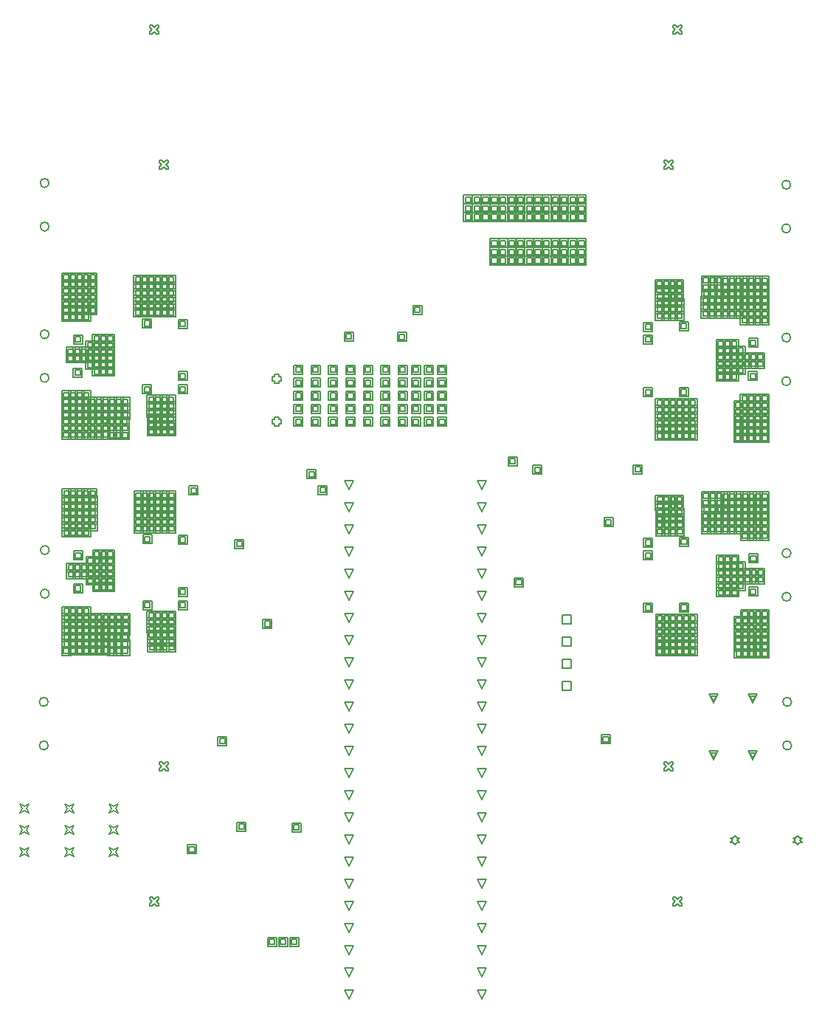
<source format=gbr>
G04*
G04 #@! TF.GenerationSoftware,Altium Limited,Altium Designer,25.4.2 (15)*
G04*
G04 Layer_Color=2752767*
%FSLAX44Y44*%
%MOMM*%
G71*
G04*
G04 #@! TF.SameCoordinates,CE8B7503-BC5D-454C-BBEA-07EE3AA0370F*
G04*
G04*
G04 #@! TF.FilePolarity,Positive*
G04*
G01*
G75*
%ADD12C,0.1270*%
%ADD84C,0.1693*%
D12*
X1486500Y827420D02*
X1481420Y837580D01*
X1491580D01*
X1486500Y827420D01*
Y829452D02*
X1483452Y835548D01*
X1489548D01*
X1486500Y829452D01*
Y762420D02*
X1481420Y772580D01*
X1491580D01*
X1486500Y762420D01*
Y764452D02*
X1483452Y770548D01*
X1489548D01*
X1486500Y764452D01*
X1441500Y827420D02*
X1436420Y837580D01*
X1446580D01*
X1441500Y827420D01*
Y829452D02*
X1438452Y835548D01*
X1444548D01*
X1441500Y829452D01*
Y762420D02*
X1436420Y772580D01*
X1446580D01*
X1441500Y762420D01*
Y764452D02*
X1438452Y770548D01*
X1444548D01*
X1441500Y764452D01*
X1175500Y488120D02*
X1170420Y498280D01*
X1180580D01*
X1175500Y488120D01*
Y513520D02*
X1170420Y523680D01*
X1180580D01*
X1175500Y513520D01*
X1023100Y843720D02*
X1018020Y853880D01*
X1028180D01*
X1023100Y843720D01*
X1175500Y538920D02*
X1170420Y549080D01*
X1180580D01*
X1175500Y538920D01*
Y564320D02*
X1170420Y574480D01*
X1180580D01*
X1175500Y564320D01*
Y589720D02*
X1170420Y599880D01*
X1180580D01*
X1175500Y589720D01*
Y615120D02*
X1170420Y625280D01*
X1180580D01*
X1175500Y615120D01*
Y640520D02*
X1170420Y650680D01*
X1180580D01*
X1175500Y640520D01*
Y665920D02*
X1170420Y676080D01*
X1180580D01*
X1175500Y665920D01*
Y691320D02*
X1170420Y701480D01*
X1180580D01*
X1175500Y691320D01*
Y716720D02*
X1170420Y726880D01*
X1180580D01*
X1175500Y716720D01*
Y742120D02*
X1170420Y752280D01*
X1180580D01*
X1175500Y742120D01*
Y767520D02*
X1170420Y777680D01*
X1180580D01*
X1175500Y767520D01*
Y792920D02*
X1170420Y803080D01*
X1180580D01*
X1175500Y792920D01*
Y818320D02*
X1170420Y828480D01*
X1180580D01*
X1175500Y818320D01*
X1023100D02*
X1018020Y828480D01*
X1028180D01*
X1023100Y818320D01*
Y792920D02*
X1018020Y803080D01*
X1028180D01*
X1023100Y792920D01*
Y767520D02*
X1018020Y777680D01*
X1028180D01*
X1023100Y767520D01*
Y742120D02*
X1018020Y752280D01*
X1028180D01*
X1023100Y742120D01*
Y716720D02*
X1018020Y726880D01*
X1028180D01*
X1023100Y716720D01*
Y691320D02*
X1018020Y701480D01*
X1028180D01*
X1023100Y691320D01*
Y665920D02*
X1018020Y676080D01*
X1028180D01*
X1023100Y665920D01*
Y640520D02*
X1018020Y650680D01*
X1028180D01*
X1023100Y640520D01*
Y615120D02*
X1018020Y625280D01*
X1028180D01*
X1023100Y615120D01*
Y589720D02*
X1018020Y599880D01*
X1028180D01*
X1023100Y589720D01*
Y564320D02*
X1018020Y574480D01*
X1028180D01*
X1023100Y564320D01*
Y538920D02*
X1018020Y549080D01*
X1028180D01*
X1023100Y538920D01*
Y513520D02*
X1018020Y523680D01*
X1028180D01*
X1023100Y513520D01*
Y488120D02*
X1018020Y498280D01*
X1028180D01*
X1023100Y488120D01*
X1175500Y869120D02*
X1170420Y879280D01*
X1180580D01*
X1175500Y869120D01*
Y894520D02*
X1170420Y904680D01*
X1180580D01*
X1175500Y894520D01*
Y919920D02*
X1170420Y930080D01*
X1180580D01*
X1175500Y919920D01*
Y945320D02*
X1170420Y955480D01*
X1180580D01*
X1175500Y945320D01*
Y970720D02*
X1170420Y980880D01*
X1180580D01*
X1175500Y970720D01*
Y996120D02*
X1170420Y1006280D01*
X1180580D01*
X1175500Y996120D01*
Y1021520D02*
X1170420Y1031680D01*
X1180580D01*
X1175500Y1021520D01*
Y1046920D02*
X1170420Y1057080D01*
X1180580D01*
X1175500Y1046920D01*
Y1072320D02*
X1170420Y1082480D01*
X1180580D01*
X1175500Y1072320D01*
X1023100D02*
X1018020Y1082480D01*
X1028180D01*
X1023100Y1072320D01*
Y1046920D02*
X1018020Y1057080D01*
X1028180D01*
X1023100Y1046920D01*
Y1021520D02*
X1018020Y1031680D01*
X1028180D01*
X1023100Y1021520D01*
Y996120D02*
X1018020Y1006280D01*
X1028180D01*
X1023100Y996120D01*
Y970720D02*
X1018020Y980880D01*
X1028180D01*
X1023100Y970720D01*
Y945320D02*
X1018020Y955480D01*
X1028180D01*
X1023100Y945320D01*
Y919920D02*
X1018020Y930080D01*
X1028180D01*
X1023100Y919920D01*
Y894520D02*
X1018020Y904680D01*
X1028180D01*
X1023100Y894520D01*
Y869120D02*
X1018020Y879280D01*
X1028180D01*
X1023100Y869120D01*
X1175500Y843720D02*
X1170420Y853880D01*
X1180580D01*
X1175500Y843720D01*
X937460Y1196590D02*
Y1194050D01*
X942540D01*
Y1196590D01*
X945080D01*
Y1201670D01*
X942540D01*
Y1204210D01*
X937460D01*
Y1201670D01*
X934920D01*
Y1196590D01*
X937460D01*
Y1147460D02*
Y1144920D01*
X942540D01*
Y1147460D01*
X945080D01*
Y1152540D01*
X942540D01*
Y1155080D01*
X937460D01*
Y1152540D01*
X934920D01*
Y1147460D01*
X937460D01*
X645920Y701920D02*
X648460Y707000D01*
X645920Y712080D01*
X651000Y709540D01*
X656080Y712080D01*
X653540Y707000D01*
X656080Y701920D01*
X651000Y704460D01*
X645920Y701920D01*
Y651920D02*
X648460Y657000D01*
X645920Y662080D01*
X651000Y659540D01*
X656080Y662080D01*
X653540Y657000D01*
X656080Y651920D01*
X651000Y654460D01*
X645920Y651920D01*
X645920Y676920D02*
X648460Y682000D01*
X645920Y687080D01*
X651000Y684540D01*
X656080Y687080D01*
X653540Y682000D01*
X656080Y676920D01*
X651000Y679460D01*
X645920Y676920D01*
X696920Y701920D02*
X699460Y707000D01*
X696920Y712080D01*
X702000Y709540D01*
X707080Y712080D01*
X704540Y707000D01*
X707080Y701920D01*
X702000Y704460D01*
X696920Y701920D01*
Y651920D02*
X699460Y657000D01*
X696920Y662080D01*
X702000Y659540D01*
X707080Y662080D01*
X704540Y657000D01*
X707080Y651920D01*
X702000Y654460D01*
X696920Y651920D01*
X696920Y676920D02*
X699460Y682000D01*
X696920Y687080D01*
X702000Y684540D01*
X707080Y687080D01*
X704540Y682000D01*
X707080Y676920D01*
X702000Y679460D01*
X696920Y676920D01*
X747920Y701920D02*
X750460Y707000D01*
X747920Y712080D01*
X753000Y709540D01*
X758080Y712080D01*
X755540Y707000D01*
X758080Y701920D01*
X753000Y704460D01*
X747920Y701920D01*
Y651920D02*
X750460Y657000D01*
X747920Y662080D01*
X753000Y659540D01*
X758080Y662080D01*
X755540Y657000D01*
X758080Y651920D01*
X753000Y654460D01*
X747920Y651920D01*
X747920Y676920D02*
X750460Y682000D01*
X747920Y687080D01*
X753000Y684540D01*
X758080Y687080D01*
X755540Y682000D01*
X758080Y676920D01*
X753000Y679460D01*
X747920Y676920D01*
X1267920Y918320D02*
Y928480D01*
X1278080D01*
Y918320D01*
X1267920D01*
Y842120D02*
Y852280D01*
X1278080D01*
Y842120D01*
X1267920D01*
Y867520D02*
Y877680D01*
X1278080D01*
Y867520D01*
X1267920D01*
Y892920D02*
Y903080D01*
X1278080D01*
Y892920D01*
X1267920D01*
X1466000Y664920D02*
X1468540Y667460D01*
X1471080D01*
X1468540Y670000D01*
X1471080Y672540D01*
X1468540D01*
X1466000Y675080D01*
X1463460Y672540D01*
X1460920D01*
X1463460Y670000D01*
X1460920Y667460D01*
X1463460D01*
X1466000Y664920D01*
X1538000D02*
X1540540Y667460D01*
X1543080D01*
X1540540Y670000D01*
X1543080Y672540D01*
X1540540D01*
X1538000Y675080D01*
X1535460Y672540D01*
X1532920D01*
X1535460Y670000D01*
X1532920Y667460D01*
X1535460D01*
X1538000Y664920D01*
X1312920Y780920D02*
Y791080D01*
X1323080D01*
Y780920D01*
X1312920D01*
X1314952Y782952D02*
Y789048D01*
X1321048D01*
Y782952D01*
X1314952D01*
X837920Y654920D02*
Y665080D01*
X848080D01*
Y654920D01*
X837920D01*
X839952Y656952D02*
Y663048D01*
X846048D01*
Y656952D01*
X839952D01*
X872920Y778920D02*
Y789080D01*
X883080D01*
Y778920D01*
X872920D01*
X874952Y780952D02*
Y787048D01*
X881048D01*
Y780952D01*
X874952D01*
X1284920Y1349920D02*
Y1360080D01*
X1295080D01*
Y1349920D01*
X1284920D01*
X1286952Y1351952D02*
Y1358048D01*
X1293048D01*
Y1351952D01*
X1286952D01*
X1212920Y960920D02*
Y971080D01*
X1223080D01*
Y960920D01*
X1212920D01*
X1214952Y962952D02*
Y969048D01*
X1221048D01*
Y962952D01*
X1214952D01*
X1315920Y1029920D02*
Y1040080D01*
X1326080D01*
Y1029920D01*
X1315920D01*
X1317952Y1031952D02*
Y1038048D01*
X1324048D01*
Y1031952D01*
X1317952D01*
X1205920Y1099920D02*
Y1110080D01*
X1216080D01*
Y1099920D01*
X1205920D01*
X1207952Y1101952D02*
Y1108048D01*
X1214048D01*
Y1101952D01*
X1207952D01*
X959920Y1144920D02*
Y1155080D01*
X970080D01*
Y1144920D01*
X959920D01*
X961952Y1146952D02*
Y1153048D01*
X968048D01*
Y1146952D01*
X961952D01*
X979920Y1144920D02*
Y1155080D01*
X990080D01*
Y1144920D01*
X979920D01*
X981952Y1146952D02*
Y1153048D01*
X988048D01*
Y1146952D01*
X981952D01*
X957920Y679920D02*
Y690080D01*
X968080D01*
Y679920D01*
X957920D01*
X959952Y681952D02*
Y688048D01*
X966048D01*
Y681952D01*
X959952D01*
X894920Y680920D02*
Y691080D01*
X905080D01*
Y680920D01*
X894920D01*
X896952Y682952D02*
Y689048D01*
X903048D01*
Y682952D01*
X896952D01*
X814170Y900920D02*
Y911080D01*
X824330D01*
Y900920D01*
X814170D01*
X816202Y902952D02*
Y909048D01*
X822298D01*
Y902952D01*
X816202D01*
X814170Y922920D02*
Y933080D01*
X824330D01*
Y922920D01*
X814170D01*
X816202Y924952D02*
Y931048D01*
X822298D01*
Y924952D01*
X816202D01*
X814170Y907920D02*
Y918080D01*
X824330D01*
Y907920D01*
X814170D01*
X816202Y909952D02*
Y916048D01*
X822298D01*
Y909952D01*
X816202D01*
X814170Y915420D02*
Y925580D01*
X824330D01*
Y915420D01*
X814170D01*
X816202Y917452D02*
Y923548D01*
X822298D01*
Y917452D01*
X816202D01*
X806670Y922920D02*
Y933080D01*
X816830D01*
Y922920D01*
X806670D01*
X808702Y924952D02*
Y931048D01*
X814798D01*
Y924952D01*
X808702D01*
X806170Y900920D02*
Y911080D01*
X816330D01*
Y900920D01*
X806170D01*
X808202Y902952D02*
Y909048D01*
X814298D01*
Y902952D01*
X808202D01*
X799170Y900920D02*
Y911080D01*
X809330D01*
Y900920D01*
X799170D01*
X801202Y902952D02*
Y909048D01*
X807298D01*
Y902952D01*
X801202D01*
X799170Y907920D02*
Y918080D01*
X809330D01*
Y907920D01*
X799170D01*
X801202Y909952D02*
Y916048D01*
X807298D01*
Y909952D01*
X801202D01*
X792170Y900920D02*
Y911080D01*
X802330D01*
Y900920D01*
X792170D01*
X794202Y902952D02*
Y909048D01*
X800298D01*
Y902952D01*
X794202D01*
X753420Y882420D02*
Y892580D01*
X763580D01*
Y882420D01*
X753420D01*
X755452Y884452D02*
Y890548D01*
X761548D01*
Y884452D01*
X755452D01*
X761420Y882420D02*
Y892580D01*
X771580D01*
Y882420D01*
X761420D01*
X763452Y884452D02*
Y890548D01*
X769548D01*
Y884452D01*
X763452D01*
X746420Y882420D02*
Y892580D01*
X756580D01*
Y882420D01*
X746420D01*
X748452Y884452D02*
Y890548D01*
X754548D01*
Y884452D01*
X748452D01*
X739170Y882920D02*
Y893080D01*
X749330D01*
Y882920D01*
X739170D01*
X741202Y884952D02*
Y891048D01*
X747298D01*
Y884952D01*
X741202D01*
X746170Y897920D02*
Y908080D01*
X756330D01*
Y897920D01*
X746170D01*
X748202Y899952D02*
Y906048D01*
X754298D01*
Y899952D01*
X748202D01*
X739170Y905420D02*
Y915580D01*
X749330D01*
Y905420D01*
X739170D01*
X741202Y907452D02*
Y913548D01*
X747298D01*
Y907452D01*
X741202D01*
X739170Y890920D02*
Y901080D01*
X749330D01*
Y890920D01*
X739170D01*
X741202Y892952D02*
Y899048D01*
X747298D01*
Y892952D01*
X741202D01*
X739170Y897920D02*
Y908080D01*
X749330D01*
Y897920D01*
X739170D01*
X741202Y899952D02*
Y906048D01*
X747298D01*
Y899952D01*
X741202D01*
X746420Y890420D02*
Y900580D01*
X756580D01*
Y890420D01*
X746420D01*
X748452Y892452D02*
Y898548D01*
X754548D01*
Y892452D01*
X748452D01*
X724170Y897920D02*
Y908080D01*
X734330D01*
Y897920D01*
X724170D01*
X726202Y899952D02*
Y906048D01*
X732298D01*
Y899952D01*
X726202D01*
X724170Y890420D02*
Y900580D01*
X734330D01*
Y890420D01*
X724170D01*
X726202Y892452D02*
Y898548D01*
X732298D01*
Y892452D01*
X726202D01*
X724170Y882920D02*
Y893080D01*
X734330D01*
Y882920D01*
X724170D01*
X726202Y884952D02*
Y891048D01*
X732298D01*
Y884952D01*
X726202D01*
X716670Y897920D02*
Y908080D01*
X726830D01*
Y897920D01*
X716670D01*
X718702Y899952D02*
Y906048D01*
X724798D01*
Y899952D01*
X718702D01*
X716670Y882920D02*
Y893080D01*
X726830D01*
Y882920D01*
X716670D01*
X718702Y884952D02*
Y891048D01*
X724798D01*
Y884952D01*
X718702D01*
X731670Y897920D02*
Y908080D01*
X741830D01*
Y897920D01*
X731670D01*
X733702Y899952D02*
Y906048D01*
X739798D01*
Y899952D01*
X733702D01*
X731670Y882920D02*
Y893080D01*
X741830D01*
Y882920D01*
X731670D01*
X733702Y884952D02*
Y891048D01*
X739798D01*
Y884952D01*
X733702D01*
X716670Y890420D02*
Y900580D01*
X726830D01*
Y890420D01*
X716670D01*
X718702Y892452D02*
Y898548D01*
X724798D01*
Y892452D01*
X718702D01*
X731670Y890420D02*
Y900580D01*
X741830D01*
Y890420D01*
X731670D01*
X733702Y892452D02*
Y898548D01*
X739798D01*
Y892452D01*
X733702D01*
X746670Y912920D02*
Y923080D01*
X756830D01*
Y912920D01*
X746670D01*
X748702Y914952D02*
Y921048D01*
X754798D01*
Y914952D01*
X748702D01*
X761670Y920420D02*
Y930580D01*
X771830D01*
Y920420D01*
X761670D01*
X763702Y922452D02*
Y928548D01*
X769798D01*
Y922452D01*
X763702D01*
X753420Y890420D02*
Y900580D01*
X763580D01*
Y890420D01*
X753420D01*
X755452Y892452D02*
Y898548D01*
X761548D01*
Y892452D01*
X755452D01*
X753170Y897920D02*
Y908080D01*
X763330D01*
Y897920D01*
X753170D01*
X755202Y899952D02*
Y906048D01*
X761298D01*
Y899952D01*
X755202D01*
X746670Y905420D02*
Y915580D01*
X756830D01*
Y905420D01*
X746670D01*
X748702Y907452D02*
Y913548D01*
X754798D01*
Y907452D01*
X748702D01*
X746670Y920420D02*
Y930580D01*
X756830D01*
Y920420D01*
X746670D01*
X748702Y922452D02*
Y928548D01*
X754798D01*
Y922452D01*
X748702D01*
X760920Y897920D02*
Y908080D01*
X771080D01*
Y897920D01*
X760920D01*
X762952Y899952D02*
Y906048D01*
X769048D01*
Y899952D01*
X762952D01*
X754170Y912920D02*
Y923080D01*
X764330D01*
Y912920D01*
X754170D01*
X756202Y914952D02*
Y921048D01*
X762298D01*
Y914952D01*
X756202D01*
X761420Y890420D02*
Y900580D01*
X771580D01*
Y890420D01*
X761420D01*
X763452Y892452D02*
Y898548D01*
X769548D01*
Y892452D01*
X763452D01*
X754170Y920420D02*
Y930580D01*
X764330D01*
Y920420D01*
X754170D01*
X756202Y922452D02*
Y928548D01*
X762298D01*
Y922452D01*
X756202D01*
X761670Y905420D02*
Y915580D01*
X771830D01*
Y905420D01*
X761670D01*
X763702Y907452D02*
Y913548D01*
X769798D01*
Y907452D01*
X763702D01*
X761670Y912920D02*
Y923080D01*
X771830D01*
Y912920D01*
X761670D01*
X763702Y914952D02*
Y921048D01*
X769798D01*
Y914952D01*
X763702D01*
X754170Y905420D02*
Y915580D01*
X764330D01*
Y905420D01*
X754170D01*
X756202Y907452D02*
Y913548D01*
X762298D01*
Y907452D01*
X756202D01*
X709170Y897920D02*
Y908080D01*
X719330D01*
Y897920D01*
X709170D01*
X711202Y899952D02*
Y906048D01*
X717298D01*
Y899952D01*
X711202D01*
X701670Y897920D02*
Y908080D01*
X711830D01*
Y897920D01*
X701670D01*
X703702Y899952D02*
Y906048D01*
X709798D01*
Y899952D01*
X703702D01*
X701670Y890420D02*
Y900580D01*
X711830D01*
Y890420D01*
X701670D01*
X703702Y892452D02*
Y898548D01*
X709798D01*
Y892452D01*
X703702D01*
X709170Y890420D02*
Y900580D01*
X719330D01*
Y890420D01*
X709170D01*
X711202Y892452D02*
Y898548D01*
X717298D01*
Y892452D01*
X711202D01*
X701670Y882920D02*
Y893080D01*
X711830D01*
Y882920D01*
X701670D01*
X703702Y884952D02*
Y891048D01*
X709798D01*
Y884952D01*
X703702D01*
X709170Y920420D02*
Y930580D01*
X719330D01*
Y920420D01*
X709170D01*
X711202Y922452D02*
Y928548D01*
X717298D01*
Y922452D01*
X711202D01*
X709170Y927920D02*
Y938080D01*
X719330D01*
Y927920D01*
X709170D01*
X711202Y929952D02*
Y936048D01*
X717298D01*
Y929952D01*
X711202D01*
X701670Y920420D02*
Y930580D01*
X711830D01*
Y920420D01*
X701670D01*
X703702Y922452D02*
Y928548D01*
X709798D01*
Y922452D01*
X703702D01*
X701670Y912920D02*
Y923080D01*
X711830D01*
Y912920D01*
X701670D01*
X703702Y914952D02*
Y921048D01*
X709798D01*
Y914952D01*
X703702D01*
X709170Y912920D02*
Y923080D01*
X719330D01*
Y912920D01*
X709170D01*
X711202Y914952D02*
Y921048D01*
X717298D01*
Y914952D01*
X711202D01*
X701670Y905420D02*
Y915580D01*
X711830D01*
Y905420D01*
X701670D01*
X703702Y907452D02*
Y913548D01*
X709798D01*
Y907452D01*
X703702D01*
X709170Y882920D02*
Y893080D01*
X719330D01*
Y882920D01*
X709170D01*
X711202Y884952D02*
Y891048D01*
X717298D01*
Y884952D01*
X711202D01*
X709170Y905420D02*
Y915580D01*
X719330D01*
Y905420D01*
X709170D01*
X711202Y907452D02*
Y913548D01*
X717298D01*
Y907452D01*
X711202D01*
X701670Y927920D02*
Y938080D01*
X711830D01*
Y927920D01*
X701670D01*
X703702Y929952D02*
Y936048D01*
X709798D01*
Y929952D01*
X703702D01*
X814420Y886420D02*
Y896580D01*
X824580D01*
Y886420D01*
X814420D01*
X816452Y888452D02*
Y894548D01*
X822548D01*
Y888452D01*
X816452D01*
X806420Y893420D02*
Y903580D01*
X816580D01*
Y893420D01*
X806420D01*
X808452Y895452D02*
Y901548D01*
X814548D01*
Y895452D01*
X808452D01*
X792420Y893420D02*
Y903580D01*
X802580D01*
Y893420D01*
X792420D01*
X794452Y895452D02*
Y901548D01*
X800548D01*
Y895452D01*
X794452D01*
X792420Y886420D02*
Y896580D01*
X802580D01*
Y886420D01*
X792420D01*
X794452Y888452D02*
Y894548D01*
X800548D01*
Y888452D01*
X794452D01*
X806420Y886420D02*
Y896580D01*
X816580D01*
Y886420D01*
X806420D01*
X808452Y888452D02*
Y894548D01*
X814548D01*
Y888452D01*
X808452D01*
X799420Y886420D02*
Y896580D01*
X809580D01*
Y886420D01*
X799420D01*
X801452Y888452D02*
Y894548D01*
X807548D01*
Y888452D01*
X801452D01*
X814420Y893420D02*
Y903580D01*
X824580D01*
Y893420D01*
X814420D01*
X816452Y895452D02*
Y901548D01*
X822548D01*
Y895452D01*
X816452D01*
X799420Y893420D02*
Y903580D01*
X809580D01*
Y893420D01*
X799420D01*
X801452Y895452D02*
Y901548D01*
X807548D01*
Y895452D01*
X801452D01*
X694170Y1017920D02*
Y1028080D01*
X704330D01*
Y1017920D01*
X694170D01*
X696202Y1019952D02*
Y1026048D01*
X702298D01*
Y1019952D01*
X696202D01*
X694170Y1025420D02*
Y1035580D01*
X704330D01*
Y1025420D01*
X694170D01*
X696202Y1027452D02*
Y1033548D01*
X702298D01*
Y1027452D01*
X696202D01*
X799170Y915420D02*
Y925580D01*
X809330D01*
Y915420D01*
X799170D01*
X801202Y917452D02*
Y923548D01*
X807298D01*
Y917452D01*
X801202D01*
X786670Y934920D02*
Y945080D01*
X796830D01*
Y934920D01*
X786670D01*
X788702Y936952D02*
Y943048D01*
X794798D01*
Y936952D01*
X788702D01*
X701670Y1040420D02*
Y1050580D01*
X711830D01*
Y1040420D01*
X701670D01*
X703702Y1042452D02*
Y1048548D01*
X709798D01*
Y1042452D01*
X703702D01*
X701670Y1017920D02*
Y1028080D01*
X711830D01*
Y1017920D01*
X701670D01*
X703702Y1019952D02*
Y1026048D01*
X709798D01*
Y1019952D01*
X703702D01*
X701670Y1032920D02*
Y1043080D01*
X711830D01*
Y1032920D01*
X701670D01*
X703702Y1034952D02*
Y1041048D01*
X709798D01*
Y1034952D01*
X703702D01*
X701670Y1055420D02*
Y1065580D01*
X711830D01*
Y1055420D01*
X701670D01*
X703702Y1057452D02*
Y1063548D01*
X709798D01*
Y1057452D01*
X703702D01*
X701670Y1062920D02*
Y1073080D01*
X711830D01*
Y1062920D01*
X701670D01*
X703702Y1064952D02*
Y1071048D01*
X709798D01*
Y1064952D01*
X703702D01*
X709170Y1055420D02*
Y1065580D01*
X719330D01*
Y1055420D01*
X709170D01*
X711202Y1057452D02*
Y1063548D01*
X717298D01*
Y1057452D01*
X711202D01*
X709170Y1062920D02*
Y1073080D01*
X719330D01*
Y1062920D01*
X709170D01*
X711202Y1064952D02*
Y1071048D01*
X717298D01*
Y1064952D01*
X711202D01*
X709170Y1025420D02*
Y1035580D01*
X719330D01*
Y1025420D01*
X709170D01*
X711202Y1027452D02*
Y1033548D01*
X717298D01*
Y1027452D01*
X711202D01*
X709170Y1017920D02*
Y1028080D01*
X719330D01*
Y1017920D01*
X709170D01*
X711202Y1019952D02*
Y1026048D01*
X717298D01*
Y1019952D01*
X711202D01*
X709170Y1032920D02*
Y1043080D01*
X719330D01*
Y1032920D01*
X709170D01*
X711202Y1034952D02*
Y1041048D01*
X717298D01*
Y1034952D01*
X711202D01*
X709170Y1040420D02*
Y1050580D01*
X719330D01*
Y1040420D01*
X709170D01*
X711202Y1042452D02*
Y1048548D01*
X717298D01*
Y1042452D01*
X711202D01*
X709170Y1047920D02*
Y1058080D01*
X719330D01*
Y1047920D01*
X709170D01*
X711202Y1049952D02*
Y1056048D01*
X717298D01*
Y1049952D01*
X711202D01*
X701670Y1047920D02*
Y1058080D01*
X711830D01*
Y1047920D01*
X701670D01*
X703702Y1049952D02*
Y1056048D01*
X709798D01*
Y1049952D01*
X703702D01*
X701670Y1025420D02*
Y1035580D01*
X711830D01*
Y1025420D01*
X701670D01*
X703702Y1027452D02*
Y1033548D01*
X709798D01*
Y1027452D01*
X703702D01*
X723920Y1062920D02*
Y1073080D01*
X734080D01*
Y1062920D01*
X723920D01*
X725952Y1064952D02*
Y1071048D01*
X732048D01*
Y1064952D01*
X725952D01*
X716670Y1047920D02*
Y1058080D01*
X726830D01*
Y1047920D01*
X716670D01*
X718702Y1049952D02*
Y1056048D01*
X724798D01*
Y1049952D01*
X718702D01*
X716670Y1062920D02*
Y1073080D01*
X726830D01*
Y1062920D01*
X716670D01*
X718702Y1064952D02*
Y1071048D01*
X724798D01*
Y1064952D01*
X718702D01*
X716670Y1032920D02*
Y1043080D01*
X726830D01*
Y1032920D01*
X716670D01*
X718702Y1034952D02*
Y1041048D01*
X724798D01*
Y1034952D01*
X718702D01*
X716670Y1055420D02*
Y1065580D01*
X726830D01*
Y1055420D01*
X716670D01*
X718702Y1057452D02*
Y1063548D01*
X724798D01*
Y1057452D01*
X718702D01*
X716670Y1040420D02*
Y1050580D01*
X726830D01*
Y1040420D01*
X716670D01*
X718702Y1042452D02*
Y1048548D01*
X724798D01*
Y1042452D01*
X718702D01*
X714170Y970420D02*
Y980580D01*
X724330D01*
Y970420D01*
X714170D01*
X716202Y972452D02*
Y978548D01*
X722298D01*
Y972452D01*
X716202D01*
X706670Y970420D02*
Y980580D01*
X716830D01*
Y970420D01*
X706670D01*
X708702Y972452D02*
Y978548D01*
X714798D01*
Y972452D01*
X708702D01*
X714170Y977920D02*
Y988080D01*
X724330D01*
Y977920D01*
X714170D01*
X716202Y979952D02*
Y986048D01*
X722298D01*
Y979952D01*
X716202D01*
X707416Y991969D02*
Y1002129D01*
X717576D01*
Y991969D01*
X707416D01*
X709448Y994001D02*
Y1000097D01*
X715544D01*
Y994001D01*
X709448D01*
X716670Y1025420D02*
Y1035580D01*
X726830D01*
Y1025420D01*
X716670D01*
X718702Y1027452D02*
Y1033548D01*
X724798D01*
Y1027452D01*
X718702D01*
X716670Y1017920D02*
Y1028080D01*
X726830D01*
Y1017920D01*
X716670D01*
X718702Y1019952D02*
Y1026048D01*
X724798D01*
Y1019952D01*
X718702D01*
X706670Y977920D02*
Y988080D01*
X716830D01*
Y977920D01*
X706670D01*
X708702Y979952D02*
Y986048D01*
X714798D01*
Y979952D01*
X708702D01*
X707170Y953920D02*
Y964080D01*
X717330D01*
Y953920D01*
X707170D01*
X709202Y955952D02*
Y962048D01*
X715298D01*
Y955952D01*
X709202D01*
X736670Y977920D02*
Y988080D01*
X746830D01*
Y977920D01*
X736670D01*
X738702Y979952D02*
Y986048D01*
X744798D01*
Y979952D01*
X738702D01*
X721670Y985420D02*
Y995580D01*
X731830D01*
Y985420D01*
X721670D01*
X723702Y987452D02*
Y993548D01*
X729798D01*
Y987452D01*
X723702D01*
X721670Y977920D02*
Y988080D01*
X731830D01*
Y977920D01*
X721670D01*
X723702Y979952D02*
Y986048D01*
X729798D01*
Y979952D01*
X723702D01*
X744170Y977920D02*
Y988080D01*
X754330D01*
Y977920D01*
X744170D01*
X746202Y979952D02*
Y986048D01*
X752298D01*
Y979952D01*
X746202D01*
X744170Y985420D02*
Y995580D01*
X754330D01*
Y985420D01*
X744170D01*
X746202Y987452D02*
Y993548D01*
X752298D01*
Y987452D01*
X746202D01*
X736670Y985420D02*
Y995580D01*
X746830D01*
Y985420D01*
X736670D01*
X738702Y987452D02*
Y993548D01*
X744798D01*
Y987452D01*
X738702D01*
X729170Y985420D02*
Y995580D01*
X739330D01*
Y985420D01*
X729170D01*
X731202Y987452D02*
Y993548D01*
X737298D01*
Y987452D01*
X731202D01*
X729170Y992920D02*
Y1003080D01*
X739330D01*
Y992920D01*
X729170D01*
X731202Y994952D02*
Y1001048D01*
X737298D01*
Y994952D01*
X731202D01*
X736670Y992920D02*
Y1003080D01*
X746830D01*
Y992920D01*
X736670D01*
X738702Y994952D02*
Y1001048D01*
X744798D01*
Y994952D01*
X738702D01*
X744170Y992920D02*
Y1003080D01*
X754330D01*
Y992920D01*
X744170D01*
X746202Y994952D02*
Y1001048D01*
X752298D01*
Y994952D01*
X746202D01*
X729170Y977920D02*
Y988080D01*
X739330D01*
Y977920D01*
X729170D01*
X731202Y979952D02*
Y986048D01*
X737298D01*
Y979952D01*
X731202D01*
X721670Y970420D02*
Y980580D01*
X731830D01*
Y970420D01*
X721670D01*
X723702Y972452D02*
Y978548D01*
X729798D01*
Y972452D01*
X723702D01*
X729170Y970420D02*
Y980580D01*
X739330D01*
Y970420D01*
X729170D01*
X731202Y972452D02*
Y978548D01*
X737298D01*
Y972452D01*
X731202D01*
X729170Y962920D02*
Y973080D01*
X739330D01*
Y962920D01*
X729170D01*
X731202Y964952D02*
Y971048D01*
X737298D01*
Y964952D01*
X731202D01*
X736670Y962920D02*
Y973080D01*
X746830D01*
Y962920D01*
X736670D01*
X738702Y964952D02*
Y971048D01*
X744798D01*
Y964952D01*
X738702D01*
X744170Y962920D02*
Y973080D01*
X754330D01*
Y962920D01*
X744170D01*
X746202Y964952D02*
Y971048D01*
X752298D01*
Y964952D01*
X746202D01*
X744170Y970420D02*
Y980580D01*
X754330D01*
Y970420D01*
X744170D01*
X746202Y972452D02*
Y978548D01*
X752298D01*
Y972452D01*
X746202D01*
X736670Y970420D02*
Y980580D01*
X746830D01*
Y970420D01*
X736670D01*
X738702Y972452D02*
Y978548D01*
X744798D01*
Y972452D01*
X738702D01*
X731670Y912920D02*
Y923080D01*
X741830D01*
Y912920D01*
X731670D01*
X733702Y914952D02*
Y921048D01*
X739798D01*
Y914952D01*
X733702D01*
X731670Y920420D02*
Y930580D01*
X741830D01*
Y920420D01*
X731670D01*
X733702Y922452D02*
Y928548D01*
X739798D01*
Y922452D01*
X733702D01*
X739170Y920420D02*
Y930580D01*
X749330D01*
Y920420D01*
X739170D01*
X741202Y922452D02*
Y928548D01*
X747298D01*
Y922452D01*
X741202D01*
X724170Y905420D02*
Y915580D01*
X734330D01*
Y905420D01*
X724170D01*
X726202Y907452D02*
Y913548D01*
X732298D01*
Y907452D01*
X726202D01*
X739170Y912920D02*
Y923080D01*
X749330D01*
Y912920D01*
X739170D01*
X741202Y914952D02*
Y921048D01*
X747298D01*
Y914952D01*
X741202D01*
X716670Y927920D02*
Y938080D01*
X726830D01*
Y927920D01*
X716670D01*
X718702Y929952D02*
Y936048D01*
X724798D01*
Y929952D01*
X718702D01*
X716670Y905420D02*
Y915580D01*
X726830D01*
Y905420D01*
X716670D01*
X718702Y907452D02*
Y913548D01*
X724798D01*
Y907452D01*
X718702D01*
X716670Y920420D02*
Y930580D01*
X726830D01*
Y920420D01*
X716670D01*
X718702Y922452D02*
Y928548D01*
X724798D01*
Y922452D01*
X718702D01*
X724170Y912920D02*
Y923080D01*
X734330D01*
Y912920D01*
X724170D01*
X726202Y914952D02*
Y921048D01*
X732298D01*
Y914952D01*
X726202D01*
X731670Y905420D02*
Y915580D01*
X741830D01*
Y905420D01*
X731670D01*
X733702Y907452D02*
Y913548D01*
X739798D01*
Y907452D01*
X733702D01*
X716670Y912920D02*
Y923080D01*
X726830D01*
Y912920D01*
X716670D01*
X718702Y914952D02*
Y921048D01*
X724798D01*
Y914952D01*
X718702D01*
X724170Y920420D02*
Y930580D01*
X734330D01*
Y920420D01*
X724170D01*
X726202Y922452D02*
Y928548D01*
X732298D01*
Y922452D01*
X726202D01*
X791670Y915420D02*
Y925580D01*
X801830D01*
Y915420D01*
X791670D01*
X793702Y917452D02*
Y923548D01*
X799798D01*
Y917452D01*
X793702D01*
X791670Y907920D02*
Y918080D01*
X801830D01*
Y907920D01*
X791670D01*
X793702Y909952D02*
Y916048D01*
X799798D01*
Y909952D01*
X793702D01*
X806670Y907920D02*
Y918080D01*
X816830D01*
Y907920D01*
X806670D01*
X808702Y909952D02*
Y916048D01*
X814798D01*
Y909952D01*
X808702D01*
X806670Y915420D02*
Y925580D01*
X816830D01*
Y915420D01*
X806670D01*
X808702Y917452D02*
Y923548D01*
X814798D01*
Y917452D01*
X808702D01*
X1412670Y896920D02*
Y907080D01*
X1422830D01*
Y896920D01*
X1412670D01*
X1414702Y898952D02*
Y905048D01*
X1420798D01*
Y898952D01*
X1414702D01*
X1412670Y904420D02*
Y914580D01*
X1422830D01*
Y904420D01*
X1412670D01*
X1414702Y906452D02*
Y912548D01*
X1420798D01*
Y906452D01*
X1414702D01*
X1405170Y911920D02*
Y922080D01*
X1415330D01*
Y911920D01*
X1405170D01*
X1407202Y913952D02*
Y920048D01*
X1413298D01*
Y913952D01*
X1407202D01*
X1412670Y911920D02*
Y922080D01*
X1422830D01*
Y911920D01*
X1412670D01*
X1414702Y913952D02*
Y920048D01*
X1420798D01*
Y913952D01*
X1414702D01*
X1397670Y904420D02*
Y914580D01*
X1407830D01*
Y904420D01*
X1397670D01*
X1399702Y906452D02*
Y912548D01*
X1405798D01*
Y906452D01*
X1399702D01*
X1397670Y911920D02*
Y922080D01*
X1407830D01*
Y911920D01*
X1397670D01*
X1399702Y913952D02*
Y920048D01*
X1405798D01*
Y913952D01*
X1399702D01*
X1397670Y896920D02*
Y907080D01*
X1407830D01*
Y896920D01*
X1397670D01*
X1399702Y898952D02*
Y905048D01*
X1405798D01*
Y898952D01*
X1399702D01*
X1397670Y881920D02*
Y892080D01*
X1407830D01*
Y881920D01*
X1397670D01*
X1399702Y883952D02*
Y890048D01*
X1405798D01*
Y883952D01*
X1399702D01*
X1405170Y889420D02*
Y899580D01*
X1415330D01*
Y889420D01*
X1405170D01*
X1407202Y891452D02*
Y897548D01*
X1413298D01*
Y891452D01*
X1407202D01*
X1397670Y889420D02*
Y899580D01*
X1407830D01*
Y889420D01*
X1397670D01*
X1399702Y891452D02*
Y897548D01*
X1405798D01*
Y891452D01*
X1399702D01*
X1412670Y889420D02*
Y899580D01*
X1422830D01*
Y889420D01*
X1412670D01*
X1414702Y891452D02*
Y897548D01*
X1420798D01*
Y891452D01*
X1414702D01*
X1412670Y881920D02*
Y892080D01*
X1422830D01*
Y881920D01*
X1412670D01*
X1414702Y883952D02*
Y890048D01*
X1420798D01*
Y883952D01*
X1414702D01*
X1405170Y881920D02*
Y892080D01*
X1415330D01*
Y881920D01*
X1405170D01*
X1407202Y883952D02*
Y890048D01*
X1413298D01*
Y883952D01*
X1407202D01*
X1382670Y889420D02*
Y899580D01*
X1392830D01*
Y889420D01*
X1382670D01*
X1384702Y891452D02*
Y897548D01*
X1390798D01*
Y891452D01*
X1384702D01*
X1390170Y896920D02*
Y907080D01*
X1400330D01*
Y896920D01*
X1390170D01*
X1392202Y898952D02*
Y905048D01*
X1398298D01*
Y898952D01*
X1392202D01*
X1390170Y889420D02*
Y899580D01*
X1400330D01*
Y889420D01*
X1390170D01*
X1392202Y891452D02*
Y897548D01*
X1398298D01*
Y891452D01*
X1392202D01*
X1390170Y881920D02*
Y892080D01*
X1400330D01*
Y881920D01*
X1390170D01*
X1392202Y883952D02*
Y890048D01*
X1398298D01*
Y883952D01*
X1392202D01*
X1382670Y881920D02*
Y892080D01*
X1392830D01*
Y881920D01*
X1382670D01*
X1384702Y883952D02*
Y890048D01*
X1390798D01*
Y883952D01*
X1384702D01*
X784170Y1052920D02*
Y1063080D01*
X794330D01*
Y1052920D01*
X784170D01*
X786202Y1054952D02*
Y1061048D01*
X792298D01*
Y1054952D01*
X786202D01*
X799170Y1052920D02*
Y1063080D01*
X809330D01*
Y1052920D01*
X799170D01*
X801202Y1054952D02*
Y1061048D01*
X807298D01*
Y1054952D01*
X801202D01*
X799170Y1060420D02*
Y1070580D01*
X809330D01*
Y1060420D01*
X799170D01*
X801202Y1062452D02*
Y1068548D01*
X807298D01*
Y1062452D01*
X801202D01*
X791670Y1060420D02*
Y1070580D01*
X801830D01*
Y1060420D01*
X791670D01*
X793702Y1062452D02*
Y1068548D01*
X799798D01*
Y1062452D01*
X793702D01*
X806670Y1052920D02*
Y1063080D01*
X816830D01*
Y1052920D01*
X806670D01*
X808702Y1054952D02*
Y1061048D01*
X814798D01*
Y1054952D01*
X808702D01*
X806670Y1060420D02*
Y1070580D01*
X816830D01*
Y1060420D01*
X806670D01*
X808702Y1062452D02*
Y1068548D01*
X814798D01*
Y1062452D01*
X808702D01*
X791670Y1052920D02*
Y1063080D01*
X801830D01*
Y1052920D01*
X791670D01*
X793702Y1054952D02*
Y1061048D01*
X799798D01*
Y1054952D01*
X793702D01*
X776670Y1060420D02*
Y1070580D01*
X786830D01*
Y1060420D01*
X776670D01*
X778702Y1062452D02*
Y1068548D01*
X784798D01*
Y1062452D01*
X778702D01*
X784170Y1060420D02*
Y1070580D01*
X794330D01*
Y1060420D01*
X784170D01*
X786202Y1062452D02*
Y1068548D01*
X792298D01*
Y1062452D01*
X786202D01*
X814170Y1060420D02*
Y1070580D01*
X824330D01*
Y1060420D01*
X814170D01*
X816202Y1062452D02*
Y1068548D01*
X822298D01*
Y1062452D01*
X816202D01*
X814170Y1037920D02*
Y1048080D01*
X824330D01*
Y1037920D01*
X814170D01*
X816202Y1039952D02*
Y1046048D01*
X822298D01*
Y1039952D01*
X816202D01*
X806670Y1045420D02*
Y1055580D01*
X816830D01*
Y1045420D01*
X806670D01*
X808702Y1047452D02*
Y1053548D01*
X814798D01*
Y1047452D01*
X808702D01*
X799170Y1037920D02*
Y1048080D01*
X809330D01*
Y1037920D01*
X799170D01*
X801202Y1039952D02*
Y1046048D01*
X807298D01*
Y1039952D01*
X801202D01*
X799170Y1030420D02*
Y1040580D01*
X809330D01*
Y1030420D01*
X799170D01*
X801202Y1032452D02*
Y1038548D01*
X807298D01*
Y1032452D01*
X801202D01*
X806670Y1037920D02*
Y1048080D01*
X816830D01*
Y1037920D01*
X806670D01*
X808702Y1039952D02*
Y1046048D01*
X814798D01*
Y1039952D01*
X808702D01*
X814170Y1045420D02*
Y1055580D01*
X824330D01*
Y1045420D01*
X814170D01*
X816202Y1047452D02*
Y1053548D01*
X822298D01*
Y1047452D01*
X816202D01*
X799170Y1022920D02*
Y1033080D01*
X809330D01*
Y1022920D01*
X799170D01*
X801202Y1024952D02*
Y1031048D01*
X807298D01*
Y1024952D01*
X801202D01*
X814170Y1030420D02*
Y1040580D01*
X824330D01*
Y1030420D01*
X814170D01*
X816202Y1032452D02*
Y1038548D01*
X822298D01*
Y1032452D01*
X816202D01*
X806670Y1030420D02*
Y1040580D01*
X816830D01*
Y1030420D01*
X806670D01*
X808702Y1032452D02*
Y1038548D01*
X814798D01*
Y1032452D01*
X808702D01*
X799170Y1045420D02*
Y1055580D01*
X809330D01*
Y1045420D01*
X799170D01*
X801202Y1047452D02*
Y1053548D01*
X807298D01*
Y1047452D01*
X801202D01*
X736670Y955420D02*
Y965580D01*
X746830D01*
Y955420D01*
X736670D01*
X738702Y957452D02*
Y963548D01*
X744798D01*
Y957452D01*
X738702D01*
X729170Y955420D02*
Y965580D01*
X739330D01*
Y955420D01*
X729170D01*
X731202Y957452D02*
Y963548D01*
X737298D01*
Y957452D01*
X731202D01*
X744170Y955420D02*
Y965580D01*
X754330D01*
Y955420D01*
X744170D01*
X746202Y957452D02*
Y963548D01*
X752298D01*
Y957452D01*
X746202D01*
X721670Y962920D02*
Y973080D01*
X731830D01*
Y962920D01*
X721670D01*
X723702Y964952D02*
Y971048D01*
X729798D01*
Y964952D01*
X723702D01*
X776670Y1045420D02*
Y1055580D01*
X786830D01*
Y1045420D01*
X776670D01*
X778702Y1047452D02*
Y1053548D01*
X784798D01*
Y1047452D01*
X778702D01*
X791670Y1045420D02*
Y1055580D01*
X801830D01*
Y1045420D01*
X791670D01*
X793702Y1047452D02*
Y1053548D01*
X799798D01*
Y1047452D01*
X793702D01*
X776670Y1037920D02*
Y1048080D01*
X786830D01*
Y1037920D01*
X776670D01*
X778702Y1039952D02*
Y1046048D01*
X784798D01*
Y1039952D01*
X778702D01*
X786670Y1010420D02*
Y1020580D01*
X796830D01*
Y1010420D01*
X786670D01*
X788702Y1012452D02*
Y1018548D01*
X794798D01*
Y1012452D01*
X788702D01*
X791670Y1030420D02*
Y1040580D01*
X801830D01*
Y1030420D01*
X791670D01*
X793702Y1032452D02*
Y1038548D01*
X799798D01*
Y1032452D01*
X793702D01*
X791670Y1037920D02*
Y1048080D01*
X801830D01*
Y1037920D01*
X791670D01*
X793702Y1039952D02*
Y1046048D01*
X799798D01*
Y1039952D01*
X793702D01*
X791670Y1022920D02*
Y1033080D01*
X801830D01*
Y1022920D01*
X791670D01*
X793702Y1024952D02*
Y1031048D01*
X799798D01*
Y1024952D01*
X793702D01*
X784170Y1037920D02*
Y1048080D01*
X794330D01*
Y1037920D01*
X784170D01*
X786202Y1039952D02*
Y1046048D01*
X792298D01*
Y1039952D01*
X786202D01*
X784170Y1030420D02*
Y1040580D01*
X794330D01*
Y1030420D01*
X784170D01*
X786202Y1032452D02*
Y1038548D01*
X792298D01*
Y1032452D01*
X786202D01*
X784170Y1022920D02*
Y1033080D01*
X794330D01*
Y1022920D01*
X784170D01*
X786202Y1024952D02*
Y1031048D01*
X792298D01*
Y1024952D01*
X786202D01*
X776670Y1022920D02*
Y1033080D01*
X786830D01*
Y1022920D01*
X776670D01*
X778702Y1024952D02*
Y1031048D01*
X784798D01*
Y1024952D01*
X778702D01*
X776670Y1030420D02*
Y1040580D01*
X786830D01*
Y1030420D01*
X776670D01*
X778702Y1032452D02*
Y1038548D01*
X784798D01*
Y1032452D01*
X778702D01*
X784170Y1045420D02*
Y1055580D01*
X794330D01*
Y1045420D01*
X784170D01*
X786202Y1047452D02*
Y1053548D01*
X792298D01*
Y1047452D01*
X786202D01*
X724170Y1047920D02*
Y1058080D01*
X734330D01*
Y1047920D01*
X724170D01*
X726202Y1049952D02*
Y1056048D01*
X732298D01*
Y1049952D01*
X726202D01*
X724170Y1025420D02*
Y1035580D01*
X734330D01*
Y1025420D01*
X724170D01*
X726202Y1027452D02*
Y1033548D01*
X732298D01*
Y1027452D01*
X726202D01*
X724170Y1032920D02*
Y1043080D01*
X734330D01*
Y1032920D01*
X724170D01*
X726202Y1034952D02*
Y1041048D01*
X732298D01*
Y1034952D01*
X726202D01*
X814170Y1052920D02*
Y1063080D01*
X824330D01*
Y1052920D01*
X814170D01*
X816202Y1054952D02*
Y1061048D01*
X822298D01*
Y1054952D01*
X816202D01*
X776670Y1052920D02*
Y1063080D01*
X786830D01*
Y1052920D01*
X776670D01*
X778702Y1054952D02*
Y1061048D01*
X784798D01*
Y1054952D01*
X778702D01*
X724170Y1055420D02*
Y1065580D01*
X734330D01*
Y1055420D01*
X724170D01*
X726202Y1057452D02*
Y1063548D01*
X732298D01*
Y1057452D01*
X726202D01*
X724170Y1040420D02*
Y1050580D01*
X734330D01*
Y1040420D01*
X724170D01*
X726202Y1042452D02*
Y1048548D01*
X732298D01*
Y1042452D01*
X726202D01*
X799170Y922920D02*
Y933080D01*
X809330D01*
Y922920D01*
X799170D01*
X801202Y924952D02*
Y931048D01*
X807298D01*
Y924952D01*
X801202D01*
X791670Y922920D02*
Y933080D01*
X801830D01*
Y922920D01*
X791670D01*
X793702Y924952D02*
Y931048D01*
X799798D01*
Y924952D01*
X793702D01*
X1375170Y1034420D02*
Y1044580D01*
X1385330D01*
Y1034420D01*
X1375170D01*
X1377202Y1036452D02*
Y1042548D01*
X1383298D01*
Y1036452D01*
X1377202D01*
X1375170Y1026920D02*
Y1037080D01*
X1385330D01*
Y1026920D01*
X1375170D01*
X1377202Y1028952D02*
Y1035048D01*
X1383298D01*
Y1028952D01*
X1377202D01*
X1382670Y1019420D02*
Y1029580D01*
X1392830D01*
Y1019420D01*
X1382670D01*
X1384702Y1021452D02*
Y1027548D01*
X1390798D01*
Y1021452D01*
X1384702D01*
X1382670Y1026920D02*
Y1037080D01*
X1392830D01*
Y1026920D01*
X1382670D01*
X1384702Y1028952D02*
Y1035048D01*
X1390798D01*
Y1028952D01*
X1384702D01*
X1382670Y1034420D02*
Y1044580D01*
X1392830D01*
Y1034420D01*
X1382670D01*
X1384702Y1036452D02*
Y1042548D01*
X1390798D01*
Y1036452D01*
X1384702D01*
X1397670Y1026920D02*
Y1037080D01*
X1407830D01*
Y1026920D01*
X1397670D01*
X1399702Y1028952D02*
Y1035048D01*
X1405798D01*
Y1028952D01*
X1399702D01*
X1397670Y1019420D02*
Y1029580D01*
X1407830D01*
Y1019420D01*
X1397670D01*
X1399702Y1021452D02*
Y1027548D01*
X1405798D01*
Y1021452D01*
X1399702D01*
X1390170Y1019420D02*
Y1029580D01*
X1400330D01*
Y1019420D01*
X1390170D01*
X1392202Y1021452D02*
Y1027548D01*
X1398298D01*
Y1021452D01*
X1392202D01*
X1390170Y1026920D02*
Y1037080D01*
X1400330D01*
Y1026920D01*
X1390170D01*
X1392202Y1028952D02*
Y1035048D01*
X1398298D01*
Y1028952D01*
X1392202D01*
X1390170Y1034420D02*
Y1044580D01*
X1400330D01*
Y1034420D01*
X1390170D01*
X1392202Y1036452D02*
Y1042548D01*
X1398298D01*
Y1036452D01*
X1392202D01*
X1397670Y1034420D02*
Y1044580D01*
X1407830D01*
Y1034420D01*
X1397670D01*
X1399702Y1036452D02*
Y1042548D01*
X1405798D01*
Y1036452D01*
X1399702D01*
X1375170Y1019420D02*
Y1029580D01*
X1385330D01*
Y1019420D01*
X1375170D01*
X1377202Y1021452D02*
Y1027548D01*
X1383298D01*
Y1021452D01*
X1377202D01*
X1445170Y979420D02*
Y989580D01*
X1455330D01*
Y979420D01*
X1445170D01*
X1447202Y981452D02*
Y987548D01*
X1453298D01*
Y981452D01*
X1447202D01*
X1445170Y971920D02*
Y982080D01*
X1455330D01*
Y971920D01*
X1445170D01*
X1447202Y973952D02*
Y980048D01*
X1453298D01*
Y973952D01*
X1447202D01*
X1445170Y964420D02*
Y974580D01*
X1455330D01*
Y964420D01*
X1445170D01*
X1447202Y966452D02*
Y972548D01*
X1453298D01*
Y966452D01*
X1447202D01*
X1445170Y986920D02*
Y997080D01*
X1455330D01*
Y986920D01*
X1445170D01*
X1447202Y988952D02*
Y995048D01*
X1453298D01*
Y988952D01*
X1447202D01*
X1445170Y949420D02*
Y959580D01*
X1455330D01*
Y949420D01*
X1445170D01*
X1447202Y951452D02*
Y957548D01*
X1453298D01*
Y951452D01*
X1447202D01*
X1452670Y964420D02*
Y974580D01*
X1462830D01*
Y964420D01*
X1452670D01*
X1454702Y966452D02*
Y972548D01*
X1460798D01*
Y966452D01*
X1454702D01*
X1452670Y956920D02*
Y967080D01*
X1462830D01*
Y956920D01*
X1452670D01*
X1454702Y958952D02*
Y965048D01*
X1460798D01*
Y958952D01*
X1454702D01*
X1452670Y971920D02*
Y982080D01*
X1462830D01*
Y971920D01*
X1452670D01*
X1454702Y973952D02*
Y980048D01*
X1460798D01*
Y973952D01*
X1454702D01*
X1452670Y986920D02*
Y997080D01*
X1462830D01*
Y986920D01*
X1452670D01*
X1454702Y988952D02*
Y995048D01*
X1460798D01*
Y988952D01*
X1454702D01*
X1452670Y949420D02*
Y959580D01*
X1462830D01*
Y949420D01*
X1452670D01*
X1454702Y951452D02*
Y957548D01*
X1460798D01*
Y951452D01*
X1454702D01*
X1445170Y956920D02*
Y967080D01*
X1455330D01*
Y956920D01*
X1445170D01*
X1447202Y958952D02*
Y965048D01*
X1453298D01*
Y958952D01*
X1447202D01*
X1452670Y979420D02*
Y989580D01*
X1462830D01*
Y979420D01*
X1452670D01*
X1454702Y981452D02*
Y987548D01*
X1460798D01*
Y981452D01*
X1454702D01*
X1467670Y964420D02*
Y974580D01*
X1477830D01*
Y964420D01*
X1467670D01*
X1469702Y966452D02*
Y972548D01*
X1475798D01*
Y966452D01*
X1469702D01*
X1467670Y979420D02*
Y989580D01*
X1477830D01*
Y979420D01*
X1467670D01*
X1469702Y981452D02*
Y987548D01*
X1475798D01*
Y981452D01*
X1469702D01*
X1460170Y964420D02*
Y974580D01*
X1470330D01*
Y964420D01*
X1460170D01*
X1462202Y966452D02*
Y972548D01*
X1468298D01*
Y966452D01*
X1462202D01*
X1482170Y988420D02*
Y998580D01*
X1492330D01*
Y988420D01*
X1482170D01*
X1484202Y990452D02*
Y996548D01*
X1490298D01*
Y990452D01*
X1484202D01*
X1490170Y964420D02*
Y974580D01*
X1500330D01*
Y964420D01*
X1490170D01*
X1492202Y966452D02*
Y972548D01*
X1498298D01*
Y966452D01*
X1492202D01*
X1482670Y964420D02*
Y974580D01*
X1492830D01*
Y964420D01*
X1482670D01*
X1484702Y966452D02*
Y972548D01*
X1490798D01*
Y966452D01*
X1484702D01*
X1475170Y964420D02*
Y974580D01*
X1485330D01*
Y964420D01*
X1475170D01*
X1477202Y966452D02*
Y972548D01*
X1483298D01*
Y966452D01*
X1477202D01*
X1475170Y971920D02*
Y982080D01*
X1485330D01*
Y971920D01*
X1475170D01*
X1477202Y973952D02*
Y980048D01*
X1483298D01*
Y973952D01*
X1477202D01*
X1467670Y971920D02*
Y982080D01*
X1477830D01*
Y971920D01*
X1467670D01*
X1469702Y973952D02*
Y980048D01*
X1475798D01*
Y973952D01*
X1469702D01*
X1482670Y971920D02*
Y982080D01*
X1492830D01*
Y971920D01*
X1482670D01*
X1484702Y973952D02*
Y980048D01*
X1490798D01*
Y973952D01*
X1484702D01*
X1490170Y971920D02*
Y982080D01*
X1500330D01*
Y971920D01*
X1490170D01*
X1492202Y973952D02*
Y980048D01*
X1498298D01*
Y973952D01*
X1492202D01*
X1460170Y971920D02*
Y982080D01*
X1470330D01*
Y971920D01*
X1460170D01*
X1462202Y973952D02*
Y980048D01*
X1468298D01*
Y973952D01*
X1462202D01*
X1465170Y1021920D02*
Y1032080D01*
X1475330D01*
Y1021920D01*
X1465170D01*
X1467202Y1023952D02*
Y1030048D01*
X1473298D01*
Y1023952D01*
X1467202D01*
X1457670Y1029420D02*
Y1039580D01*
X1467830D01*
Y1029420D01*
X1457670D01*
X1459702Y1031452D02*
Y1037548D01*
X1465798D01*
Y1031452D01*
X1459702D01*
X1465170Y1029420D02*
Y1039580D01*
X1475330D01*
Y1029420D01*
X1465170D01*
X1467202Y1031452D02*
Y1037548D01*
X1473298D01*
Y1031452D01*
X1467202D01*
X1457670Y1021920D02*
Y1032080D01*
X1467830D01*
Y1021920D01*
X1457670D01*
X1459702Y1023952D02*
Y1030048D01*
X1465798D01*
Y1023952D01*
X1459702D01*
X1460170Y979420D02*
Y989580D01*
X1470330D01*
Y979420D01*
X1460170D01*
X1462202Y981452D02*
Y987548D01*
X1468298D01*
Y981452D01*
X1462202D01*
X1460170Y986920D02*
Y997080D01*
X1470330D01*
Y986920D01*
X1460170D01*
X1462202Y988952D02*
Y995048D01*
X1468298D01*
Y988952D01*
X1462202D01*
X1396920Y1055920D02*
Y1066080D01*
X1407080D01*
Y1055920D01*
X1396920D01*
X1398952Y1057952D02*
Y1064048D01*
X1405048D01*
Y1057952D01*
X1398952D01*
X1396920Y1048920D02*
Y1059080D01*
X1407080D01*
Y1048920D01*
X1396920D01*
X1398952Y1050952D02*
Y1057048D01*
X1405048D01*
Y1050952D01*
X1398952D01*
X1397170Y1041420D02*
Y1051580D01*
X1407330D01*
Y1041420D01*
X1397170D01*
X1399202Y1043452D02*
Y1049548D01*
X1405298D01*
Y1043452D01*
X1399202D01*
X1389920Y1048920D02*
Y1059080D01*
X1400080D01*
Y1048920D01*
X1389920D01*
X1391952Y1050952D02*
Y1057048D01*
X1398048D01*
Y1050952D01*
X1391952D01*
X1390170Y1041420D02*
Y1051580D01*
X1400330D01*
Y1041420D01*
X1390170D01*
X1392202Y1043452D02*
Y1049548D01*
X1398298D01*
Y1043452D01*
X1392202D01*
X1389920Y1055920D02*
Y1066080D01*
X1400080D01*
Y1055920D01*
X1389920D01*
X1391952Y1057952D02*
Y1064048D01*
X1398048D01*
Y1057952D01*
X1391952D01*
X1383170Y1041420D02*
Y1051580D01*
X1393330D01*
Y1041420D01*
X1383170D01*
X1385202Y1043452D02*
Y1049548D01*
X1391298D01*
Y1043452D01*
X1385202D01*
X1382920Y1055920D02*
Y1066080D01*
X1393080D01*
Y1055920D01*
X1382920D01*
X1384952Y1057952D02*
Y1064048D01*
X1391048D01*
Y1057952D01*
X1384952D01*
X1427920Y1059920D02*
Y1070080D01*
X1438080D01*
Y1059920D01*
X1427920D01*
X1429952Y1061952D02*
Y1068048D01*
X1436048D01*
Y1061952D01*
X1429952D01*
X1428420Y1044420D02*
Y1054580D01*
X1438580D01*
Y1044420D01*
X1428420D01*
X1430452Y1046452D02*
Y1052548D01*
X1436548D01*
Y1046452D01*
X1430452D01*
X1427920Y1051920D02*
Y1062080D01*
X1438080D01*
Y1051920D01*
X1427920D01*
X1429952Y1053952D02*
Y1060048D01*
X1436048D01*
Y1053952D01*
X1429952D01*
X1375170Y1041420D02*
Y1051580D01*
X1385330D01*
Y1041420D01*
X1375170D01*
X1377202Y1043452D02*
Y1049548D01*
X1383298D01*
Y1043452D01*
X1377202D01*
X1374920Y1048920D02*
Y1059080D01*
X1385080D01*
Y1048920D01*
X1374920D01*
X1376952Y1050952D02*
Y1057048D01*
X1383048D01*
Y1050952D01*
X1376952D01*
X1382920Y1048920D02*
Y1059080D01*
X1393080D01*
Y1048920D01*
X1382920D01*
X1384952Y1050952D02*
Y1057048D01*
X1391048D01*
Y1050952D01*
X1384952D01*
X1374920Y1055920D02*
Y1066080D01*
X1385080D01*
Y1055920D01*
X1374920D01*
X1376952Y1057952D02*
Y1064048D01*
X1383048D01*
Y1057952D01*
X1376952D01*
X1390170Y904420D02*
Y914580D01*
X1400330D01*
Y904420D01*
X1390170D01*
X1392202Y906452D02*
Y912548D01*
X1398298D01*
Y906452D01*
X1392202D01*
X1390170Y911920D02*
Y922080D01*
X1400330D01*
Y911920D01*
X1390170D01*
X1392202Y913952D02*
Y920048D01*
X1398298D01*
Y913952D01*
X1392202D01*
X1382670Y896920D02*
Y907080D01*
X1392830D01*
Y896920D01*
X1382670D01*
X1384702Y898952D02*
Y905048D01*
X1390798D01*
Y898952D01*
X1384702D01*
X1382670Y904420D02*
Y914580D01*
X1392830D01*
Y904420D01*
X1382670D01*
X1384702Y906452D02*
Y912548D01*
X1390798D01*
Y906452D01*
X1384702D01*
X1382670Y911920D02*
Y922080D01*
X1392830D01*
Y911920D01*
X1382670D01*
X1384702Y913952D02*
Y920048D01*
X1390798D01*
Y913952D01*
X1384702D01*
X1405170Y896920D02*
Y907080D01*
X1415330D01*
Y896920D01*
X1405170D01*
X1407202Y898952D02*
Y905048D01*
X1413298D01*
Y898952D01*
X1407202D01*
X1405170Y904420D02*
Y914580D01*
X1415330D01*
Y904420D01*
X1405170D01*
X1407202Y906452D02*
Y912548D01*
X1413298D01*
Y906452D01*
X1407202D01*
X1480170Y1044420D02*
Y1054580D01*
X1490330D01*
Y1044420D01*
X1480170D01*
X1482202Y1046452D02*
Y1052548D01*
X1488298D01*
Y1046452D01*
X1482202D01*
X1480170Y1051920D02*
Y1062080D01*
X1490330D01*
Y1051920D01*
X1480170D01*
X1482202Y1053952D02*
Y1060048D01*
X1488298D01*
Y1053952D01*
X1482202D01*
X1480170Y1059420D02*
Y1069580D01*
X1490330D01*
Y1059420D01*
X1480170D01*
X1482202Y1061452D02*
Y1067548D01*
X1488298D01*
Y1061452D01*
X1482202D01*
X1442670Y1029420D02*
Y1039580D01*
X1452830D01*
Y1029420D01*
X1442670D01*
X1444702Y1031452D02*
Y1037548D01*
X1450798D01*
Y1031452D01*
X1444702D01*
X1442670Y1036920D02*
Y1047080D01*
X1452830D01*
Y1036920D01*
X1442670D01*
X1444702Y1038952D02*
Y1045048D01*
X1450798D01*
Y1038952D01*
X1444702D01*
X1442670Y1021920D02*
Y1032080D01*
X1452830D01*
Y1021920D01*
X1442670D01*
X1444702Y1023952D02*
Y1030048D01*
X1450798D01*
Y1023952D01*
X1444702D01*
X1382670Y919420D02*
Y929580D01*
X1392830D01*
Y919420D01*
X1382670D01*
X1384702Y921452D02*
Y927548D01*
X1390798D01*
Y921452D01*
X1384702D01*
X1450170Y1059420D02*
Y1069580D01*
X1460330D01*
Y1059420D01*
X1450170D01*
X1452202Y1061452D02*
Y1067548D01*
X1458298D01*
Y1061452D01*
X1452202D01*
X1435920Y1059920D02*
Y1070080D01*
X1446080D01*
Y1059920D01*
X1435920D01*
X1437952Y1061952D02*
Y1068048D01*
X1444048D01*
Y1061952D01*
X1437952D01*
X1442920Y1051920D02*
Y1062080D01*
X1453080D01*
Y1051920D01*
X1442920D01*
X1444952Y1053952D02*
Y1060048D01*
X1451048D01*
Y1053952D01*
X1444952D01*
X1450170Y1051420D02*
Y1061580D01*
X1460330D01*
Y1051420D01*
X1450170D01*
X1452202Y1053452D02*
Y1059548D01*
X1458298D01*
Y1053452D01*
X1452202D01*
X1443170Y1044420D02*
Y1054580D01*
X1453330D01*
Y1044420D01*
X1443170D01*
X1445202Y1046452D02*
Y1052548D01*
X1451298D01*
Y1046452D01*
X1445202D01*
X1435920Y1051920D02*
Y1062080D01*
X1446080D01*
Y1051920D01*
X1435920D01*
X1437952Y1053952D02*
Y1060048D01*
X1444048D01*
Y1053952D01*
X1437952D01*
X1436170Y1044420D02*
Y1054580D01*
X1446330D01*
Y1044420D01*
X1436170D01*
X1438202Y1046452D02*
Y1052548D01*
X1444298D01*
Y1046452D01*
X1438202D01*
X1442920Y1059920D02*
Y1070080D01*
X1453080D01*
Y1059920D01*
X1442920D01*
X1444952Y1061952D02*
Y1068048D01*
X1451048D01*
Y1061952D01*
X1444952D01*
X1450170Y1044420D02*
Y1054580D01*
X1460330D01*
Y1044420D01*
X1450170D01*
X1452202Y1046452D02*
Y1052548D01*
X1458298D01*
Y1046452D01*
X1452202D01*
X1472670Y1021920D02*
Y1032080D01*
X1482830D01*
Y1021920D01*
X1472670D01*
X1474702Y1023952D02*
Y1030048D01*
X1480798D01*
Y1023952D01*
X1474702D01*
X1487670Y1021920D02*
Y1032080D01*
X1497830D01*
Y1021920D01*
X1487670D01*
X1489702Y1023952D02*
Y1030048D01*
X1495798D01*
Y1023952D01*
X1489702D01*
X1480170Y1014420D02*
Y1024580D01*
X1490330D01*
Y1014420D01*
X1480170D01*
X1482202Y1016452D02*
Y1022548D01*
X1488298D01*
Y1016452D01*
X1482202D01*
X1487670Y1014420D02*
Y1024580D01*
X1497830D01*
Y1014420D01*
X1487670D01*
X1489702Y1016452D02*
Y1022548D01*
X1495798D01*
Y1016452D01*
X1489702D01*
X1480170Y1021920D02*
Y1032080D01*
X1490330D01*
Y1021920D01*
X1480170D01*
X1482202Y1023952D02*
Y1030048D01*
X1488298D01*
Y1023952D01*
X1482202D01*
X1495170Y1021920D02*
Y1032080D01*
X1505330D01*
Y1021920D01*
X1495170D01*
X1497202Y1023952D02*
Y1030048D01*
X1503298D01*
Y1023952D01*
X1497202D01*
X1472670Y1014420D02*
Y1024580D01*
X1482830D01*
Y1014420D01*
X1472670D01*
X1474702Y1016452D02*
Y1022548D01*
X1480798D01*
Y1016452D01*
X1474702D01*
X1495170Y1014420D02*
Y1024580D01*
X1505330D01*
Y1014420D01*
X1495170D01*
X1497202Y1016452D02*
Y1022548D01*
X1503298D01*
Y1016452D01*
X1497202D01*
X1465170Y1044420D02*
Y1054580D01*
X1475330D01*
Y1044420D01*
X1465170D01*
X1467202Y1046452D02*
Y1052548D01*
X1473298D01*
Y1046452D01*
X1467202D01*
X1457670Y1059420D02*
Y1069580D01*
X1467830D01*
Y1059420D01*
X1457670D01*
X1459702Y1061452D02*
Y1067548D01*
X1465798D01*
Y1061452D01*
X1459702D01*
X1465170Y1059420D02*
Y1069580D01*
X1475330D01*
Y1059420D01*
X1465170D01*
X1467202Y1061452D02*
Y1067548D01*
X1473298D01*
Y1061452D01*
X1467202D01*
X1457670Y1044420D02*
Y1054580D01*
X1467830D01*
Y1044420D01*
X1457670D01*
X1459702Y1046452D02*
Y1052548D01*
X1465798D01*
Y1046452D01*
X1459702D01*
X1465170Y1051920D02*
Y1062080D01*
X1475330D01*
Y1051920D01*
X1465170D01*
X1467202Y1053952D02*
Y1060048D01*
X1473298D01*
Y1053952D01*
X1467202D01*
X1457670Y1051920D02*
Y1062080D01*
X1467830D01*
Y1051920D01*
X1457670D01*
X1459702Y1053952D02*
Y1060048D01*
X1465798D01*
Y1053952D01*
X1459702D01*
X1487670Y924420D02*
Y934580D01*
X1497830D01*
Y924420D01*
X1487670D01*
X1489702Y926452D02*
Y932548D01*
X1495798D01*
Y926452D01*
X1489702D01*
X1495170Y924420D02*
Y934580D01*
X1505330D01*
Y924420D01*
X1495170D01*
X1497202Y926452D02*
Y932548D01*
X1503298D01*
Y926452D01*
X1497202D01*
X1472670Y924420D02*
Y934580D01*
X1482830D01*
Y924420D01*
X1472670D01*
X1474702Y926452D02*
Y932548D01*
X1480798D01*
Y926452D01*
X1474702D01*
X1460170Y956920D02*
Y967080D01*
X1470330D01*
Y956920D01*
X1460170D01*
X1462202Y958952D02*
Y965048D01*
X1468298D01*
Y958952D01*
X1462202D01*
X1460170Y949420D02*
Y959580D01*
X1470330D01*
Y949420D01*
X1460170D01*
X1462202Y951452D02*
Y957548D01*
X1468298D01*
Y951452D01*
X1462202D01*
X1480170Y924420D02*
Y934580D01*
X1490330D01*
Y924420D01*
X1480170D01*
X1482202Y926452D02*
Y932548D01*
X1488298D01*
Y926452D01*
X1482202D01*
X1467670Y956920D02*
Y967080D01*
X1477830D01*
Y956920D01*
X1467670D01*
X1469702Y958952D02*
Y965048D01*
X1475798D01*
Y958952D01*
X1469702D01*
X1481924Y950371D02*
Y960531D01*
X1492084D01*
Y950371D01*
X1481924D01*
X1483956Y952403D02*
Y958499D01*
X1490052D01*
Y952403D01*
X1483956D01*
X1487670Y1036920D02*
Y1047080D01*
X1497830D01*
Y1036920D01*
X1487670D01*
X1489702Y1038952D02*
Y1045048D01*
X1495798D01*
Y1038952D01*
X1489702D01*
X1495170Y1059420D02*
Y1069580D01*
X1505330D01*
Y1059420D01*
X1495170D01*
X1497202Y1061452D02*
Y1067548D01*
X1503298D01*
Y1061452D01*
X1497202D01*
X1495170Y1051920D02*
Y1062080D01*
X1505330D01*
Y1051920D01*
X1495170D01*
X1497202Y1053952D02*
Y1060048D01*
X1503298D01*
Y1053952D01*
X1497202D01*
X1487670Y1044420D02*
Y1054580D01*
X1497830D01*
Y1044420D01*
X1487670D01*
X1489702Y1046452D02*
Y1052548D01*
X1495798D01*
Y1046452D01*
X1489702D01*
X1487670Y1059420D02*
Y1069580D01*
X1497830D01*
Y1059420D01*
X1487670D01*
X1489702Y1061452D02*
Y1067548D01*
X1495798D01*
Y1061452D01*
X1489702D01*
X1487670Y1051920D02*
Y1062080D01*
X1497830D01*
Y1051920D01*
X1487670D01*
X1489702Y1053952D02*
Y1060048D01*
X1495798D01*
Y1053952D01*
X1489702D01*
X1495170Y1044420D02*
Y1054580D01*
X1505330D01*
Y1044420D01*
X1495170D01*
X1497202Y1046452D02*
Y1052548D01*
X1503298D01*
Y1046452D01*
X1497202D01*
X1495170Y1036920D02*
Y1047080D01*
X1505330D01*
Y1036920D01*
X1495170D01*
X1497202Y1038952D02*
Y1045048D01*
X1503298D01*
Y1038952D01*
X1497202D01*
X1487670Y1029420D02*
Y1039580D01*
X1497830D01*
Y1029420D01*
X1487670D01*
X1489702Y1031452D02*
Y1037548D01*
X1495798D01*
Y1031452D01*
X1489702D01*
X1495170Y1029420D02*
Y1039580D01*
X1505330D01*
Y1029420D01*
X1495170D01*
X1497202Y1031452D02*
Y1037548D01*
X1503298D01*
Y1031452D01*
X1497202D01*
X1480170Y1029420D02*
Y1039580D01*
X1490330D01*
Y1029420D01*
X1480170D01*
X1482202Y1031452D02*
Y1037548D01*
X1488298D01*
Y1031452D01*
X1482202D01*
X1472670Y1029420D02*
Y1039580D01*
X1482830D01*
Y1029420D01*
X1472670D01*
X1474702Y1031452D02*
Y1037548D01*
X1480798D01*
Y1031452D01*
X1474702D01*
X1435170Y1036920D02*
Y1047080D01*
X1445330D01*
Y1036920D01*
X1435170D01*
X1437202Y1038952D02*
Y1045048D01*
X1443298D01*
Y1038952D01*
X1437202D01*
X1435170Y1029420D02*
Y1039580D01*
X1445330D01*
Y1029420D01*
X1435170D01*
X1437202Y1031452D02*
Y1037548D01*
X1443298D01*
Y1031452D01*
X1437202D01*
X1435170Y1021920D02*
Y1032080D01*
X1445330D01*
Y1021920D01*
X1435170D01*
X1437202Y1023952D02*
Y1030048D01*
X1443298D01*
Y1023952D01*
X1437202D01*
X1427670Y1029420D02*
Y1039580D01*
X1437830D01*
Y1029420D01*
X1427670D01*
X1429702Y1031452D02*
Y1037548D01*
X1435798D01*
Y1031452D01*
X1429702D01*
X1427670Y1021920D02*
Y1032080D01*
X1437830D01*
Y1021920D01*
X1427670D01*
X1429702Y1023952D02*
Y1030048D01*
X1435798D01*
Y1023952D01*
X1429702D01*
X1427670Y1036920D02*
Y1047080D01*
X1437830D01*
Y1036920D01*
X1427670D01*
X1429702Y1038952D02*
Y1045048D01*
X1435798D01*
Y1038952D01*
X1429702D01*
X1457670Y1036920D02*
Y1047080D01*
X1467830D01*
Y1036920D01*
X1457670D01*
X1459702Y1038952D02*
Y1045048D01*
X1465798D01*
Y1038952D01*
X1459702D01*
X1472670Y1036920D02*
Y1047080D01*
X1482830D01*
Y1036920D01*
X1472670D01*
X1474702Y1038952D02*
Y1045048D01*
X1480798D01*
Y1038952D01*
X1474702D01*
X1465170Y1036920D02*
Y1047080D01*
X1475330D01*
Y1036920D01*
X1465170D01*
X1467202Y1038952D02*
Y1045048D01*
X1473298D01*
Y1038952D01*
X1467202D01*
X1480170Y1036920D02*
Y1047080D01*
X1490330D01*
Y1036920D01*
X1480170D01*
X1482202Y1038952D02*
Y1045048D01*
X1488298D01*
Y1038952D01*
X1482202D01*
X1402670Y1007420D02*
Y1017580D01*
X1412830D01*
Y1007420D01*
X1402670D01*
X1404702Y1009452D02*
Y1015548D01*
X1410798D01*
Y1009452D01*
X1404702D01*
X1412420Y1144170D02*
Y1154330D01*
X1422580D01*
Y1144170D01*
X1412420D01*
X1414452Y1146202D02*
Y1152298D01*
X1420548D01*
Y1146202D01*
X1414452D01*
X1404920Y1136670D02*
Y1146830D01*
X1415080D01*
Y1136670D01*
X1404920D01*
X1406952Y1138702D02*
Y1144798D01*
X1413048D01*
Y1138702D01*
X1406952D01*
X1397420Y1166670D02*
Y1176830D01*
X1407580D01*
Y1166670D01*
X1397420D01*
X1399452Y1168702D02*
Y1174798D01*
X1405548D01*
Y1168702D01*
X1399452D01*
X1397420Y1151670D02*
Y1161830D01*
X1407580D01*
Y1151670D01*
X1397420D01*
X1399452Y1153702D02*
Y1159798D01*
X1405548D01*
Y1153702D01*
X1399452D01*
X1397420Y1159170D02*
Y1169330D01*
X1407580D01*
Y1159170D01*
X1397420D01*
X1399452Y1161202D02*
Y1167298D01*
X1405548D01*
Y1161202D01*
X1399452D01*
X1389920Y1166670D02*
Y1176830D01*
X1400080D01*
Y1166670D01*
X1389920D01*
X1391952Y1168702D02*
Y1174798D01*
X1398048D01*
Y1168702D01*
X1391952D01*
X1389920Y1151670D02*
Y1161830D01*
X1400080D01*
Y1151670D01*
X1389920D01*
X1391952Y1153702D02*
Y1159798D01*
X1398048D01*
Y1153702D01*
X1391952D01*
X1389920Y1159170D02*
Y1169330D01*
X1400080D01*
Y1159170D01*
X1389920D01*
X1391952Y1161202D02*
Y1167298D01*
X1398048D01*
Y1161202D01*
X1391952D01*
X1404920Y1144170D02*
Y1154330D01*
X1415080D01*
Y1144170D01*
X1404920D01*
X1406952Y1146202D02*
Y1152298D01*
X1413048D01*
Y1146202D01*
X1406952D01*
X1404920Y1151670D02*
Y1161830D01*
X1415080D01*
Y1151670D01*
X1404920D01*
X1406952Y1153702D02*
Y1159798D01*
X1413048D01*
Y1153702D01*
X1406952D01*
X1397420Y1129170D02*
Y1139330D01*
X1407580D01*
Y1129170D01*
X1397420D01*
X1399452Y1131202D02*
Y1137298D01*
X1405548D01*
Y1131202D01*
X1399452D01*
X1397420Y1144170D02*
Y1154330D01*
X1407580D01*
Y1144170D01*
X1397420D01*
X1399452Y1146202D02*
Y1152298D01*
X1405548D01*
Y1146202D01*
X1399452D01*
X1389920Y1144170D02*
Y1154330D01*
X1400080D01*
Y1144170D01*
X1389920D01*
X1391952Y1146202D02*
Y1152298D01*
X1398048D01*
Y1146202D01*
X1391952D01*
X1397420Y1136670D02*
Y1146830D01*
X1407580D01*
Y1136670D01*
X1397420D01*
X1399452Y1138702D02*
Y1144798D01*
X1405548D01*
Y1138702D01*
X1399452D01*
X1389920Y1136670D02*
Y1146830D01*
X1400080D01*
Y1136670D01*
X1389920D01*
X1391952Y1138702D02*
Y1144798D01*
X1398048D01*
Y1138702D01*
X1391952D01*
X1389920Y1129170D02*
Y1139330D01*
X1400080D01*
Y1129170D01*
X1389920D01*
X1391952Y1131202D02*
Y1137298D01*
X1398048D01*
Y1131202D01*
X1391952D01*
X1382420Y1166670D02*
Y1176830D01*
X1392580D01*
Y1166670D01*
X1382420D01*
X1384452Y1168702D02*
Y1174798D01*
X1390548D01*
Y1168702D01*
X1384452D01*
X1374920Y1159170D02*
Y1169330D01*
X1385080D01*
Y1159170D01*
X1374920D01*
X1376952Y1161202D02*
Y1167298D01*
X1383048D01*
Y1161202D01*
X1376952D01*
X1382420Y1144170D02*
Y1154330D01*
X1392580D01*
Y1144170D01*
X1382420D01*
X1384452Y1146202D02*
Y1152298D01*
X1390548D01*
Y1146202D01*
X1384452D01*
X1382420Y1151670D02*
Y1161830D01*
X1392580D01*
Y1151670D01*
X1382420D01*
X1384452Y1153702D02*
Y1159798D01*
X1390548D01*
Y1153702D01*
X1384452D01*
X1382420Y1136670D02*
Y1146830D01*
X1392580D01*
Y1136670D01*
X1382420D01*
X1384452Y1138702D02*
Y1144798D01*
X1390548D01*
Y1138702D01*
X1384452D01*
X1382420Y1159170D02*
Y1169330D01*
X1392580D01*
Y1159170D01*
X1382420D01*
X1384452Y1161202D02*
Y1167298D01*
X1390548D01*
Y1161202D01*
X1384452D01*
X1374920Y1151670D02*
Y1161830D01*
X1385080D01*
Y1151670D01*
X1374920D01*
X1376952Y1153702D02*
Y1159798D01*
X1383048D01*
Y1153702D01*
X1376952D01*
X1374920Y1144170D02*
Y1154330D01*
X1385080D01*
Y1144170D01*
X1374920D01*
X1376952Y1146202D02*
Y1152298D01*
X1383048D01*
Y1146202D01*
X1376952D01*
X1481674Y1197621D02*
Y1207781D01*
X1491834D01*
Y1197621D01*
X1481674D01*
X1483706Y1199653D02*
Y1205749D01*
X1489802D01*
Y1199653D01*
X1483706D01*
X1402420Y1179170D02*
Y1189330D01*
X1412580D01*
Y1179170D01*
X1402420D01*
X1404452Y1181202D02*
Y1187298D01*
X1410548D01*
Y1181202D01*
X1404452D01*
X1481920Y1235670D02*
Y1245830D01*
X1492080D01*
Y1235670D01*
X1481920D01*
X1483952Y1237702D02*
Y1243798D01*
X1490048D01*
Y1237702D01*
X1483952D01*
X1402420Y1254670D02*
Y1264830D01*
X1412580D01*
Y1254670D01*
X1402420D01*
X1404452Y1256702D02*
Y1262798D01*
X1410548D01*
Y1256702D01*
X1404452D01*
X1482420Y1219170D02*
Y1229330D01*
X1492580D01*
Y1219170D01*
X1482420D01*
X1484452Y1221202D02*
Y1227298D01*
X1490548D01*
Y1221202D01*
X1484452D01*
X1489920Y1211670D02*
Y1221830D01*
X1500080D01*
Y1211670D01*
X1489920D01*
X1491952Y1213702D02*
Y1219798D01*
X1498048D01*
Y1213702D01*
X1491952D01*
X1482420Y1211670D02*
Y1221830D01*
X1492580D01*
Y1211670D01*
X1482420D01*
X1484452Y1213702D02*
Y1219798D01*
X1490548D01*
Y1213702D01*
X1484452D01*
X1474920Y1211670D02*
Y1221830D01*
X1485080D01*
Y1211670D01*
X1474920D01*
X1476952Y1213702D02*
Y1219798D01*
X1483048D01*
Y1213702D01*
X1476952D01*
X1489920Y1219170D02*
Y1229330D01*
X1500080D01*
Y1219170D01*
X1489920D01*
X1491952Y1221202D02*
Y1227298D01*
X1498048D01*
Y1221202D01*
X1491952D01*
X1474920Y1219170D02*
Y1229330D01*
X1485080D01*
Y1219170D01*
X1474920D01*
X1476952Y1221202D02*
Y1227298D01*
X1483048D01*
Y1221202D01*
X1476952D01*
X1427420Y1269170D02*
Y1279330D01*
X1437580D01*
Y1269170D01*
X1427420D01*
X1429452Y1271202D02*
Y1277298D01*
X1435548D01*
Y1271202D01*
X1429452D01*
X1487420Y1261670D02*
Y1271830D01*
X1497580D01*
Y1261670D01*
X1487420D01*
X1489452Y1263702D02*
Y1269798D01*
X1495548D01*
Y1263702D01*
X1489452D01*
X1479920Y1269170D02*
Y1279330D01*
X1490080D01*
Y1269170D01*
X1479920D01*
X1481952Y1271202D02*
Y1277298D01*
X1488048D01*
Y1271202D01*
X1481952D01*
X1479920Y1261670D02*
Y1271830D01*
X1490080D01*
Y1261670D01*
X1479920D01*
X1481952Y1263702D02*
Y1269798D01*
X1488048D01*
Y1263702D01*
X1481952D01*
X1487420Y1171670D02*
Y1181830D01*
X1497580D01*
Y1171670D01*
X1487420D01*
X1489452Y1173702D02*
Y1179798D01*
X1495548D01*
Y1173702D01*
X1489452D01*
X1479920Y1171670D02*
Y1181830D01*
X1490080D01*
Y1171670D01*
X1479920D01*
X1481952Y1173702D02*
Y1179798D01*
X1488048D01*
Y1173702D01*
X1481952D01*
X1479920Y1164170D02*
Y1174330D01*
X1490080D01*
Y1164170D01*
X1479920D01*
X1481952Y1166202D02*
Y1172298D01*
X1488048D01*
Y1166202D01*
X1481952D01*
X1374920Y1281670D02*
Y1291830D01*
X1385080D01*
Y1281670D01*
X1374920D01*
X1376952Y1283702D02*
Y1289798D01*
X1383048D01*
Y1283702D01*
X1376952D01*
X1374920Y1274170D02*
Y1284330D01*
X1385080D01*
Y1274170D01*
X1374920D01*
X1376952Y1276202D02*
Y1282298D01*
X1383048D01*
Y1276202D01*
X1376952D01*
X1442420Y1284170D02*
Y1294330D01*
X1452580D01*
Y1284170D01*
X1442420D01*
X1444452Y1286202D02*
Y1292298D01*
X1450548D01*
Y1286202D01*
X1444452D01*
X1449920Y1284170D02*
Y1294330D01*
X1460080D01*
Y1284170D01*
X1449920D01*
X1451952Y1286202D02*
Y1292298D01*
X1458048D01*
Y1286202D01*
X1451952D01*
X1449920Y1291670D02*
Y1301830D01*
X1460080D01*
Y1291670D01*
X1449920D01*
X1451952Y1293702D02*
Y1299798D01*
X1458048D01*
Y1293702D01*
X1451952D01*
X1434920Y1276670D02*
Y1286830D01*
X1445080D01*
Y1276670D01*
X1434920D01*
X1436952Y1278702D02*
Y1284798D01*
X1443048D01*
Y1278702D01*
X1436952D01*
X1449920Y1269170D02*
Y1279330D01*
X1460080D01*
Y1269170D01*
X1449920D01*
X1451952Y1271202D02*
Y1277298D01*
X1458048D01*
Y1271202D01*
X1451952D01*
X1442420Y1269170D02*
Y1279330D01*
X1452580D01*
Y1269170D01*
X1442420D01*
X1444452Y1271202D02*
Y1277298D01*
X1450548D01*
Y1271202D01*
X1444452D01*
X1449920Y1276670D02*
Y1286830D01*
X1460080D01*
Y1276670D01*
X1449920D01*
X1451952Y1278702D02*
Y1284798D01*
X1458048D01*
Y1278702D01*
X1451952D01*
X1442420Y1276670D02*
Y1286830D01*
X1452580D01*
Y1276670D01*
X1442420D01*
X1444452Y1278702D02*
Y1284798D01*
X1450548D01*
Y1278702D01*
X1444452D01*
X1434920Y1269170D02*
Y1279330D01*
X1445080D01*
Y1269170D01*
X1434920D01*
X1436952Y1271202D02*
Y1277298D01*
X1443048D01*
Y1271202D01*
X1436952D01*
X1427420Y1276670D02*
Y1286830D01*
X1437580D01*
Y1276670D01*
X1427420D01*
X1429452Y1278702D02*
Y1284798D01*
X1435548D01*
Y1278702D01*
X1429452D01*
X1427420Y1284170D02*
Y1294330D01*
X1437580D01*
Y1284170D01*
X1427420D01*
X1429452Y1286202D02*
Y1292298D01*
X1435548D01*
Y1286202D01*
X1429452D01*
X1389920Y1274170D02*
Y1284330D01*
X1400080D01*
Y1274170D01*
X1389920D01*
X1391952Y1276202D02*
Y1282298D01*
X1398048D01*
Y1276202D01*
X1391952D01*
X1382420Y1274170D02*
Y1284330D01*
X1392580D01*
Y1274170D01*
X1382420D01*
X1384452Y1276202D02*
Y1282298D01*
X1390548D01*
Y1276202D01*
X1384452D01*
X1382420Y1281670D02*
Y1291830D01*
X1392580D01*
Y1281670D01*
X1382420D01*
X1384452Y1283702D02*
Y1289798D01*
X1390548D01*
Y1283702D01*
X1384452D01*
X1397420Y1274170D02*
Y1284330D01*
X1407580D01*
Y1274170D01*
X1397420D01*
X1399452Y1276202D02*
Y1282298D01*
X1405548D01*
Y1276202D01*
X1399452D01*
X1389920Y1281670D02*
Y1291830D01*
X1400080D01*
Y1281670D01*
X1389920D01*
X1391952Y1283702D02*
Y1289798D01*
X1398048D01*
Y1283702D01*
X1391952D01*
X1397420Y1281670D02*
Y1291830D01*
X1407580D01*
Y1281670D01*
X1397420D01*
X1399452Y1283702D02*
Y1289798D01*
X1405548D01*
Y1283702D01*
X1399452D01*
X1487420Y1269170D02*
Y1279330D01*
X1497580D01*
Y1269170D01*
X1487420D01*
X1489452Y1271202D02*
Y1277298D01*
X1495548D01*
Y1271202D01*
X1489452D01*
X1494920Y1261670D02*
Y1271830D01*
X1505080D01*
Y1261670D01*
X1494920D01*
X1496952Y1263702D02*
Y1269798D01*
X1503048D01*
Y1263702D01*
X1496952D01*
X1494920Y1269170D02*
Y1279330D01*
X1505080D01*
Y1269170D01*
X1494920D01*
X1496952Y1271202D02*
Y1277298D01*
X1503048D01*
Y1271202D01*
X1496952D01*
X1487420Y1276670D02*
Y1286830D01*
X1497580D01*
Y1276670D01*
X1487420D01*
X1489452Y1278702D02*
Y1284798D01*
X1495548D01*
Y1278702D01*
X1489452D01*
X1254920Y1349920D02*
Y1360080D01*
X1265080D01*
Y1349920D01*
X1254920D01*
X1256952Y1351952D02*
Y1358048D01*
X1263048D01*
Y1351952D01*
X1256952D01*
X1244920Y1349920D02*
Y1360080D01*
X1255080D01*
Y1349920D01*
X1244920D01*
X1246952Y1351952D02*
Y1358048D01*
X1253048D01*
Y1351952D01*
X1246952D01*
X1234920Y1349920D02*
Y1360080D01*
X1245080D01*
Y1349920D01*
X1234920D01*
X1236952Y1351952D02*
Y1358048D01*
X1243048D01*
Y1351952D01*
X1236952D01*
X1224920Y1349920D02*
Y1360080D01*
X1235080D01*
Y1349920D01*
X1224920D01*
X1226952Y1351952D02*
Y1358048D01*
X1233048D01*
Y1351952D01*
X1226952D01*
X1214920Y1349920D02*
Y1360080D01*
X1225080D01*
Y1349920D01*
X1214920D01*
X1216952Y1351952D02*
Y1358048D01*
X1223048D01*
Y1351952D01*
X1216952D01*
X1204920Y1349920D02*
Y1360080D01*
X1215080D01*
Y1349920D01*
X1204920D01*
X1206952Y1351952D02*
Y1358048D01*
X1213048D01*
Y1351952D01*
X1206952D01*
X1194920Y1349920D02*
Y1360080D01*
X1205080D01*
Y1349920D01*
X1194920D01*
X1196952Y1351952D02*
Y1358048D01*
X1203048D01*
Y1351952D01*
X1196952D01*
X1184920Y1349920D02*
Y1360080D01*
X1195080D01*
Y1349920D01*
X1184920D01*
X1186952Y1351952D02*
Y1358048D01*
X1193048D01*
Y1351952D01*
X1186952D01*
X1124920Y1144920D02*
Y1155080D01*
X1135080D01*
Y1144920D01*
X1124920D01*
X1126952Y1146952D02*
Y1153048D01*
X1133048D01*
Y1146952D01*
X1126952D01*
X1109920Y1144920D02*
Y1155080D01*
X1120080D01*
Y1144920D01*
X1109920D01*
X1111952Y1146952D02*
Y1153048D01*
X1118048D01*
Y1146952D01*
X1111952D01*
X1094920Y1144920D02*
Y1155080D01*
X1105080D01*
Y1144920D01*
X1094920D01*
X1096952Y1146952D02*
Y1153048D01*
X1103048D01*
Y1146952D01*
X1096952D01*
X1094920Y1159920D02*
Y1170080D01*
X1105080D01*
Y1159920D01*
X1094920D01*
X1096952Y1161952D02*
Y1168048D01*
X1103048D01*
Y1161952D01*
X1096952D01*
X1109920Y1159920D02*
Y1170080D01*
X1120080D01*
Y1159920D01*
X1109920D01*
X1111952Y1161952D02*
Y1168048D01*
X1118048D01*
Y1161952D01*
X1111952D01*
X1124920Y1159920D02*
Y1170080D01*
X1135080D01*
Y1159920D01*
X1124920D01*
X1126952Y1161952D02*
Y1168048D01*
X1133048D01*
Y1161952D01*
X1126952D01*
X1124920Y1174920D02*
Y1185080D01*
X1135080D01*
Y1174920D01*
X1124920D01*
X1126952Y1176952D02*
Y1183048D01*
X1133048D01*
Y1176952D01*
X1126952D01*
X1109920Y1174920D02*
Y1185080D01*
X1120080D01*
Y1174920D01*
X1109920D01*
X1111952Y1176952D02*
Y1183048D01*
X1118048D01*
Y1176952D01*
X1111952D01*
X1094920Y1174920D02*
Y1185080D01*
X1105080D01*
Y1174920D01*
X1094920D01*
X1096952Y1176952D02*
Y1183048D01*
X1103048D01*
Y1176952D01*
X1096952D01*
X1194920Y1389920D02*
Y1400080D01*
X1205080D01*
Y1389920D01*
X1194920D01*
X1196952Y1391952D02*
Y1398048D01*
X1203048D01*
Y1391952D01*
X1196952D01*
X1194920Y1399920D02*
Y1410080D01*
X1205080D01*
Y1399920D01*
X1194920D01*
X1196952Y1401952D02*
Y1408048D01*
X1203048D01*
Y1401952D01*
X1196952D01*
X1184920Y1399920D02*
Y1410080D01*
X1195080D01*
Y1399920D01*
X1184920D01*
X1186952Y1401952D02*
Y1408048D01*
X1193048D01*
Y1401952D01*
X1186952D01*
X1184920Y1389920D02*
Y1400080D01*
X1195080D01*
Y1389920D01*
X1184920D01*
X1186952Y1391952D02*
Y1398048D01*
X1193048D01*
Y1391952D01*
X1186952D01*
X1184920Y1379920D02*
Y1390080D01*
X1195080D01*
Y1379920D01*
X1184920D01*
X1186952Y1381952D02*
Y1388048D01*
X1193048D01*
Y1381952D01*
X1186952D01*
X1174920Y1379920D02*
Y1390080D01*
X1185080D01*
Y1379920D01*
X1174920D01*
X1176952Y1381952D02*
Y1388048D01*
X1183048D01*
Y1381952D01*
X1176952D01*
X1174920Y1389920D02*
Y1400080D01*
X1185080D01*
Y1389920D01*
X1174920D01*
X1176952Y1391952D02*
Y1398048D01*
X1183048D01*
Y1391952D01*
X1176952D01*
X1174920Y1399920D02*
Y1410080D01*
X1185080D01*
Y1399920D01*
X1174920D01*
X1176952Y1401952D02*
Y1408048D01*
X1183048D01*
Y1401952D01*
X1176952D01*
X1164920Y1399920D02*
Y1410080D01*
X1175080D01*
Y1399920D01*
X1164920D01*
X1166952Y1401952D02*
Y1408048D01*
X1173048D01*
Y1401952D01*
X1166952D01*
X1164920Y1389920D02*
Y1400080D01*
X1175080D01*
Y1389920D01*
X1164920D01*
X1166952Y1391952D02*
Y1398048D01*
X1173048D01*
Y1391952D01*
X1166952D01*
X1164920Y1379920D02*
Y1390080D01*
X1175080D01*
Y1379920D01*
X1164920D01*
X1166952Y1381952D02*
Y1388048D01*
X1173048D01*
Y1381952D01*
X1166952D01*
X1154920Y1379920D02*
Y1390080D01*
X1165080D01*
Y1379920D01*
X1154920D01*
X1156952Y1381952D02*
Y1388048D01*
X1163048D01*
Y1381952D01*
X1156952D01*
X1154920Y1389920D02*
Y1400080D01*
X1165080D01*
Y1389920D01*
X1154920D01*
X1156952Y1391952D02*
Y1398048D01*
X1163048D01*
Y1391952D01*
X1156952D01*
X1154920Y1399920D02*
Y1410080D01*
X1165080D01*
Y1399920D01*
X1154920D01*
X1156952Y1401952D02*
Y1408048D01*
X1163048D01*
Y1401952D01*
X1156952D01*
X955470Y548560D02*
Y558720D01*
X965630D01*
Y548560D01*
X955470D01*
X957502Y550592D02*
Y556688D01*
X963598D01*
Y550592D01*
X957502D01*
X942770Y548560D02*
Y558720D01*
X952930D01*
Y548560D01*
X942770D01*
X944802Y550592D02*
Y556688D01*
X950898D01*
Y550592D01*
X944802D01*
X930070Y548560D02*
Y558720D01*
X940230D01*
Y548560D01*
X930070D01*
X932102Y550592D02*
Y556688D01*
X938198D01*
Y550592D01*
X932102D01*
X1078920Y1242420D02*
Y1252580D01*
X1089080D01*
Y1242420D01*
X1078920D01*
X1080952Y1244452D02*
Y1250548D01*
X1087048D01*
Y1244452D01*
X1080952D01*
X1017920Y1242920D02*
Y1253080D01*
X1028080D01*
Y1242920D01*
X1017920D01*
X1019952Y1244952D02*
Y1251048D01*
X1026048D01*
Y1244952D01*
X1019952D01*
X1427670Y1307170D02*
Y1317330D01*
X1437830D01*
Y1307170D01*
X1427670D01*
X1429702Y1309202D02*
Y1315298D01*
X1435798D01*
Y1309202D01*
X1429702D01*
X1449920Y1306670D02*
Y1316830D01*
X1460080D01*
Y1306670D01*
X1449920D01*
X1451952Y1308702D02*
Y1314798D01*
X1458048D01*
Y1308702D01*
X1451952D01*
X1435670Y1307170D02*
Y1317330D01*
X1445830D01*
Y1307170D01*
X1435670D01*
X1437702Y1309202D02*
Y1315298D01*
X1443798D01*
Y1309202D01*
X1437702D01*
X1442670Y1307170D02*
Y1317330D01*
X1452830D01*
Y1307170D01*
X1442670D01*
X1444702Y1309202D02*
Y1315298D01*
X1450798D01*
Y1309202D01*
X1444702D01*
X1449920Y1298670D02*
Y1308830D01*
X1460080D01*
Y1298670D01*
X1449920D01*
X1451952Y1300702D02*
Y1306798D01*
X1458048D01*
Y1300702D01*
X1451952D01*
X1442670Y1299170D02*
Y1309330D01*
X1452830D01*
Y1299170D01*
X1442670D01*
X1444702Y1301202D02*
Y1307298D01*
X1450798D01*
Y1301202D01*
X1444702D01*
X1442920Y1291670D02*
Y1301830D01*
X1453080D01*
Y1291670D01*
X1442920D01*
X1444952Y1293702D02*
Y1299798D01*
X1451048D01*
Y1293702D01*
X1444952D01*
X1435920Y1291670D02*
Y1301830D01*
X1446080D01*
Y1291670D01*
X1435920D01*
X1437952Y1293702D02*
Y1299798D01*
X1444048D01*
Y1293702D01*
X1437952D01*
X1435670Y1299170D02*
Y1309330D01*
X1445830D01*
Y1299170D01*
X1435670D01*
X1437702Y1301202D02*
Y1307298D01*
X1443798D01*
Y1301202D01*
X1437702D01*
X1434920Y1284170D02*
Y1294330D01*
X1445080D01*
Y1284170D01*
X1434920D01*
X1436952Y1286202D02*
Y1292298D01*
X1443048D01*
Y1286202D01*
X1436952D01*
X1428170Y1291670D02*
Y1301830D01*
X1438330D01*
Y1291670D01*
X1428170D01*
X1430202Y1293702D02*
Y1299798D01*
X1436298D01*
Y1293702D01*
X1430202D01*
X1427670Y1299170D02*
Y1309330D01*
X1437830D01*
Y1299170D01*
X1427670D01*
X1429702Y1301202D02*
Y1307298D01*
X1435798D01*
Y1301202D01*
X1429702D01*
X1396670Y1296170D02*
Y1306330D01*
X1406830D01*
Y1296170D01*
X1396670D01*
X1398702Y1298202D02*
Y1304298D01*
X1404798D01*
Y1298202D01*
X1398702D01*
X1396670Y1303170D02*
Y1313330D01*
X1406830D01*
Y1303170D01*
X1396670D01*
X1398702Y1305202D02*
Y1311298D01*
X1404798D01*
Y1305202D01*
X1398702D01*
X1396920Y1288670D02*
Y1298830D01*
X1407080D01*
Y1288670D01*
X1396920D01*
X1398952Y1290702D02*
Y1296798D01*
X1405048D01*
Y1290702D01*
X1398952D01*
X1389670Y1296170D02*
Y1306330D01*
X1399830D01*
Y1296170D01*
X1389670D01*
X1391702Y1298202D02*
Y1304298D01*
X1397798D01*
Y1298202D01*
X1391702D01*
X1389670Y1303170D02*
Y1313330D01*
X1399830D01*
Y1303170D01*
X1389670D01*
X1391702Y1305202D02*
Y1311298D01*
X1397798D01*
Y1305202D01*
X1391702D01*
X1389920Y1288670D02*
Y1298830D01*
X1400080D01*
Y1288670D01*
X1389920D01*
X1391952Y1290702D02*
Y1296798D01*
X1398048D01*
Y1290702D01*
X1391952D01*
X1382920Y1288670D02*
Y1298830D01*
X1393080D01*
Y1288670D01*
X1382920D01*
X1384952Y1290702D02*
Y1296798D01*
X1391048D01*
Y1290702D01*
X1384952D01*
X1382670Y1296170D02*
Y1306330D01*
X1392830D01*
Y1296170D01*
X1382670D01*
X1384702Y1298202D02*
Y1304298D01*
X1390798D01*
Y1298202D01*
X1384702D01*
X1374920Y1288670D02*
Y1298830D01*
X1385080D01*
Y1288670D01*
X1374920D01*
X1376952Y1290702D02*
Y1296798D01*
X1383048D01*
Y1290702D01*
X1376952D01*
X1472420Y1126670D02*
Y1136830D01*
X1482580D01*
Y1126670D01*
X1472420D01*
X1474452Y1128702D02*
Y1134798D01*
X1480548D01*
Y1128702D01*
X1474452D01*
X1464920Y1134170D02*
Y1144330D01*
X1475080D01*
Y1134170D01*
X1464920D01*
X1466952Y1136202D02*
Y1142298D01*
X1473048D01*
Y1136202D01*
X1466952D01*
X1465170Y1126670D02*
Y1136830D01*
X1475330D01*
Y1126670D01*
X1465170D01*
X1467202Y1128702D02*
Y1134798D01*
X1473298D01*
Y1128702D01*
X1467202D01*
X1404920Y1159170D02*
Y1169330D01*
X1415080D01*
Y1159170D01*
X1404920D01*
X1406952Y1161202D02*
Y1167298D01*
X1413048D01*
Y1161202D01*
X1406952D01*
X1412420Y1151670D02*
Y1161830D01*
X1422580D01*
Y1151670D01*
X1412420D01*
X1414452Y1153702D02*
Y1159798D01*
X1420548D01*
Y1153702D01*
X1414452D01*
X999920Y1189920D02*
Y1200080D01*
X1010080D01*
Y1189920D01*
X999920D01*
X1001952Y1191952D02*
Y1198048D01*
X1008048D01*
Y1191952D01*
X1001952D01*
X979920Y1189920D02*
Y1200080D01*
X990080D01*
Y1189920D01*
X979920D01*
X981952Y1191952D02*
Y1198048D01*
X988048D01*
Y1191952D01*
X981952D01*
X959920Y1189920D02*
Y1200080D01*
X970080D01*
Y1189920D01*
X959920D01*
X961952Y1191952D02*
Y1198048D01*
X968048D01*
Y1191952D01*
X961952D01*
X1079920Y1174920D02*
Y1185080D01*
X1090080D01*
Y1174920D01*
X1079920D01*
X1081952Y1176952D02*
Y1183048D01*
X1088048D01*
Y1176952D01*
X1081952D01*
X1079920Y1204920D02*
Y1215080D01*
X1090080D01*
Y1204920D01*
X1079920D01*
X1081952Y1206952D02*
Y1213048D01*
X1088048D01*
Y1206952D01*
X1081952D01*
X1059920Y1204920D02*
Y1215080D01*
X1070080D01*
Y1204920D01*
X1059920D01*
X1061952Y1206952D02*
Y1213048D01*
X1068048D01*
Y1206952D01*
X1061952D01*
X1039920Y1204920D02*
Y1215080D01*
X1050080D01*
Y1204920D01*
X1039920D01*
X1041952Y1206952D02*
Y1213048D01*
X1048048D01*
Y1206952D01*
X1041952D01*
X1019920Y1204920D02*
Y1215080D01*
X1030080D01*
Y1204920D01*
X1019920D01*
X1021952Y1206952D02*
Y1213048D01*
X1028048D01*
Y1206952D01*
X1021952D01*
X999920Y1204920D02*
Y1215080D01*
X1010080D01*
Y1204920D01*
X999920D01*
X1001952Y1206952D02*
Y1213048D01*
X1008048D01*
Y1206952D01*
X1001952D01*
X979920Y1204920D02*
Y1215080D01*
X990080D01*
Y1204920D01*
X979920D01*
X981952Y1206952D02*
Y1213048D01*
X988048D01*
Y1206952D01*
X981952D01*
X959920Y1204920D02*
Y1215080D01*
X970080D01*
Y1204920D01*
X959920D01*
X961952Y1206952D02*
Y1213048D01*
X968048D01*
Y1206952D01*
X961952D01*
X1284920Y1379920D02*
Y1390080D01*
X1295080D01*
Y1379920D01*
X1284920D01*
X1286952Y1381952D02*
Y1388048D01*
X1293048D01*
Y1381952D01*
X1286952D01*
X1284920Y1389920D02*
Y1400080D01*
X1295080D01*
Y1389920D01*
X1284920D01*
X1286952Y1391952D02*
Y1398048D01*
X1293048D01*
Y1391952D01*
X1286952D01*
X1284920Y1399920D02*
Y1410080D01*
X1295080D01*
Y1399920D01*
X1284920D01*
X1286952Y1401952D02*
Y1408048D01*
X1293048D01*
Y1401952D01*
X1286952D01*
X1274920Y1379920D02*
Y1390080D01*
X1285080D01*
Y1379920D01*
X1274920D01*
X1276952Y1381952D02*
Y1388048D01*
X1283048D01*
Y1381952D01*
X1276952D01*
X1274920Y1389920D02*
Y1400080D01*
X1285080D01*
Y1389920D01*
X1274920D01*
X1276952Y1391952D02*
Y1398048D01*
X1283048D01*
Y1391952D01*
X1276952D01*
X1274920Y1399920D02*
Y1410080D01*
X1285080D01*
Y1399920D01*
X1274920D01*
X1276952Y1401952D02*
Y1408048D01*
X1283048D01*
Y1401952D01*
X1276952D01*
X1264920Y1379920D02*
Y1390080D01*
X1275080D01*
Y1379920D01*
X1264920D01*
X1266952Y1381952D02*
Y1388048D01*
X1273048D01*
Y1381952D01*
X1266952D01*
X1264920Y1389920D02*
Y1400080D01*
X1275080D01*
Y1389920D01*
X1264920D01*
X1266952Y1391952D02*
Y1398048D01*
X1273048D01*
Y1391952D01*
X1266952D01*
X1264920Y1399920D02*
Y1410080D01*
X1275080D01*
Y1399920D01*
X1264920D01*
X1266952Y1401952D02*
Y1408048D01*
X1273048D01*
Y1401952D01*
X1266952D01*
X1254920Y1379920D02*
Y1390080D01*
X1265080D01*
Y1379920D01*
X1254920D01*
X1256952Y1381952D02*
Y1388048D01*
X1263048D01*
Y1381952D01*
X1256952D01*
X1254920Y1389920D02*
Y1400080D01*
X1265080D01*
Y1389920D01*
X1254920D01*
X1256952Y1391952D02*
Y1398048D01*
X1263048D01*
Y1391952D01*
X1256952D01*
X1254920Y1399920D02*
Y1410080D01*
X1265080D01*
Y1399920D01*
X1254920D01*
X1256952Y1401952D02*
Y1408048D01*
X1263048D01*
Y1401952D01*
X1256952D01*
X1244920Y1399920D02*
Y1410080D01*
X1255080D01*
Y1399920D01*
X1244920D01*
X1246952Y1401952D02*
Y1408048D01*
X1253048D01*
Y1401952D01*
X1246952D01*
X1244920Y1389920D02*
Y1400080D01*
X1255080D01*
Y1389920D01*
X1244920D01*
X1246952Y1391952D02*
Y1398048D01*
X1253048D01*
Y1391952D01*
X1246952D01*
X1244920Y1379920D02*
Y1390080D01*
X1255080D01*
Y1379920D01*
X1244920D01*
X1246952Y1381952D02*
Y1388048D01*
X1253048D01*
Y1381952D01*
X1246952D01*
X1234920Y1379920D02*
Y1390080D01*
X1245080D01*
Y1379920D01*
X1234920D01*
X1236952Y1381952D02*
Y1388048D01*
X1243048D01*
Y1381952D01*
X1236952D01*
X1234920Y1389920D02*
Y1400080D01*
X1245080D01*
Y1389920D01*
X1234920D01*
X1236952Y1391952D02*
Y1398048D01*
X1243048D01*
Y1391952D01*
X1236952D01*
X1234920Y1399920D02*
Y1410080D01*
X1245080D01*
Y1399920D01*
X1234920D01*
X1236952Y1401952D02*
Y1408048D01*
X1243048D01*
Y1401952D01*
X1236952D01*
X1224920Y1399920D02*
Y1410080D01*
X1235080D01*
Y1399920D01*
X1224920D01*
X1226952Y1401952D02*
Y1408048D01*
X1233048D01*
Y1401952D01*
X1226952D01*
X1224920Y1389920D02*
Y1400080D01*
X1235080D01*
Y1389920D01*
X1224920D01*
X1226952Y1391952D02*
Y1398048D01*
X1233048D01*
Y1391952D01*
X1226952D01*
X1224920Y1379920D02*
Y1390080D01*
X1235080D01*
Y1379920D01*
X1224920D01*
X1226952Y1381952D02*
Y1388048D01*
X1233048D01*
Y1381952D01*
X1226952D01*
X1214920Y1379920D02*
Y1390080D01*
X1225080D01*
Y1379920D01*
X1214920D01*
X1216952Y1381952D02*
Y1388048D01*
X1223048D01*
Y1381952D01*
X1216952D01*
X1214920Y1389920D02*
Y1400080D01*
X1225080D01*
Y1389920D01*
X1214920D01*
X1216952Y1391952D02*
Y1398048D01*
X1223048D01*
Y1391952D01*
X1216952D01*
X1214920Y1399920D02*
Y1410080D01*
X1225080D01*
Y1399920D01*
X1214920D01*
X1216952Y1401952D02*
Y1408048D01*
X1223048D01*
Y1401952D01*
X1216952D01*
X1204920Y1399920D02*
Y1410080D01*
X1215080D01*
Y1399920D01*
X1204920D01*
X1206952Y1401952D02*
Y1408048D01*
X1213048D01*
Y1401952D01*
X1206952D01*
X1204920Y1389920D02*
Y1400080D01*
X1215080D01*
Y1389920D01*
X1204920D01*
X1206952Y1391952D02*
Y1398048D01*
X1213048D01*
Y1391952D01*
X1206952D01*
X1204920Y1379920D02*
Y1390080D01*
X1215080D01*
Y1379920D01*
X1204920D01*
X1206952Y1381952D02*
Y1388048D01*
X1213048D01*
Y1381952D01*
X1206952D01*
X1194920Y1379920D02*
Y1390080D01*
X1205080D01*
Y1379920D01*
X1194920D01*
X1196952Y1381952D02*
Y1388048D01*
X1203048D01*
Y1381952D01*
X1196952D01*
X1284920Y1329920D02*
Y1340080D01*
X1295080D01*
Y1329920D01*
X1284920D01*
X1286952Y1331952D02*
Y1338048D01*
X1293048D01*
Y1331952D01*
X1286952D01*
X1274920Y1329920D02*
Y1340080D01*
X1285080D01*
Y1329920D01*
X1274920D01*
X1276952Y1331952D02*
Y1338048D01*
X1283048D01*
Y1331952D01*
X1276952D01*
X1264920Y1329920D02*
Y1340080D01*
X1275080D01*
Y1329920D01*
X1264920D01*
X1266952Y1331952D02*
Y1338048D01*
X1273048D01*
Y1331952D01*
X1266952D01*
X1254920Y1329920D02*
Y1340080D01*
X1265080D01*
Y1329920D01*
X1254920D01*
X1256952Y1331952D02*
Y1338048D01*
X1263048D01*
Y1331952D01*
X1256952D01*
X1244920Y1329920D02*
Y1340080D01*
X1255080D01*
Y1329920D01*
X1244920D01*
X1246952Y1331952D02*
Y1338048D01*
X1253048D01*
Y1331952D01*
X1246952D01*
X1234920Y1329920D02*
Y1340080D01*
X1245080D01*
Y1329920D01*
X1234920D01*
X1236952Y1331952D02*
Y1338048D01*
X1243048D01*
Y1331952D01*
X1236952D01*
X1224920Y1329920D02*
Y1340080D01*
X1235080D01*
Y1329920D01*
X1224920D01*
X1226952Y1331952D02*
Y1338048D01*
X1233048D01*
Y1331952D01*
X1226952D01*
X1214920Y1329920D02*
Y1340080D01*
X1225080D01*
Y1329920D01*
X1214920D01*
X1216952Y1331952D02*
Y1338048D01*
X1223048D01*
Y1331952D01*
X1216952D01*
X1204920Y1329920D02*
Y1340080D01*
X1215080D01*
Y1329920D01*
X1204920D01*
X1206952Y1331952D02*
Y1338048D01*
X1213048D01*
Y1331952D01*
X1206952D01*
X1194920Y1329920D02*
Y1340080D01*
X1205080D01*
Y1329920D01*
X1194920D01*
X1196952Y1331952D02*
Y1338048D01*
X1203048D01*
Y1331952D01*
X1196952D01*
X1184920Y1329920D02*
Y1340080D01*
X1195080D01*
Y1329920D01*
X1184920D01*
X1186952Y1331952D02*
Y1338048D01*
X1193048D01*
Y1331952D01*
X1186952D01*
X1184920Y1339920D02*
Y1350080D01*
X1195080D01*
Y1339920D01*
X1184920D01*
X1186952Y1341952D02*
Y1348048D01*
X1193048D01*
Y1341952D01*
X1186952D01*
X1194920Y1339920D02*
Y1350080D01*
X1205080D01*
Y1339920D01*
X1194920D01*
X1196952Y1341952D02*
Y1348048D01*
X1203048D01*
Y1341952D01*
X1196952D01*
X1204920Y1339920D02*
Y1350080D01*
X1215080D01*
Y1339920D01*
X1204920D01*
X1206952Y1341952D02*
Y1348048D01*
X1213048D01*
Y1341952D01*
X1206952D01*
X1214920Y1339920D02*
Y1350080D01*
X1225080D01*
Y1339920D01*
X1214920D01*
X1216952Y1341952D02*
Y1348048D01*
X1223048D01*
Y1341952D01*
X1216952D01*
X1224920Y1339920D02*
Y1350080D01*
X1235080D01*
Y1339920D01*
X1224920D01*
X1226952Y1341952D02*
Y1348048D01*
X1233048D01*
Y1341952D01*
X1226952D01*
X1234920Y1339920D02*
Y1350080D01*
X1245080D01*
Y1339920D01*
X1234920D01*
X1236952Y1341952D02*
Y1348048D01*
X1243048D01*
Y1341952D01*
X1236952D01*
X1244920Y1339920D02*
Y1350080D01*
X1255080D01*
Y1339920D01*
X1244920D01*
X1246952Y1341952D02*
Y1348048D01*
X1253048D01*
Y1341952D01*
X1246952D01*
X1254920Y1339920D02*
Y1350080D01*
X1265080D01*
Y1339920D01*
X1254920D01*
X1256952Y1341952D02*
Y1348048D01*
X1263048D01*
Y1341952D01*
X1256952D01*
X1264920Y1339920D02*
Y1350080D01*
X1275080D01*
Y1339920D01*
X1264920D01*
X1266952Y1341952D02*
Y1348048D01*
X1273048D01*
Y1341952D01*
X1266952D01*
X1274920Y1339920D02*
Y1350080D01*
X1285080D01*
Y1339920D01*
X1274920D01*
X1276952Y1341952D02*
Y1348048D01*
X1283048D01*
Y1341952D01*
X1276952D01*
X1284920Y1339920D02*
Y1350080D01*
X1295080D01*
Y1339920D01*
X1284920D01*
X1286952Y1341952D02*
Y1348048D01*
X1293048D01*
Y1341952D01*
X1286952D01*
X1274920Y1349920D02*
Y1360080D01*
X1285080D01*
Y1349920D01*
X1274920D01*
X1276952Y1351952D02*
Y1358048D01*
X1283048D01*
Y1351952D01*
X1276952D01*
X1264920Y1349920D02*
Y1360080D01*
X1275080D01*
Y1349920D01*
X1264920D01*
X1266952Y1351952D02*
Y1358048D01*
X1273048D01*
Y1351952D01*
X1266952D01*
X1094920Y1189920D02*
Y1200080D01*
X1105080D01*
Y1189920D01*
X1094920D01*
X1096952Y1191952D02*
Y1198048D01*
X1103048D01*
Y1191952D01*
X1096952D01*
X1109920Y1189920D02*
Y1200080D01*
X1120080D01*
Y1189920D01*
X1109920D01*
X1111952Y1191952D02*
Y1198048D01*
X1118048D01*
Y1191952D01*
X1111952D01*
X1124920Y1189920D02*
Y1200080D01*
X1135080D01*
Y1189920D01*
X1124920D01*
X1126952Y1191952D02*
Y1198048D01*
X1133048D01*
Y1191952D01*
X1126952D01*
X1124920Y1204920D02*
Y1215080D01*
X1135080D01*
Y1204920D01*
X1124920D01*
X1126952Y1206952D02*
Y1213048D01*
X1133048D01*
Y1206952D01*
X1126952D01*
X1109920Y1204920D02*
Y1215080D01*
X1120080D01*
Y1204920D01*
X1109920D01*
X1111952Y1206952D02*
Y1213048D01*
X1118048D01*
Y1206952D01*
X1111952D01*
X1094920Y1204920D02*
Y1215080D01*
X1105080D01*
Y1204920D01*
X1094920D01*
X1096952Y1206952D02*
Y1213048D01*
X1103048D01*
Y1206952D01*
X1096952D01*
X1059920Y1144920D02*
Y1155080D01*
X1070080D01*
Y1144920D01*
X1059920D01*
X1061952Y1146952D02*
Y1153048D01*
X1068048D01*
Y1146952D01*
X1061952D01*
X1079920Y1144920D02*
Y1155080D01*
X1090080D01*
Y1144920D01*
X1079920D01*
X1081952Y1146952D02*
Y1153048D01*
X1088048D01*
Y1146952D01*
X1081952D01*
X1079920Y1159920D02*
Y1170080D01*
X1090080D01*
Y1159920D01*
X1079920D01*
X1081952Y1161952D02*
Y1168048D01*
X1088048D01*
Y1161952D01*
X1081952D01*
X1059920Y1159920D02*
Y1170080D01*
X1070080D01*
Y1159920D01*
X1059920D01*
X1061952Y1161952D02*
Y1168048D01*
X1068048D01*
Y1161952D01*
X1061952D01*
X1039920Y1144920D02*
Y1155080D01*
X1050080D01*
Y1144920D01*
X1039920D01*
X1041952Y1146952D02*
Y1153048D01*
X1048048D01*
Y1146952D01*
X1041952D01*
X1039920Y1159920D02*
Y1170080D01*
X1050080D01*
Y1159920D01*
X1039920D01*
X1041952Y1161952D02*
Y1168048D01*
X1048048D01*
Y1161952D01*
X1041952D01*
X1019920Y1144920D02*
Y1155080D01*
X1030080D01*
Y1144920D01*
X1019920D01*
X1021952Y1146952D02*
Y1153048D01*
X1028048D01*
Y1146952D01*
X1021952D01*
X1019920Y1159920D02*
Y1170080D01*
X1030080D01*
Y1159920D01*
X1019920D01*
X1021952Y1161952D02*
Y1168048D01*
X1028048D01*
Y1161952D01*
X1021952D01*
X999920Y1144920D02*
Y1155080D01*
X1010080D01*
Y1144920D01*
X999920D01*
X1001952Y1146952D02*
Y1153048D01*
X1008048D01*
Y1146952D01*
X1001952D01*
X999920Y1159920D02*
Y1170080D01*
X1010080D01*
Y1159920D01*
X999920D01*
X1001952Y1161952D02*
Y1168048D01*
X1008048D01*
Y1161952D01*
X1001952D01*
X979920Y1159920D02*
Y1170080D01*
X990080D01*
Y1159920D01*
X979920D01*
X981952Y1161952D02*
Y1168048D01*
X988048D01*
Y1161952D01*
X981952D01*
X959920Y1159920D02*
Y1170080D01*
X970080D01*
Y1159920D01*
X959920D01*
X961952Y1161952D02*
Y1168048D01*
X968048D01*
Y1161952D01*
X961952D01*
X959920Y1174920D02*
Y1185080D01*
X970080D01*
Y1174920D01*
X959920D01*
X961952Y1176952D02*
Y1183048D01*
X968048D01*
Y1176952D01*
X961952D01*
X979920Y1174920D02*
Y1185080D01*
X990080D01*
Y1174920D01*
X979920D01*
X981952Y1176952D02*
Y1183048D01*
X988048D01*
Y1176952D01*
X981952D01*
X999920Y1174920D02*
Y1185080D01*
X1010080D01*
Y1174920D01*
X999920D01*
X1001952Y1176952D02*
Y1183048D01*
X1008048D01*
Y1176952D01*
X1001952D01*
X1019920Y1174920D02*
Y1185080D01*
X1030080D01*
Y1174920D01*
X1019920D01*
X1021952Y1176952D02*
Y1183048D01*
X1028048D01*
Y1176952D01*
X1021952D01*
X1039920Y1174920D02*
Y1185080D01*
X1050080D01*
Y1174920D01*
X1039920D01*
X1041952Y1176952D02*
Y1183048D01*
X1048048D01*
Y1176952D01*
X1041952D01*
X1059920Y1174920D02*
Y1185080D01*
X1070080D01*
Y1174920D01*
X1059920D01*
X1061952Y1176952D02*
Y1183048D01*
X1068048D01*
Y1176952D01*
X1061952D01*
X1079920Y1189920D02*
Y1200080D01*
X1090080D01*
Y1189920D01*
X1079920D01*
X1081952Y1191952D02*
Y1198048D01*
X1088048D01*
Y1191952D01*
X1081952D01*
X1059920Y1189920D02*
Y1200080D01*
X1070080D01*
Y1189920D01*
X1059920D01*
X1061952Y1191952D02*
Y1198048D01*
X1068048D01*
Y1191952D01*
X1061952D01*
X1039920Y1189920D02*
Y1200080D01*
X1050080D01*
Y1189920D01*
X1039920D01*
X1041952Y1191952D02*
Y1198048D01*
X1048048D01*
Y1191952D01*
X1041952D01*
X1019920Y1189920D02*
Y1200080D01*
X1030080D01*
Y1189920D01*
X1019920D01*
X1021952Y1191952D02*
Y1198048D01*
X1028048D01*
Y1191952D01*
X1021952D01*
X708920Y1160420D02*
Y1170580D01*
X719080D01*
Y1160420D01*
X708920D01*
X710952Y1162452D02*
Y1168548D01*
X717048D01*
Y1162452D01*
X710952D01*
X701420Y1175420D02*
Y1185580D01*
X711580D01*
Y1175420D01*
X701420D01*
X703452Y1177452D02*
Y1183548D01*
X709548D01*
Y1177452D01*
X703452D01*
X708920Y1175420D02*
Y1185580D01*
X719080D01*
Y1175420D01*
X708920D01*
X710952Y1177452D02*
Y1183548D01*
X717048D01*
Y1177452D01*
X710952D01*
X723920Y1167920D02*
Y1178080D01*
X734080D01*
Y1167920D01*
X723920D01*
X725952Y1169952D02*
Y1176048D01*
X732048D01*
Y1169952D01*
X725952D01*
X716420Y1167920D02*
Y1178080D01*
X726580D01*
Y1167920D01*
X716420D01*
X718452Y1169952D02*
Y1176048D01*
X724548D01*
Y1169952D01*
X718452D01*
X723920Y1160420D02*
Y1170580D01*
X734080D01*
Y1160420D01*
X723920D01*
X725952Y1162452D02*
Y1168548D01*
X732048D01*
Y1162452D01*
X725952D01*
X716420Y1160420D02*
Y1170580D01*
X726580D01*
Y1160420D01*
X716420D01*
X718452Y1162452D02*
Y1168548D01*
X724548D01*
Y1162452D01*
X718452D01*
X716420Y1175420D02*
Y1185580D01*
X726580D01*
Y1175420D01*
X716420D01*
X718452Y1177452D02*
Y1183548D01*
X724548D01*
Y1177452D01*
X718452D01*
X701420Y1167920D02*
Y1178080D01*
X711580D01*
Y1167920D01*
X701420D01*
X703452Y1169952D02*
Y1176048D01*
X709548D01*
Y1169952D01*
X703452D01*
X701420Y1160420D02*
Y1170580D01*
X711580D01*
Y1160420D01*
X701420D01*
X703452Y1162452D02*
Y1168548D01*
X709548D01*
Y1162452D01*
X703452D01*
X708920Y1167920D02*
Y1178080D01*
X719080D01*
Y1167920D01*
X708920D01*
X710952Y1169952D02*
Y1176048D01*
X717048D01*
Y1169952D01*
X710952D01*
X701420Y1152920D02*
Y1163080D01*
X711580D01*
Y1152920D01*
X701420D01*
X703452Y1154952D02*
Y1161048D01*
X709548D01*
Y1154952D01*
X703452D01*
X701420Y1137920D02*
Y1148080D01*
X711580D01*
Y1137920D01*
X701420D01*
X703452Y1139952D02*
Y1146048D01*
X709548D01*
Y1139952D01*
X703452D01*
X701420Y1130420D02*
Y1140580D01*
X711580D01*
Y1130420D01*
X701420D01*
X703452Y1132452D02*
Y1138548D01*
X709548D01*
Y1132452D01*
X703452D01*
X708920Y1152920D02*
Y1163080D01*
X719080D01*
Y1152920D01*
X708920D01*
X710952Y1154952D02*
Y1161048D01*
X717048D01*
Y1154952D01*
X710952D01*
X716420Y1145420D02*
Y1155580D01*
X726580D01*
Y1145420D01*
X716420D01*
X718452Y1147452D02*
Y1153548D01*
X724548D01*
Y1147452D01*
X718452D01*
X708920Y1145420D02*
Y1155580D01*
X719080D01*
Y1145420D01*
X708920D01*
X710952Y1147452D02*
Y1153548D01*
X717048D01*
Y1147452D01*
X710952D01*
X716420Y1137920D02*
Y1148080D01*
X726580D01*
Y1137920D01*
X716420D01*
X718452Y1139952D02*
Y1146048D01*
X724548D01*
Y1139952D01*
X718452D01*
X708920Y1137920D02*
Y1148080D01*
X719080D01*
Y1137920D01*
X708920D01*
X710952Y1139952D02*
Y1146048D01*
X717048D01*
Y1139952D01*
X710952D01*
X716420Y1130420D02*
Y1140580D01*
X726580D01*
Y1130420D01*
X716420D01*
X718452Y1132452D02*
Y1138548D01*
X724548D01*
Y1132452D01*
X718452D01*
X708920Y1130420D02*
Y1140580D01*
X719080D01*
Y1130420D01*
X708920D01*
X710952Y1132452D02*
Y1138548D01*
X717048D01*
Y1132452D01*
X710952D01*
X701420Y1145420D02*
Y1155580D01*
X711580D01*
Y1145420D01*
X701420D01*
X703452Y1147452D02*
Y1153548D01*
X709548D01*
Y1147452D01*
X703452D01*
X716420Y1152920D02*
Y1163080D01*
X726580D01*
Y1152920D01*
X716420D01*
X718452Y1154952D02*
Y1161048D01*
X724548D01*
Y1154952D01*
X718452D01*
X1487670Y916920D02*
Y927080D01*
X1497830D01*
Y916920D01*
X1487670D01*
X1489702Y918952D02*
Y925048D01*
X1495798D01*
Y918952D01*
X1489702D01*
X1495170Y916920D02*
Y927080D01*
X1505330D01*
Y916920D01*
X1495170D01*
X1497202Y918952D02*
Y925048D01*
X1503298D01*
Y918952D01*
X1497202D01*
X1487670Y901920D02*
Y912080D01*
X1497830D01*
Y901920D01*
X1487670D01*
X1489702Y903952D02*
Y910048D01*
X1495798D01*
Y903952D01*
X1489702D01*
X1495170Y901920D02*
Y912080D01*
X1505330D01*
Y901920D01*
X1495170D01*
X1497202Y903952D02*
Y910048D01*
X1503298D01*
Y903952D01*
X1497202D01*
X1487670Y909420D02*
Y919580D01*
X1497830D01*
Y909420D01*
X1487670D01*
X1489702Y911452D02*
Y917548D01*
X1495798D01*
Y911452D01*
X1489702D01*
X1495170Y909420D02*
Y919580D01*
X1505330D01*
Y909420D01*
X1495170D01*
X1497202Y911452D02*
Y917548D01*
X1503298D01*
Y911452D01*
X1497202D01*
X1480170Y916920D02*
Y927080D01*
X1490330D01*
Y916920D01*
X1480170D01*
X1482202Y918952D02*
Y925048D01*
X1488298D01*
Y918952D01*
X1482202D01*
X1480170Y909420D02*
Y919580D01*
X1490330D01*
Y909420D01*
X1480170D01*
X1482202Y911452D02*
Y917548D01*
X1488298D01*
Y911452D01*
X1482202D01*
X1480170Y901920D02*
Y912080D01*
X1490330D01*
Y901920D01*
X1480170D01*
X1482202Y903952D02*
Y910048D01*
X1488298D01*
Y903952D01*
X1482202D01*
X1480170Y894420D02*
Y904580D01*
X1490330D01*
Y894420D01*
X1480170D01*
X1482202Y896452D02*
Y902548D01*
X1488298D01*
Y896452D01*
X1482202D01*
X1472670Y894420D02*
Y904580D01*
X1482830D01*
Y894420D01*
X1472670D01*
X1474702Y896452D02*
Y902548D01*
X1480798D01*
Y896452D01*
X1474702D01*
X1472670Y886920D02*
Y897080D01*
X1482830D01*
Y886920D01*
X1472670D01*
X1474702Y888952D02*
Y895048D01*
X1480798D01*
Y888952D01*
X1474702D01*
X1480170Y886920D02*
Y897080D01*
X1490330D01*
Y886920D01*
X1480170D01*
X1482202Y888952D02*
Y895048D01*
X1488298D01*
Y888952D01*
X1482202D01*
X1480170Y879420D02*
Y889580D01*
X1490330D01*
Y879420D01*
X1480170D01*
X1482202Y881452D02*
Y887548D01*
X1488298D01*
Y881452D01*
X1482202D01*
X1472670Y879420D02*
Y889580D01*
X1482830D01*
Y879420D01*
X1472670D01*
X1474702Y881452D02*
Y887548D01*
X1480798D01*
Y881452D01*
X1474702D01*
X1465170Y901920D02*
Y912080D01*
X1475330D01*
Y901920D01*
X1465170D01*
X1467202Y903952D02*
Y910048D01*
X1473298D01*
Y903952D01*
X1467202D01*
X1472670Y909420D02*
Y919580D01*
X1482830D01*
Y909420D01*
X1472670D01*
X1474702Y911452D02*
Y917548D01*
X1480798D01*
Y911452D01*
X1474702D01*
X1465170Y916920D02*
Y927080D01*
X1475330D01*
Y916920D01*
X1465170D01*
X1467202Y918952D02*
Y925048D01*
X1473298D01*
Y918952D01*
X1467202D01*
X1472670Y901920D02*
Y912080D01*
X1482830D01*
Y901920D01*
X1472670D01*
X1474702Y903952D02*
Y910048D01*
X1480798D01*
Y903952D01*
X1474702D01*
X1472670Y916920D02*
Y927080D01*
X1482830D01*
Y916920D01*
X1472670D01*
X1474702Y918952D02*
Y925048D01*
X1480798D01*
Y918952D01*
X1474702D01*
X1465170Y909420D02*
Y919580D01*
X1475330D01*
Y909420D01*
X1465170D01*
X1467202Y911452D02*
Y917548D01*
X1473298D01*
Y911452D01*
X1467202D01*
X1465170Y886920D02*
Y897080D01*
X1475330D01*
Y886920D01*
X1465170D01*
X1467202Y888952D02*
Y895048D01*
X1473298D01*
Y888952D01*
X1467202D01*
X1465420Y879420D02*
Y889580D01*
X1475580D01*
Y879420D01*
X1465420D01*
X1467452Y881452D02*
Y887548D01*
X1473548D01*
Y881452D01*
X1467452D01*
X1465170Y894420D02*
Y904580D01*
X1475330D01*
Y894420D01*
X1465170D01*
X1467202Y896452D02*
Y902548D01*
X1473298D01*
Y896452D01*
X1467202D01*
X1487670Y879420D02*
Y889580D01*
X1497830D01*
Y879420D01*
X1487670D01*
X1489702Y881452D02*
Y887548D01*
X1495798D01*
Y881452D01*
X1489702D01*
X1487670Y886920D02*
Y897080D01*
X1497830D01*
Y886920D01*
X1487670D01*
X1489702Y888952D02*
Y895048D01*
X1495798D01*
Y888952D01*
X1489702D01*
X1495170Y879420D02*
Y889580D01*
X1505330D01*
Y879420D01*
X1495170D01*
X1497202Y881452D02*
Y887548D01*
X1503298D01*
Y881452D01*
X1497202D01*
X1495170Y894420D02*
Y904580D01*
X1505330D01*
Y894420D01*
X1495170D01*
X1497202Y896452D02*
Y902548D01*
X1503298D01*
Y896452D01*
X1497202D01*
X1487670Y894420D02*
Y904580D01*
X1497830D01*
Y894420D01*
X1487670D01*
X1489702Y896452D02*
Y902548D01*
X1495798D01*
Y896452D01*
X1489702D01*
X1495170Y886920D02*
Y897080D01*
X1505330D01*
Y886920D01*
X1495170D01*
X1497202Y888952D02*
Y895048D01*
X1503298D01*
Y888952D01*
X1497202D01*
X1390170Y919420D02*
Y929580D01*
X1400330D01*
Y919420D01*
X1390170D01*
X1392202Y921452D02*
Y927548D01*
X1398298D01*
Y921452D01*
X1392202D01*
X1397670Y919420D02*
Y929580D01*
X1407830D01*
Y919420D01*
X1397670D01*
X1399702Y921452D02*
Y927548D01*
X1405798D01*
Y921452D01*
X1399702D01*
X1402670Y931920D02*
Y942080D01*
X1412830D01*
Y931920D01*
X1402670D01*
X1404702Y933952D02*
Y940048D01*
X1410798D01*
Y933952D01*
X1404702D01*
X1405170Y919420D02*
Y929580D01*
X1415330D01*
Y919420D01*
X1405170D01*
X1407202Y921452D02*
Y927548D01*
X1413298D01*
Y921452D01*
X1407202D01*
X1412670Y919420D02*
Y929580D01*
X1422830D01*
Y919420D01*
X1412670D01*
X1414702Y921452D02*
Y927548D01*
X1420798D01*
Y921452D01*
X1414702D01*
X1450170Y1021920D02*
Y1032080D01*
X1460330D01*
Y1021920D01*
X1450170D01*
X1452202Y1023952D02*
Y1030048D01*
X1458298D01*
Y1023952D01*
X1452202D01*
X1450170Y1029420D02*
Y1039580D01*
X1460330D01*
Y1029420D01*
X1450170D01*
X1452202Y1031452D02*
Y1037548D01*
X1458298D01*
Y1031452D01*
X1452202D01*
X1450170Y1036920D02*
Y1047080D01*
X1460330D01*
Y1036920D01*
X1450170D01*
X1452202Y1038952D02*
Y1045048D01*
X1458298D01*
Y1038952D01*
X1452202D01*
X1472670Y1051920D02*
Y1062080D01*
X1482830D01*
Y1051920D01*
X1472670D01*
X1474702Y1053952D02*
Y1060048D01*
X1480798D01*
Y1053952D01*
X1474702D01*
X1472670Y1044420D02*
Y1054580D01*
X1482830D01*
Y1044420D01*
X1472670D01*
X1474702Y1046452D02*
Y1052548D01*
X1480798D01*
Y1046452D01*
X1474702D01*
X1472670Y1059420D02*
Y1069580D01*
X1482830D01*
Y1059420D01*
X1472670D01*
X1474702Y1061452D02*
Y1067548D01*
X1480798D01*
Y1061452D01*
X1474702D01*
X736420Y1232920D02*
Y1243080D01*
X746580D01*
Y1232920D01*
X736420D01*
X738452Y1234952D02*
Y1241048D01*
X744548D01*
Y1234952D01*
X738452D01*
X743920Y1232920D02*
Y1243080D01*
X754080D01*
Y1232920D01*
X743920D01*
X745952Y1234952D02*
Y1241048D01*
X752048D01*
Y1234952D01*
X745952D01*
X736420Y1225420D02*
Y1235580D01*
X746580D01*
Y1225420D01*
X736420D01*
X738452Y1227452D02*
Y1233548D01*
X744548D01*
Y1227452D01*
X738452D01*
X736420Y1217920D02*
Y1228080D01*
X746580D01*
Y1217920D01*
X736420D01*
X738452Y1219952D02*
Y1226048D01*
X744548D01*
Y1219952D01*
X738452D01*
X743920Y1217920D02*
Y1228080D01*
X754080D01*
Y1217920D01*
X743920D01*
X745952Y1219952D02*
Y1226048D01*
X752048D01*
Y1219952D01*
X745952D01*
X743920Y1210420D02*
Y1220580D01*
X754080D01*
Y1210420D01*
X743920D01*
X745952Y1212452D02*
Y1218548D01*
X752048D01*
Y1212452D01*
X745952D01*
X736420Y1210420D02*
Y1220580D01*
X746580D01*
Y1210420D01*
X736420D01*
X738452Y1212452D02*
Y1218548D01*
X744548D01*
Y1212452D01*
X738452D01*
X736420Y1202920D02*
Y1213080D01*
X746580D01*
Y1202920D01*
X736420D01*
X738452Y1204952D02*
Y1211048D01*
X744548D01*
Y1204952D01*
X738452D01*
X743920Y1225420D02*
Y1235580D01*
X754080D01*
Y1225420D01*
X743920D01*
X745952Y1227452D02*
Y1233548D01*
X752048D01*
Y1227452D01*
X745952D01*
X743920Y1202920D02*
Y1213080D01*
X754080D01*
Y1202920D01*
X743920D01*
X745952Y1204952D02*
Y1211048D01*
X752048D01*
Y1204952D01*
X745952D01*
X721420Y1232920D02*
Y1243080D01*
X731580D01*
Y1232920D01*
X721420D01*
X723452Y1234952D02*
Y1241048D01*
X729548D01*
Y1234952D01*
X723452D01*
X713920Y1217920D02*
Y1228080D01*
X724080D01*
Y1217920D01*
X713920D01*
X715952Y1219952D02*
Y1226048D01*
X722048D01*
Y1219952D01*
X715952D01*
X706420Y1217920D02*
Y1228080D01*
X716580D01*
Y1217920D01*
X706420D01*
X708452Y1219952D02*
Y1226048D01*
X714548D01*
Y1219952D01*
X708452D01*
X706420Y1225420D02*
Y1235580D01*
X716580D01*
Y1225420D01*
X706420D01*
X708452Y1227452D02*
Y1233548D01*
X714548D01*
Y1227452D01*
X708452D01*
X706920Y1201420D02*
Y1211580D01*
X717080D01*
Y1201420D01*
X706920D01*
X708952Y1203452D02*
Y1209548D01*
X715048D01*
Y1203452D01*
X708952D01*
X707166Y1239469D02*
Y1249629D01*
X717326D01*
Y1239469D01*
X707166D01*
X709198Y1241501D02*
Y1247597D01*
X715294D01*
Y1241501D01*
X709198D01*
X721420Y1225420D02*
Y1235580D01*
X731580D01*
Y1225420D01*
X721420D01*
X723452Y1227452D02*
Y1233548D01*
X729548D01*
Y1227452D01*
X723452D01*
X721420Y1217920D02*
Y1228080D01*
X731580D01*
Y1217920D01*
X721420D01*
X723452Y1219952D02*
Y1226048D01*
X729548D01*
Y1219952D01*
X723452D01*
X721420Y1210420D02*
Y1220580D01*
X731580D01*
Y1210420D01*
X721420D01*
X723452Y1212452D02*
Y1218548D01*
X729548D01*
Y1212452D01*
X723452D01*
X713920Y1225420D02*
Y1235580D01*
X724080D01*
Y1225420D01*
X713920D01*
X715952Y1227452D02*
Y1233548D01*
X722048D01*
Y1227452D01*
X715952D01*
X753170Y1137920D02*
Y1148080D01*
X763330D01*
Y1137920D01*
X753170D01*
X755202Y1139952D02*
Y1146048D01*
X761298D01*
Y1139952D01*
X755202D01*
X745920Y1145420D02*
Y1155580D01*
X756080D01*
Y1145420D01*
X745920D01*
X747952Y1147452D02*
Y1153548D01*
X754048D01*
Y1147452D01*
X747952D01*
X752920Y1145420D02*
Y1155580D01*
X763080D01*
Y1145420D01*
X752920D01*
X754952Y1147452D02*
Y1153548D01*
X761048D01*
Y1147452D01*
X754952D01*
X760670Y1145420D02*
Y1155580D01*
X770830D01*
Y1145420D01*
X760670D01*
X762702Y1147452D02*
Y1153548D01*
X768798D01*
Y1147452D01*
X762702D01*
X753920Y1152920D02*
Y1163080D01*
X764080D01*
Y1152920D01*
X753920D01*
X755952Y1154952D02*
Y1161048D01*
X762048D01*
Y1154952D01*
X755952D01*
X761170Y1137920D02*
Y1148080D01*
X771330D01*
Y1137920D01*
X761170D01*
X763202Y1139952D02*
Y1146048D01*
X769298D01*
Y1139952D01*
X763202D01*
X746170Y1137920D02*
Y1148080D01*
X756330D01*
Y1137920D01*
X746170D01*
X748202Y1139952D02*
Y1146048D01*
X754298D01*
Y1139952D01*
X748202D01*
X738920Y1138420D02*
Y1148580D01*
X749080D01*
Y1138420D01*
X738920D01*
X740952Y1140452D02*
Y1146548D01*
X747048D01*
Y1140452D01*
X740952D01*
X731420Y1152920D02*
Y1163080D01*
X741580D01*
Y1152920D01*
X731420D01*
X733452Y1154952D02*
Y1161048D01*
X739548D01*
Y1154952D01*
X733452D01*
X738920Y1152920D02*
Y1163080D01*
X749080D01*
Y1152920D01*
X738920D01*
X740952Y1154952D02*
Y1161048D01*
X747048D01*
Y1154952D01*
X740952D01*
X731420Y1145420D02*
Y1155580D01*
X741580D01*
Y1145420D01*
X731420D01*
X733452Y1147452D02*
Y1153548D01*
X739548D01*
Y1147452D01*
X733452D01*
X723920Y1152920D02*
Y1163080D01*
X734080D01*
Y1152920D01*
X723920D01*
X725952Y1154952D02*
Y1161048D01*
X732048D01*
Y1154952D01*
X725952D01*
X738920Y1145420D02*
Y1155580D01*
X749080D01*
Y1145420D01*
X738920D01*
X740952Y1147452D02*
Y1153548D01*
X747048D01*
Y1147452D01*
X740952D01*
X731420Y1137920D02*
Y1148080D01*
X741580D01*
Y1137920D01*
X731420D01*
X733452Y1139952D02*
Y1146048D01*
X739548D01*
Y1139952D01*
X733452D01*
X723920Y1145420D02*
Y1155580D01*
X734080D01*
Y1145420D01*
X723920D01*
X725952Y1147452D02*
Y1153548D01*
X732048D01*
Y1147452D01*
X725952D01*
X723920Y1137920D02*
Y1148080D01*
X734080D01*
Y1137920D01*
X723920D01*
X725952Y1139952D02*
Y1146048D01*
X732048D01*
Y1139952D01*
X725952D01*
X723920Y1130420D02*
Y1140580D01*
X734080D01*
Y1130420D01*
X723920D01*
X725952Y1132452D02*
Y1138548D01*
X732048D01*
Y1132452D01*
X725952D01*
X731420Y1130420D02*
Y1140580D01*
X741580D01*
Y1130420D01*
X731420D01*
X733452Y1132452D02*
Y1138548D01*
X739548D01*
Y1132452D01*
X733452D01*
X738920Y1130420D02*
Y1140580D01*
X749080D01*
Y1130420D01*
X738920D01*
X740952Y1132452D02*
Y1138548D01*
X747048D01*
Y1132452D01*
X740952D01*
X792170Y1133920D02*
Y1144080D01*
X802330D01*
Y1133920D01*
X792170D01*
X794202Y1135952D02*
Y1142048D01*
X800298D01*
Y1135952D01*
X794202D01*
X791420Y1155420D02*
Y1165580D01*
X801580D01*
Y1155420D01*
X791420D01*
X793452Y1157452D02*
Y1163548D01*
X799548D01*
Y1157452D01*
X793452D01*
X792170Y1140920D02*
Y1151080D01*
X802330D01*
Y1140920D01*
X792170D01*
X794202Y1142952D02*
Y1149048D01*
X800298D01*
Y1142952D01*
X794202D01*
X791920Y1148420D02*
Y1158580D01*
X802080D01*
Y1148420D01*
X791920D01*
X793952Y1150452D02*
Y1156548D01*
X800048D01*
Y1150452D01*
X793952D01*
X791420Y1170420D02*
Y1180580D01*
X801580D01*
Y1170420D01*
X791420D01*
X793452Y1172452D02*
Y1178548D01*
X799548D01*
Y1172452D01*
X793452D01*
X791420Y1162920D02*
Y1173080D01*
X801580D01*
Y1162920D01*
X791420D01*
X793452Y1164952D02*
Y1171048D01*
X799548D01*
Y1164952D01*
X793452D01*
X786420Y1182420D02*
Y1192580D01*
X796580D01*
Y1182420D01*
X786420D01*
X788452Y1184452D02*
Y1190548D01*
X794548D01*
Y1184452D01*
X788452D01*
X728920Y1240420D02*
Y1250580D01*
X739080D01*
Y1240420D01*
X728920D01*
X730952Y1242452D02*
Y1248548D01*
X737048D01*
Y1242452D01*
X730952D01*
X728920Y1225420D02*
Y1235580D01*
X739080D01*
Y1225420D01*
X728920D01*
X730952Y1227452D02*
Y1233548D01*
X737048D01*
Y1227452D01*
X730952D01*
X728920Y1217920D02*
Y1228080D01*
X739080D01*
Y1217920D01*
X728920D01*
X730952Y1219952D02*
Y1226048D01*
X737048D01*
Y1219952D01*
X730952D01*
X728920Y1210420D02*
Y1220580D01*
X739080D01*
Y1210420D01*
X728920D01*
X730952Y1212452D02*
Y1218548D01*
X737048D01*
Y1212452D01*
X730952D01*
X728920Y1202920D02*
Y1213080D01*
X739080D01*
Y1202920D01*
X728920D01*
X730952Y1204952D02*
Y1211048D01*
X737048D01*
Y1204952D01*
X730952D01*
X728920Y1232920D02*
Y1243080D01*
X739080D01*
Y1232920D01*
X728920D01*
X730952Y1234952D02*
Y1241048D01*
X737048D01*
Y1234952D01*
X730952D01*
X761420Y1152920D02*
Y1163080D01*
X771580D01*
Y1152920D01*
X761420D01*
X763452Y1154952D02*
Y1161048D01*
X769548D01*
Y1154952D01*
X763452D01*
X761420Y1167920D02*
Y1178080D01*
X771580D01*
Y1167920D01*
X761420D01*
X763452Y1169952D02*
Y1176048D01*
X769548D01*
Y1169952D01*
X763452D01*
X761420Y1160420D02*
Y1170580D01*
X771580D01*
Y1160420D01*
X761420D01*
X763452Y1162452D02*
Y1168548D01*
X769548D01*
Y1162452D01*
X763452D01*
X731420Y1160420D02*
Y1170580D01*
X741580D01*
Y1160420D01*
X731420D01*
X733452Y1162452D02*
Y1168548D01*
X739548D01*
Y1162452D01*
X733452D01*
X738920Y1167920D02*
Y1178080D01*
X749080D01*
Y1167920D01*
X738920D01*
X740952Y1169952D02*
Y1176048D01*
X747048D01*
Y1169952D01*
X740952D01*
X731420Y1167920D02*
Y1178080D01*
X741580D01*
Y1167920D01*
X731420D01*
X733452Y1169952D02*
Y1176048D01*
X739548D01*
Y1169952D01*
X733452D01*
X746420Y1167920D02*
Y1178080D01*
X756580D01*
Y1167920D01*
X746420D01*
X748452Y1169952D02*
Y1176048D01*
X754548D01*
Y1169952D01*
X748452D01*
X753920Y1160420D02*
Y1170580D01*
X764080D01*
Y1160420D01*
X753920D01*
X755952Y1162452D02*
Y1168548D01*
X762048D01*
Y1162452D01*
X755952D01*
X746420Y1152920D02*
Y1163080D01*
X756580D01*
Y1152920D01*
X746420D01*
X748452Y1154952D02*
Y1161048D01*
X754548D01*
Y1154952D01*
X748452D01*
X753920Y1167920D02*
Y1178080D01*
X764080D01*
Y1167920D01*
X753920D01*
X755952Y1169952D02*
Y1176048D01*
X762048D01*
Y1169952D01*
X755952D01*
X746420Y1160420D02*
Y1170580D01*
X756580D01*
Y1160420D01*
X746420D01*
X748452Y1162452D02*
Y1168548D01*
X754548D01*
Y1162452D01*
X748452D01*
X738920Y1160420D02*
Y1170580D01*
X749080D01*
Y1160420D01*
X738920D01*
X740952Y1162452D02*
Y1168548D01*
X747048D01*
Y1162452D01*
X740952D01*
X708920Y1265420D02*
Y1275580D01*
X719080D01*
Y1265420D01*
X708920D01*
X710952Y1267452D02*
Y1273548D01*
X717048D01*
Y1267452D01*
X710952D01*
X701420Y1272920D02*
Y1283080D01*
X711580D01*
Y1272920D01*
X701420D01*
X703452Y1274952D02*
Y1281048D01*
X709548D01*
Y1274952D01*
X703452D01*
X701420Y1280420D02*
Y1290580D01*
X711580D01*
Y1280420D01*
X701420D01*
X703452Y1282452D02*
Y1288548D01*
X709548D01*
Y1282452D01*
X703452D01*
X708920Y1302920D02*
Y1313080D01*
X719080D01*
Y1302920D01*
X708920D01*
X710952Y1304952D02*
Y1311048D01*
X717048D01*
Y1304952D01*
X710952D01*
X701420Y1302920D02*
Y1313080D01*
X711580D01*
Y1302920D01*
X701420D01*
X703452Y1304952D02*
Y1311048D01*
X709548D01*
Y1304952D01*
X703452D01*
X701420Y1265420D02*
Y1275580D01*
X711580D01*
Y1265420D01*
X701420D01*
X703452Y1267452D02*
Y1273548D01*
X709548D01*
Y1267452D01*
X703452D01*
X783920Y1292920D02*
Y1303080D01*
X794080D01*
Y1292920D01*
X783920D01*
X785952Y1294952D02*
Y1301048D01*
X792048D01*
Y1294952D01*
X785952D01*
X783920Y1300420D02*
Y1310580D01*
X794080D01*
Y1300420D01*
X783920D01*
X785952Y1302452D02*
Y1308548D01*
X792048D01*
Y1302452D01*
X785952D01*
X791420Y1292920D02*
Y1303080D01*
X801580D01*
Y1292920D01*
X791420D01*
X793452Y1294952D02*
Y1301048D01*
X799548D01*
Y1294952D01*
X793452D01*
X791420Y1300420D02*
Y1310580D01*
X801580D01*
Y1300420D01*
X791420D01*
X793452Y1302452D02*
Y1308548D01*
X799548D01*
Y1302452D01*
X793452D01*
X813920Y1270420D02*
Y1280580D01*
X824080D01*
Y1270420D01*
X813920D01*
X815952Y1272452D02*
Y1278548D01*
X822048D01*
Y1272452D01*
X815952D01*
X806420Y1270420D02*
Y1280580D01*
X816580D01*
Y1270420D01*
X806420D01*
X808452Y1272452D02*
Y1278548D01*
X814548D01*
Y1272452D01*
X808452D01*
X798920Y1270420D02*
Y1280580D01*
X809080D01*
Y1270420D01*
X798920D01*
X800952Y1272452D02*
Y1278548D01*
X807048D01*
Y1272452D01*
X800952D01*
X798920Y1277920D02*
Y1288080D01*
X809080D01*
Y1277920D01*
X798920D01*
X800952Y1279952D02*
Y1286048D01*
X807048D01*
Y1279952D01*
X800952D01*
X813920Y1277920D02*
Y1288080D01*
X824080D01*
Y1277920D01*
X813920D01*
X815952Y1279952D02*
Y1286048D01*
X822048D01*
Y1279952D01*
X815952D01*
X806420Y1277920D02*
Y1288080D01*
X816580D01*
Y1277920D01*
X806420D01*
X808452Y1279952D02*
Y1286048D01*
X814548D01*
Y1279952D01*
X808452D01*
X791420Y1270420D02*
Y1280580D01*
X801580D01*
Y1270420D01*
X791420D01*
X793452Y1272452D02*
Y1278548D01*
X799548D01*
Y1272452D01*
X793452D01*
X791420Y1307920D02*
Y1318080D01*
X801580D01*
Y1307920D01*
X791420D01*
X793452Y1309952D02*
Y1316048D01*
X799548D01*
Y1309952D01*
X793452D01*
X783920Y1270420D02*
Y1280580D01*
X794080D01*
Y1270420D01*
X783920D01*
X785952Y1272452D02*
Y1278548D01*
X792048D01*
Y1272452D01*
X785952D01*
X776420Y1270420D02*
Y1280580D01*
X786580D01*
Y1270420D01*
X776420D01*
X778452Y1272452D02*
Y1278548D01*
X784548D01*
Y1272452D01*
X778452D01*
X776420Y1277920D02*
Y1288080D01*
X786580D01*
Y1277920D01*
X776420D01*
X778452Y1279952D02*
Y1286048D01*
X784548D01*
Y1279952D01*
X778452D01*
X776420Y1285420D02*
Y1295580D01*
X786580D01*
Y1285420D01*
X776420D01*
X778452Y1287452D02*
Y1293548D01*
X784548D01*
Y1287452D01*
X778452D01*
X776420Y1292920D02*
Y1303080D01*
X786580D01*
Y1292920D01*
X776420D01*
X778452Y1294952D02*
Y1301048D01*
X784548D01*
Y1294952D01*
X778452D01*
X776420Y1300420D02*
Y1310580D01*
X786580D01*
Y1300420D01*
X776420D01*
X778452Y1302452D02*
Y1308548D01*
X784548D01*
Y1302452D01*
X778452D01*
X791420Y1277920D02*
Y1288080D01*
X801580D01*
Y1277920D01*
X791420D01*
X793452Y1279952D02*
Y1286048D01*
X799548D01*
Y1279952D01*
X793452D01*
X783920Y1277920D02*
Y1288080D01*
X794080D01*
Y1277920D01*
X783920D01*
X785952Y1279952D02*
Y1286048D01*
X792048D01*
Y1279952D01*
X785952D01*
X783920Y1285420D02*
Y1295580D01*
X794080D01*
Y1285420D01*
X783920D01*
X785952Y1287452D02*
Y1293548D01*
X792048D01*
Y1287452D01*
X785952D01*
X791420Y1285420D02*
Y1295580D01*
X801580D01*
Y1285420D01*
X791420D01*
X793452Y1287452D02*
Y1293548D01*
X799548D01*
Y1287452D01*
X793452D01*
X783920Y1307920D02*
Y1318080D01*
X794080D01*
Y1307920D01*
X783920D01*
X785952Y1309952D02*
Y1316048D01*
X792048D01*
Y1309952D01*
X785952D01*
X776420Y1307920D02*
Y1318080D01*
X786580D01*
Y1307920D01*
X776420D01*
X778452Y1309952D02*
Y1316048D01*
X784548D01*
Y1309952D01*
X778452D01*
X786420Y1257920D02*
Y1268080D01*
X796580D01*
Y1257920D01*
X786420D01*
X788452Y1259952D02*
Y1266048D01*
X794548D01*
Y1259952D01*
X788452D01*
X813920Y1285420D02*
Y1295580D01*
X824080D01*
Y1285420D01*
X813920D01*
X815952Y1287452D02*
Y1293548D01*
X822048D01*
Y1287452D01*
X815952D01*
X806420Y1285420D02*
Y1295580D01*
X816580D01*
Y1285420D01*
X806420D01*
X808452Y1287452D02*
Y1293548D01*
X814548D01*
Y1287452D01*
X808452D01*
X806420Y1292920D02*
Y1303080D01*
X816580D01*
Y1292920D01*
X806420D01*
X808452Y1294952D02*
Y1301048D01*
X814548D01*
Y1294952D01*
X808452D01*
X798920Y1292920D02*
Y1303080D01*
X809080D01*
Y1292920D01*
X798920D01*
X800952Y1294952D02*
Y1301048D01*
X807048D01*
Y1294952D01*
X800952D01*
X798920Y1300420D02*
Y1310580D01*
X809080D01*
Y1300420D01*
X798920D01*
X800952Y1302452D02*
Y1308548D01*
X807048D01*
Y1302452D01*
X800952D01*
X813920Y1300420D02*
Y1310580D01*
X824080D01*
Y1300420D01*
X813920D01*
X815952Y1302452D02*
Y1308548D01*
X822048D01*
Y1302452D01*
X815952D01*
X813920Y1307920D02*
Y1318080D01*
X824080D01*
Y1307920D01*
X813920D01*
X815952Y1309952D02*
Y1316048D01*
X822048D01*
Y1309952D01*
X815952D01*
X806420Y1300420D02*
Y1310580D01*
X816580D01*
Y1300420D01*
X806420D01*
X808452Y1302452D02*
Y1308548D01*
X814548D01*
Y1302452D01*
X808452D01*
X806420Y1307920D02*
Y1318080D01*
X816580D01*
Y1307920D01*
X806420D01*
X808452Y1309952D02*
Y1316048D01*
X814548D01*
Y1309952D01*
X808452D01*
X813920Y1292920D02*
Y1303080D01*
X824080D01*
Y1292920D01*
X813920D01*
X815952Y1294952D02*
Y1301048D01*
X822048D01*
Y1294952D01*
X815952D01*
X798920Y1307920D02*
Y1318080D01*
X809080D01*
Y1307920D01*
X798920D01*
X800952Y1309952D02*
Y1316048D01*
X807048D01*
Y1309952D01*
X800952D01*
X798920Y1285420D02*
Y1295580D01*
X809080D01*
Y1285420D01*
X798920D01*
X800952Y1287452D02*
Y1293548D01*
X807048D01*
Y1287452D01*
X800952D01*
X716420Y1310420D02*
Y1320580D01*
X726580D01*
Y1310420D01*
X716420D01*
X718452Y1312452D02*
Y1318548D01*
X724548D01*
Y1312452D01*
X718452D01*
X716420Y1302920D02*
Y1313080D01*
X726580D01*
Y1302920D01*
X716420D01*
X718452Y1304952D02*
Y1311048D01*
X724548D01*
Y1304952D01*
X718452D01*
X723670Y1310420D02*
Y1320580D01*
X733830D01*
Y1310420D01*
X723670D01*
X725702Y1312452D02*
Y1318548D01*
X731798D01*
Y1312452D01*
X725702D01*
X701420Y1310420D02*
Y1320580D01*
X711580D01*
Y1310420D01*
X701420D01*
X703452Y1312452D02*
Y1318548D01*
X709548D01*
Y1312452D01*
X703452D01*
X708920Y1310420D02*
Y1320580D01*
X719080D01*
Y1310420D01*
X708920D01*
X710952Y1312452D02*
Y1318548D01*
X717048D01*
Y1312452D01*
X710952D01*
X723920Y1302920D02*
Y1313080D01*
X734080D01*
Y1302920D01*
X723920D01*
X725952Y1304952D02*
Y1311048D01*
X732048D01*
Y1304952D01*
X725952D01*
X799170Y1140920D02*
Y1151080D01*
X809330D01*
Y1140920D01*
X799170D01*
X801202Y1142952D02*
Y1149048D01*
X807298D01*
Y1142952D01*
X801202D01*
X798920Y1162920D02*
Y1173080D01*
X809080D01*
Y1162920D01*
X798920D01*
X800952Y1164952D02*
Y1171048D01*
X807048D01*
Y1164952D01*
X800952D01*
X798920Y1155420D02*
Y1165580D01*
X809080D01*
Y1155420D01*
X798920D01*
X800952Y1157452D02*
Y1163548D01*
X807048D01*
Y1157452D01*
X800952D01*
X806420Y1155420D02*
Y1165580D01*
X816580D01*
Y1155420D01*
X806420D01*
X808452Y1157452D02*
Y1163548D01*
X814548D01*
Y1157452D01*
X808452D01*
X806170Y1140920D02*
Y1151080D01*
X816330D01*
Y1140920D01*
X806170D01*
X808202Y1142952D02*
Y1149048D01*
X814298D01*
Y1142952D01*
X808202D01*
X806170Y1133920D02*
Y1144080D01*
X816330D01*
Y1133920D01*
X806170D01*
X808202Y1135952D02*
Y1142048D01*
X814298D01*
Y1135952D01*
X808202D01*
X799170Y1133920D02*
Y1144080D01*
X809330D01*
Y1133920D01*
X799170D01*
X801202Y1135952D02*
Y1142048D01*
X807298D01*
Y1135952D01*
X801202D01*
X805920Y1148420D02*
Y1158580D01*
X816080D01*
Y1148420D01*
X805920D01*
X807952Y1150452D02*
Y1156548D01*
X814048D01*
Y1150452D01*
X807952D01*
X798920Y1148420D02*
Y1158580D01*
X809080D01*
Y1148420D01*
X798920D01*
X800952Y1150452D02*
Y1156548D01*
X807048D01*
Y1150452D01*
X800952D01*
X798920Y1170420D02*
Y1180580D01*
X809080D01*
Y1170420D01*
X798920D01*
X800952Y1172452D02*
Y1178548D01*
X807048D01*
Y1172452D01*
X800952D01*
X806420Y1170420D02*
Y1180580D01*
X816580D01*
Y1170420D01*
X806420D01*
X808452Y1172452D02*
Y1178548D01*
X814548D01*
Y1172452D01*
X808452D01*
X813920Y1170420D02*
Y1180580D01*
X824080D01*
Y1170420D01*
X813920D01*
X815952Y1172452D02*
Y1178548D01*
X822048D01*
Y1172452D01*
X815952D01*
X806420Y1162920D02*
Y1173080D01*
X816580D01*
Y1162920D01*
X806420D01*
X808452Y1164952D02*
Y1171048D01*
X814548D01*
Y1164952D01*
X808452D01*
X743920Y1240420D02*
Y1250580D01*
X754080D01*
Y1240420D01*
X743920D01*
X745952Y1242452D02*
Y1248548D01*
X752048D01*
Y1242452D01*
X745952D01*
X736420Y1240420D02*
Y1250580D01*
X746580D01*
Y1240420D01*
X736420D01*
X738452Y1242452D02*
Y1248548D01*
X744548D01*
Y1242452D01*
X738452D01*
X1494920Y1149170D02*
Y1159330D01*
X1505080D01*
Y1149170D01*
X1494920D01*
X1496952Y1151202D02*
Y1157298D01*
X1503048D01*
Y1151202D01*
X1496952D01*
X1479920Y1126670D02*
Y1136830D01*
X1490080D01*
Y1126670D01*
X1479920D01*
X1481952Y1128702D02*
Y1134798D01*
X1488048D01*
Y1128702D01*
X1481952D01*
X1494920Y1126670D02*
Y1136830D01*
X1505080D01*
Y1126670D01*
X1494920D01*
X1496952Y1128702D02*
Y1134798D01*
X1503048D01*
Y1128702D01*
X1496952D01*
X1494920Y1134170D02*
Y1144330D01*
X1505080D01*
Y1134170D01*
X1494920D01*
X1496952Y1136202D02*
Y1142298D01*
X1503048D01*
Y1136202D01*
X1496952D01*
X1404920Y1166670D02*
Y1176830D01*
X1415080D01*
Y1166670D01*
X1404920D01*
X1406952Y1168702D02*
Y1174798D01*
X1413048D01*
Y1168702D01*
X1406952D01*
X1412420Y1166670D02*
Y1176830D01*
X1422580D01*
Y1166670D01*
X1412420D01*
X1414452Y1168702D02*
Y1174798D01*
X1420548D01*
Y1168702D01*
X1414452D01*
X1467420Y1219170D02*
Y1229330D01*
X1477580D01*
Y1219170D01*
X1467420D01*
X1469452Y1221202D02*
Y1227298D01*
X1475548D01*
Y1221202D01*
X1469452D01*
X1459920Y1219170D02*
Y1229330D01*
X1470080D01*
Y1219170D01*
X1459920D01*
X1461952Y1221202D02*
Y1227298D01*
X1468048D01*
Y1221202D01*
X1461952D01*
X1452420Y1219170D02*
Y1229330D01*
X1462580D01*
Y1219170D01*
X1452420D01*
X1454452Y1221202D02*
Y1227298D01*
X1460548D01*
Y1221202D01*
X1454452D01*
X1459920Y1211670D02*
Y1221830D01*
X1470080D01*
Y1211670D01*
X1459920D01*
X1461952Y1213702D02*
Y1219798D01*
X1468048D01*
Y1213702D01*
X1461952D01*
X1452420Y1211670D02*
Y1221830D01*
X1462580D01*
Y1211670D01*
X1452420D01*
X1454452Y1213702D02*
Y1219798D01*
X1460548D01*
Y1213702D01*
X1454452D01*
X1444920Y1219170D02*
Y1229330D01*
X1455080D01*
Y1219170D01*
X1444920D01*
X1446952Y1221202D02*
Y1227298D01*
X1453048D01*
Y1221202D01*
X1446952D01*
X1467420Y1211670D02*
Y1221830D01*
X1477580D01*
Y1211670D01*
X1467420D01*
X1469452Y1213702D02*
Y1219798D01*
X1475548D01*
Y1213702D01*
X1469452D01*
X1444920Y1211670D02*
Y1221830D01*
X1455080D01*
Y1211670D01*
X1444920D01*
X1446952Y1213702D02*
Y1219798D01*
X1453048D01*
Y1213702D01*
X1446952D01*
X1452420Y1234170D02*
Y1244330D01*
X1462580D01*
Y1234170D01*
X1452420D01*
X1454452Y1236202D02*
Y1242298D01*
X1460548D01*
Y1236202D01*
X1454452D01*
X1467420Y1226670D02*
Y1236830D01*
X1477580D01*
Y1226670D01*
X1467420D01*
X1469452Y1228702D02*
Y1234798D01*
X1475548D01*
Y1228702D01*
X1469452D01*
X1459920Y1234170D02*
Y1244330D01*
X1470080D01*
Y1234170D01*
X1459920D01*
X1461952Y1236202D02*
Y1242298D01*
X1468048D01*
Y1236202D01*
X1461952D01*
X1444920Y1234170D02*
Y1244330D01*
X1455080D01*
Y1234170D01*
X1444920D01*
X1446952Y1236202D02*
Y1242298D01*
X1453048D01*
Y1236202D01*
X1446952D01*
X1459920Y1226670D02*
Y1236830D01*
X1470080D01*
Y1226670D01*
X1459920D01*
X1461952Y1228702D02*
Y1234798D01*
X1468048D01*
Y1228702D01*
X1461952D01*
X1452420Y1226670D02*
Y1236830D01*
X1462580D01*
Y1226670D01*
X1452420D01*
X1454452Y1228702D02*
Y1234798D01*
X1460548D01*
Y1228702D01*
X1454452D01*
X1444920Y1226670D02*
Y1236830D01*
X1455080D01*
Y1226670D01*
X1444920D01*
X1446952Y1228702D02*
Y1234798D01*
X1453048D01*
Y1228702D01*
X1446952D01*
X1412420Y1159170D02*
Y1169330D01*
X1422580D01*
Y1159170D01*
X1412420D01*
X1414452Y1161202D02*
Y1167298D01*
X1420548D01*
Y1161202D01*
X1414452D01*
X1444920Y1204170D02*
Y1214330D01*
X1455080D01*
Y1204170D01*
X1444920D01*
X1446952Y1206202D02*
Y1212298D01*
X1453048D01*
Y1206202D01*
X1446952D01*
X1452420Y1204170D02*
Y1214330D01*
X1462580D01*
Y1204170D01*
X1452420D01*
X1454452Y1206202D02*
Y1212298D01*
X1460548D01*
Y1206202D01*
X1454452D01*
X1459920Y1204170D02*
Y1214330D01*
X1470080D01*
Y1204170D01*
X1459920D01*
X1461952Y1206202D02*
Y1212298D01*
X1468048D01*
Y1206202D01*
X1461952D01*
X1459920Y1196670D02*
Y1206830D01*
X1470080D01*
Y1196670D01*
X1459920D01*
X1461952Y1198702D02*
Y1204798D01*
X1468048D01*
Y1198702D01*
X1461952D01*
X1452420Y1196670D02*
Y1206830D01*
X1462580D01*
Y1196670D01*
X1452420D01*
X1454452Y1198702D02*
Y1204798D01*
X1460548D01*
Y1198702D01*
X1454452D01*
X1467420Y1204170D02*
Y1214330D01*
X1477580D01*
Y1204170D01*
X1467420D01*
X1469452Y1206202D02*
Y1212298D01*
X1475548D01*
Y1206202D01*
X1469452D01*
X1444920Y1196670D02*
Y1206830D01*
X1455080D01*
Y1196670D01*
X1444920D01*
X1446952Y1198702D02*
Y1204798D01*
X1453048D01*
Y1198702D01*
X1446952D01*
X753170Y1129920D02*
Y1140080D01*
X763330D01*
Y1129920D01*
X753170D01*
X755202Y1131952D02*
Y1138048D01*
X761298D01*
Y1131952D01*
X755202D01*
X814170Y1133920D02*
Y1144080D01*
X824330D01*
Y1133920D01*
X814170D01*
X816202Y1135952D02*
Y1142048D01*
X822298D01*
Y1135952D01*
X816202D01*
X746170Y1129920D02*
Y1140080D01*
X756330D01*
Y1129920D01*
X746170D01*
X748202Y1131952D02*
Y1138048D01*
X754298D01*
Y1131952D01*
X748202D01*
X761170Y1129920D02*
Y1140080D01*
X771330D01*
Y1129920D01*
X761170D01*
X763202Y1131952D02*
Y1138048D01*
X769298D01*
Y1131952D01*
X763202D01*
X693920Y1137920D02*
Y1148080D01*
X704080D01*
Y1137920D01*
X693920D01*
X695952Y1139952D02*
Y1146048D01*
X702048D01*
Y1139952D01*
X695952D01*
X693920Y1130420D02*
Y1140580D01*
X704080D01*
Y1130420D01*
X693920D01*
X695952Y1132452D02*
Y1138548D01*
X702048D01*
Y1132452D01*
X695952D01*
X693920Y1145420D02*
Y1155580D01*
X704080D01*
Y1145420D01*
X693920D01*
X695952Y1147452D02*
Y1153548D01*
X702048D01*
Y1147452D01*
X695952D01*
X693920Y1160420D02*
Y1170580D01*
X704080D01*
Y1160420D01*
X693920D01*
X695952Y1162452D02*
Y1168548D01*
X702048D01*
Y1162452D01*
X695952D01*
X693920Y1152920D02*
Y1163080D01*
X704080D01*
Y1152920D01*
X693920D01*
X695952Y1154952D02*
Y1161048D01*
X702048D01*
Y1154952D01*
X695952D01*
X698920Y1225420D02*
Y1235580D01*
X709080D01*
Y1225420D01*
X698920D01*
X700952Y1227452D02*
Y1233548D01*
X707048D01*
Y1227452D01*
X700952D01*
X698920Y1217920D02*
Y1228080D01*
X709080D01*
Y1217920D01*
X698920D01*
X700952Y1219952D02*
Y1226048D01*
X707048D01*
Y1219952D01*
X700952D01*
X693920Y1175420D02*
Y1185580D01*
X704080D01*
Y1175420D01*
X693920D01*
X695952Y1177452D02*
Y1183548D01*
X702048D01*
Y1177452D01*
X695952D01*
X693920Y1167920D02*
Y1178080D01*
X704080D01*
Y1167920D01*
X693920D01*
X695952Y1169952D02*
Y1176048D01*
X702048D01*
Y1169952D01*
X695952D01*
X693920Y1302920D02*
Y1313080D01*
X704080D01*
Y1302920D01*
X693920D01*
X695952Y1304952D02*
Y1311048D01*
X702048D01*
Y1304952D01*
X695952D01*
X693920Y1295420D02*
Y1305580D01*
X704080D01*
Y1295420D01*
X693920D01*
X695952Y1297452D02*
Y1303548D01*
X702048D01*
Y1297452D01*
X695952D01*
X693920Y1272920D02*
Y1283080D01*
X704080D01*
Y1272920D01*
X693920D01*
X695952Y1274952D02*
Y1281048D01*
X702048D01*
Y1274952D01*
X695952D01*
X693920Y1265420D02*
Y1275580D01*
X704080D01*
Y1265420D01*
X693920D01*
X695952Y1267452D02*
Y1273548D01*
X702048D01*
Y1267452D01*
X695952D01*
X693920Y1310420D02*
Y1320580D01*
X704080D01*
Y1310420D01*
X693920D01*
X695952Y1312452D02*
Y1318548D01*
X702048D01*
Y1312452D01*
X695952D01*
X693920Y1287920D02*
Y1298080D01*
X704080D01*
Y1287920D01*
X693920D01*
X695952Y1289952D02*
Y1296048D01*
X702048D01*
Y1289952D01*
X695952D01*
X693920Y1280420D02*
Y1290580D01*
X704080D01*
Y1280420D01*
X693920D01*
X695952Y1282452D02*
Y1288548D01*
X702048D01*
Y1282452D01*
X695952D01*
X708920Y1280420D02*
Y1290580D01*
X719080D01*
Y1280420D01*
X708920D01*
X710952Y1282452D02*
Y1288548D01*
X717048D01*
Y1282452D01*
X710952D01*
X716420Y1272920D02*
Y1283080D01*
X726580D01*
Y1272920D01*
X716420D01*
X718452Y1274952D02*
Y1281048D01*
X724548D01*
Y1274952D01*
X718452D01*
X723920Y1280420D02*
Y1290580D01*
X734080D01*
Y1280420D01*
X723920D01*
X725952Y1282452D02*
Y1288548D01*
X732048D01*
Y1282452D01*
X725952D01*
X716420Y1280420D02*
Y1290580D01*
X726580D01*
Y1280420D01*
X716420D01*
X718452Y1282452D02*
Y1288548D01*
X724548D01*
Y1282452D01*
X718452D01*
X723920Y1295420D02*
Y1305580D01*
X734080D01*
Y1295420D01*
X723920D01*
X725952Y1297452D02*
Y1303548D01*
X732048D01*
Y1297452D01*
X725952D01*
X716420Y1295420D02*
Y1305580D01*
X726580D01*
Y1295420D01*
X716420D01*
X718452Y1297452D02*
Y1303548D01*
X724548D01*
Y1297452D01*
X718452D01*
X701420Y1295420D02*
Y1305580D01*
X711580D01*
Y1295420D01*
X701420D01*
X703452Y1297452D02*
Y1303548D01*
X709548D01*
Y1297452D01*
X703452D01*
X708920Y1295420D02*
Y1305580D01*
X719080D01*
Y1295420D01*
X708920D01*
X710952Y1297452D02*
Y1303548D01*
X717048D01*
Y1297452D01*
X710952D01*
X701420Y1287920D02*
Y1298080D01*
X711580D01*
Y1287920D01*
X701420D01*
X703452Y1289952D02*
Y1296048D01*
X709548D01*
Y1289952D01*
X703452D01*
X716420Y1287920D02*
Y1298080D01*
X726580D01*
Y1287920D01*
X716420D01*
X718452Y1289952D02*
Y1296048D01*
X724548D01*
Y1289952D01*
X718452D01*
X708920Y1287920D02*
Y1298080D01*
X719080D01*
Y1287920D01*
X708920D01*
X710952Y1289952D02*
Y1296048D01*
X717048D01*
Y1289952D01*
X710952D01*
X723920Y1287920D02*
Y1298080D01*
X734080D01*
Y1287920D01*
X723920D01*
X725952Y1289952D02*
Y1296048D01*
X732048D01*
Y1289952D01*
X725952D01*
X723920Y1272920D02*
Y1283080D01*
X734080D01*
Y1272920D01*
X723920D01*
X725952Y1274952D02*
Y1281048D01*
X732048D01*
Y1274952D01*
X725952D01*
X708920Y1272920D02*
Y1283080D01*
X719080D01*
Y1272920D01*
X708920D01*
X710952Y1274952D02*
Y1281048D01*
X717048D01*
Y1274952D01*
X710952D01*
X716420Y1265420D02*
Y1275580D01*
X726580D01*
Y1265420D01*
X716420D01*
X718452Y1267452D02*
Y1273548D01*
X724548D01*
Y1267452D01*
X718452D01*
X1494920Y1276670D02*
Y1286830D01*
X1505080D01*
Y1276670D01*
X1494920D01*
X1496952Y1278702D02*
Y1284798D01*
X1503048D01*
Y1278702D01*
X1496952D01*
X1479920Y1276670D02*
Y1286830D01*
X1490080D01*
Y1276670D01*
X1479920D01*
X1481952Y1278702D02*
Y1284798D01*
X1488048D01*
Y1278702D01*
X1481952D01*
X1457420Y1291670D02*
Y1301830D01*
X1467580D01*
Y1291670D01*
X1457420D01*
X1459452Y1293702D02*
Y1299798D01*
X1465548D01*
Y1293702D01*
X1459452D01*
X1464920Y1299170D02*
Y1309330D01*
X1475080D01*
Y1299170D01*
X1464920D01*
X1466952Y1301202D02*
Y1307298D01*
X1473048D01*
Y1301202D01*
X1466952D01*
X1464920Y1291670D02*
Y1301830D01*
X1475080D01*
Y1291670D01*
X1464920D01*
X1466952Y1293702D02*
Y1299798D01*
X1473048D01*
Y1293702D01*
X1466952D01*
X1457420Y1306670D02*
Y1316830D01*
X1467580D01*
Y1306670D01*
X1457420D01*
X1459452Y1308702D02*
Y1314798D01*
X1465548D01*
Y1308702D01*
X1459452D01*
X1472420Y1299170D02*
Y1309330D01*
X1482580D01*
Y1299170D01*
X1472420D01*
X1474452Y1301202D02*
Y1307298D01*
X1480548D01*
Y1301202D01*
X1474452D01*
X1472420Y1306670D02*
Y1316830D01*
X1482580D01*
Y1306670D01*
X1472420D01*
X1474452Y1308702D02*
Y1314798D01*
X1480548D01*
Y1308702D01*
X1474452D01*
X1472420Y1291670D02*
Y1301830D01*
X1482580D01*
Y1291670D01*
X1472420D01*
X1474452Y1293702D02*
Y1299798D01*
X1480548D01*
Y1293702D01*
X1474452D01*
X1464920Y1306670D02*
Y1316830D01*
X1475080D01*
Y1306670D01*
X1464920D01*
X1466952Y1308702D02*
Y1314798D01*
X1473048D01*
Y1308702D01*
X1466952D01*
X1457420Y1299170D02*
Y1309330D01*
X1467580D01*
Y1299170D01*
X1457420D01*
X1459452Y1301202D02*
Y1307298D01*
X1465548D01*
Y1301202D01*
X1459452D01*
X1464920Y1269170D02*
Y1279330D01*
X1475080D01*
Y1269170D01*
X1464920D01*
X1466952Y1271202D02*
Y1277298D01*
X1473048D01*
Y1271202D01*
X1466952D01*
X1457420Y1284170D02*
Y1294330D01*
X1467580D01*
Y1284170D01*
X1457420D01*
X1459452Y1286202D02*
Y1292298D01*
X1465548D01*
Y1286202D01*
X1459452D01*
X1472420Y1261670D02*
Y1271830D01*
X1482580D01*
Y1261670D01*
X1472420D01*
X1474452Y1263702D02*
Y1269798D01*
X1480548D01*
Y1263702D01*
X1474452D01*
X1457420Y1269170D02*
Y1279330D01*
X1467580D01*
Y1269170D01*
X1457420D01*
X1459452Y1271202D02*
Y1277298D01*
X1465548D01*
Y1271202D01*
X1459452D01*
X1472420Y1276670D02*
Y1286830D01*
X1482580D01*
Y1276670D01*
X1472420D01*
X1474452Y1278702D02*
Y1284798D01*
X1480548D01*
Y1278702D01*
X1474452D01*
X1472420Y1284170D02*
Y1294330D01*
X1482580D01*
Y1284170D01*
X1472420D01*
X1474452Y1286202D02*
Y1292298D01*
X1480548D01*
Y1286202D01*
X1474452D01*
X1472420Y1269170D02*
Y1279330D01*
X1482580D01*
Y1269170D01*
X1472420D01*
X1474452Y1271202D02*
Y1277298D01*
X1480548D01*
Y1271202D01*
X1474452D01*
X1464920Y1284170D02*
Y1294330D01*
X1475080D01*
Y1284170D01*
X1464920D01*
X1466952Y1286202D02*
Y1292298D01*
X1473048D01*
Y1286202D01*
X1466952D01*
X1464920Y1276670D02*
Y1286830D01*
X1475080D01*
Y1276670D01*
X1464920D01*
X1466952Y1278702D02*
Y1284798D01*
X1473048D01*
Y1278702D01*
X1466952D01*
X1457420Y1276670D02*
Y1286830D01*
X1467580D01*
Y1276670D01*
X1457420D01*
X1459452Y1278702D02*
Y1284798D01*
X1465548D01*
Y1278702D01*
X1459452D01*
X1487420Y1284170D02*
Y1294330D01*
X1497580D01*
Y1284170D01*
X1487420D01*
X1489452Y1286202D02*
Y1292298D01*
X1495548D01*
Y1286202D01*
X1489452D01*
X1494920Y1299170D02*
Y1309330D01*
X1505080D01*
Y1299170D01*
X1494920D01*
X1496952Y1301202D02*
Y1307298D01*
X1503048D01*
Y1301202D01*
X1496952D01*
X1487420Y1291670D02*
Y1301830D01*
X1497580D01*
Y1291670D01*
X1487420D01*
X1489452Y1293702D02*
Y1299798D01*
X1495548D01*
Y1293702D01*
X1489452D01*
X1479920Y1291670D02*
Y1301830D01*
X1490080D01*
Y1291670D01*
X1479920D01*
X1481952Y1293702D02*
Y1299798D01*
X1488048D01*
Y1293702D01*
X1481952D01*
X1487420Y1306670D02*
Y1316830D01*
X1497580D01*
Y1306670D01*
X1487420D01*
X1489452Y1308702D02*
Y1314798D01*
X1495548D01*
Y1308702D01*
X1489452D01*
X1479920Y1306670D02*
Y1316830D01*
X1490080D01*
Y1306670D01*
X1479920D01*
X1481952Y1308702D02*
Y1314798D01*
X1488048D01*
Y1308702D01*
X1481952D01*
X1487420Y1299170D02*
Y1309330D01*
X1497580D01*
Y1299170D01*
X1487420D01*
X1489452Y1301202D02*
Y1307298D01*
X1495548D01*
Y1301202D01*
X1489452D01*
X1494920Y1306670D02*
Y1316830D01*
X1505080D01*
Y1306670D01*
X1494920D01*
X1496952Y1308702D02*
Y1314798D01*
X1503048D01*
Y1308702D01*
X1496952D01*
X1479920Y1284170D02*
Y1294330D01*
X1490080D01*
Y1284170D01*
X1479920D01*
X1481952Y1286202D02*
Y1292298D01*
X1488048D01*
Y1286202D01*
X1481952D01*
X1479920Y1299170D02*
Y1309330D01*
X1490080D01*
Y1299170D01*
X1479920D01*
X1481952Y1301202D02*
Y1307298D01*
X1488048D01*
Y1301202D01*
X1481952D01*
X1494920Y1291670D02*
Y1301830D01*
X1505080D01*
Y1291670D01*
X1494920D01*
X1496952Y1293702D02*
Y1299798D01*
X1503048D01*
Y1293702D01*
X1496952D01*
X1494920Y1284170D02*
Y1294330D01*
X1505080D01*
Y1284170D01*
X1494920D01*
X1496952Y1286202D02*
Y1292298D01*
X1503048D01*
Y1286202D01*
X1496952D01*
X1472420Y1156670D02*
Y1166830D01*
X1482580D01*
Y1156670D01*
X1472420D01*
X1474452Y1158702D02*
Y1164798D01*
X1480548D01*
Y1158702D01*
X1474452D01*
X1464920Y1149170D02*
Y1159330D01*
X1475080D01*
Y1149170D01*
X1464920D01*
X1466952Y1151202D02*
Y1157298D01*
X1473048D01*
Y1151202D01*
X1466952D01*
X1472420Y1171670D02*
Y1181830D01*
X1482580D01*
Y1171670D01*
X1472420D01*
X1474452Y1173702D02*
Y1179798D01*
X1480548D01*
Y1173702D01*
X1474452D01*
X1464920Y1141670D02*
Y1151830D01*
X1475080D01*
Y1141670D01*
X1464920D01*
X1466952Y1143702D02*
Y1149798D01*
X1473048D01*
Y1143702D01*
X1466952D01*
X1464920Y1164170D02*
Y1174330D01*
X1475080D01*
Y1164170D01*
X1464920D01*
X1466952Y1166202D02*
Y1172298D01*
X1473048D01*
Y1166202D01*
X1466952D01*
X1472420Y1149170D02*
Y1159330D01*
X1482580D01*
Y1149170D01*
X1472420D01*
X1474452Y1151202D02*
Y1157298D01*
X1480548D01*
Y1151202D01*
X1474452D01*
X1464920Y1156670D02*
Y1166830D01*
X1475080D01*
Y1156670D01*
X1464920D01*
X1466952Y1158702D02*
Y1164798D01*
X1473048D01*
Y1158702D01*
X1466952D01*
X1472420Y1141670D02*
Y1151830D01*
X1482580D01*
Y1141670D01*
X1472420D01*
X1474452Y1143702D02*
Y1149798D01*
X1480548D01*
Y1143702D01*
X1474452D01*
X1472420Y1164170D02*
Y1174330D01*
X1482580D01*
Y1164170D01*
X1472420D01*
X1474452Y1166202D02*
Y1172298D01*
X1480548D01*
Y1166202D01*
X1474452D01*
X1487420Y1156670D02*
Y1166830D01*
X1497580D01*
Y1156670D01*
X1487420D01*
X1489452Y1158702D02*
Y1164798D01*
X1495548D01*
Y1158702D01*
X1489452D01*
X1487420Y1164170D02*
Y1174330D01*
X1497580D01*
Y1164170D01*
X1487420D01*
X1489452Y1166202D02*
Y1172298D01*
X1495548D01*
Y1166202D01*
X1489452D01*
X1494920Y1171670D02*
Y1181830D01*
X1505080D01*
Y1171670D01*
X1494920D01*
X1496952Y1173702D02*
Y1179798D01*
X1503048D01*
Y1173702D01*
X1496952D01*
X1494920Y1164170D02*
Y1174330D01*
X1505080D01*
Y1164170D01*
X1494920D01*
X1496952Y1166202D02*
Y1172298D01*
X1503048D01*
Y1166202D01*
X1496952D01*
X1494920Y1156670D02*
Y1166830D01*
X1505080D01*
Y1156670D01*
X1494920D01*
X1496952Y1158702D02*
Y1164798D01*
X1503048D01*
Y1158702D01*
X1496952D01*
X1479920Y1156670D02*
Y1166830D01*
X1490080D01*
Y1156670D01*
X1479920D01*
X1481952Y1158702D02*
Y1164798D01*
X1488048D01*
Y1158702D01*
X1481952D01*
X1374920Y1129170D02*
Y1139330D01*
X1385080D01*
Y1129170D01*
X1374920D01*
X1376952Y1131202D02*
Y1137298D01*
X1383048D01*
Y1131202D01*
X1376952D01*
X1374920Y1136670D02*
Y1146830D01*
X1385080D01*
Y1136670D01*
X1374920D01*
X1376952Y1138702D02*
Y1144798D01*
X1383048D01*
Y1138702D01*
X1376952D01*
X1374920Y1166670D02*
Y1176830D01*
X1385080D01*
Y1166670D01*
X1374920D01*
X1376952Y1168702D02*
Y1174798D01*
X1383048D01*
Y1168702D01*
X1376952D01*
X1382420Y1129170D02*
Y1139330D01*
X1392580D01*
Y1129170D01*
X1382420D01*
X1384452Y1131202D02*
Y1137298D01*
X1390548D01*
Y1131202D01*
X1384452D01*
X1412420Y1136670D02*
Y1146830D01*
X1422580D01*
Y1136670D01*
X1412420D01*
X1414452Y1138702D02*
Y1144798D01*
X1420548D01*
Y1138702D01*
X1414452D01*
X1412420Y1129170D02*
Y1139330D01*
X1422580D01*
Y1129170D01*
X1412420D01*
X1414452Y1131202D02*
Y1137298D01*
X1420548D01*
Y1131202D01*
X1414452D01*
X1404920Y1129170D02*
Y1139330D01*
X1415080D01*
Y1129170D01*
X1404920D01*
X1406952Y1131202D02*
Y1137298D01*
X1413048D01*
Y1131202D01*
X1406952D01*
X1494920Y1141670D02*
Y1151830D01*
X1505080D01*
Y1141670D01*
X1494920D01*
X1496952Y1143702D02*
Y1149798D01*
X1503048D01*
Y1143702D01*
X1496952D01*
X1479920Y1134170D02*
Y1144330D01*
X1490080D01*
Y1134170D01*
X1479920D01*
X1481952Y1136202D02*
Y1142298D01*
X1488048D01*
Y1136202D01*
X1481952D01*
X1479920Y1149170D02*
Y1159330D01*
X1490080D01*
Y1149170D01*
X1479920D01*
X1481952Y1151202D02*
Y1157298D01*
X1488048D01*
Y1151202D01*
X1481952D01*
X1487420Y1134170D02*
Y1144330D01*
X1497580D01*
Y1134170D01*
X1487420D01*
X1489452Y1136202D02*
Y1142298D01*
X1495548D01*
Y1136202D01*
X1489452D01*
X1487420Y1126670D02*
Y1136830D01*
X1497580D01*
Y1126670D01*
X1487420D01*
X1489452Y1128702D02*
Y1134798D01*
X1495548D01*
Y1128702D01*
X1489452D01*
X1487420Y1141670D02*
Y1151830D01*
X1497580D01*
Y1141670D01*
X1487420D01*
X1489452Y1143702D02*
Y1149798D01*
X1495548D01*
Y1143702D01*
X1489452D01*
X1472420Y1134170D02*
Y1144330D01*
X1482580D01*
Y1134170D01*
X1472420D01*
X1474452Y1136202D02*
Y1142298D01*
X1480548D01*
Y1136202D01*
X1474452D01*
X1479920Y1141670D02*
Y1151830D01*
X1490080D01*
Y1141670D01*
X1479920D01*
X1481952Y1143702D02*
Y1149798D01*
X1488048D01*
Y1143702D01*
X1481952D01*
X1487420Y1149170D02*
Y1159330D01*
X1497580D01*
Y1149170D01*
X1487420D01*
X1489452Y1151202D02*
Y1157298D01*
X1495548D01*
Y1151202D01*
X1489452D01*
X699170Y970420D02*
Y980580D01*
X709330D01*
Y970420D01*
X699170D01*
X701202Y972452D02*
Y978548D01*
X707298D01*
Y972452D01*
X701202D01*
X694170Y1032920D02*
Y1043080D01*
X704330D01*
Y1032920D01*
X694170D01*
X696202Y1034952D02*
Y1041048D01*
X702298D01*
Y1034952D01*
X696202D01*
X699170Y977920D02*
Y988080D01*
X709330D01*
Y977920D01*
X699170D01*
X701202Y979952D02*
Y986048D01*
X707298D01*
Y979952D01*
X701202D01*
X694170Y920420D02*
Y930580D01*
X704330D01*
Y920420D01*
X694170D01*
X696202Y922452D02*
Y928548D01*
X702298D01*
Y922452D01*
X696202D01*
X694170Y912920D02*
Y923080D01*
X704330D01*
Y912920D01*
X694170D01*
X696202Y914952D02*
Y921048D01*
X702298D01*
Y914952D01*
X696202D01*
X694170Y905420D02*
Y915580D01*
X704330D01*
Y905420D01*
X694170D01*
X696202Y907452D02*
Y913548D01*
X702298D01*
Y907452D01*
X696202D01*
X694170Y927920D02*
Y938080D01*
X704330D01*
Y927920D01*
X694170D01*
X696202Y929952D02*
Y936048D01*
X702298D01*
Y929952D01*
X696202D01*
X694170Y897920D02*
Y908080D01*
X704330D01*
Y897920D01*
X694170D01*
X696202Y899952D02*
Y906048D01*
X702298D01*
Y899952D01*
X696202D01*
X694170Y890420D02*
Y900580D01*
X704330D01*
Y890420D01*
X694170D01*
X696202Y892452D02*
Y898548D01*
X702298D01*
Y892452D01*
X696202D01*
X694170Y1047920D02*
Y1058080D01*
X704330D01*
Y1047920D01*
X694170D01*
X696202Y1049952D02*
Y1056048D01*
X702298D01*
Y1049952D01*
X696202D01*
X694170Y1055420D02*
Y1065580D01*
X704330D01*
Y1055420D01*
X694170D01*
X696202Y1057452D02*
Y1063548D01*
X702298D01*
Y1057452D01*
X696202D01*
X694170Y1040420D02*
Y1050580D01*
X704330D01*
Y1040420D01*
X694170D01*
X696202Y1042452D02*
Y1048548D01*
X702298D01*
Y1042452D01*
X696202D01*
X694170Y1062920D02*
Y1073080D01*
X704330D01*
Y1062920D01*
X694170D01*
X696202Y1064952D02*
Y1071048D01*
X702298D01*
Y1064952D01*
X696202D01*
X827420Y949920D02*
Y960080D01*
X837580D01*
Y949920D01*
X827420D01*
X829452Y951952D02*
Y958048D01*
X835548D01*
Y951952D01*
X829452D01*
X827420Y1257420D02*
Y1267580D01*
X837580D01*
Y1257420D01*
X827420D01*
X829452Y1259452D02*
Y1265548D01*
X835548D01*
Y1259452D01*
X829452D01*
X1397420Y1266670D02*
Y1276830D01*
X1407580D01*
Y1266670D01*
X1397420D01*
X1399452Y1268702D02*
Y1274798D01*
X1405548D01*
Y1268702D01*
X1399452D01*
X1374920Y1266670D02*
Y1276830D01*
X1385080D01*
Y1266670D01*
X1374920D01*
X1376952Y1268702D02*
Y1274798D01*
X1383048D01*
Y1268702D01*
X1376952D01*
X1382420Y1266670D02*
Y1276830D01*
X1392580D01*
Y1266670D01*
X1382420D01*
X1384452Y1268702D02*
Y1274798D01*
X1390548D01*
Y1268702D01*
X1384452D01*
X1389920Y1266670D02*
Y1276830D01*
X1400080D01*
Y1266670D01*
X1389920D01*
X1391952Y1268702D02*
Y1274798D01*
X1398048D01*
Y1268702D01*
X1391952D01*
X1361420Y1178920D02*
Y1189080D01*
X1371580D01*
Y1178920D01*
X1361420D01*
X1363452Y1180952D02*
Y1187048D01*
X1369548D01*
Y1180952D01*
X1363452D01*
X1361420Y1253920D02*
Y1264080D01*
X1371580D01*
Y1253920D01*
X1361420D01*
X1363452Y1255952D02*
Y1262048D01*
X1369548D01*
Y1255952D01*
X1363452D01*
X1361420Y991920D02*
Y1002080D01*
X1371580D01*
Y991920D01*
X1361420D01*
X1363452Y993952D02*
Y1000048D01*
X1369548D01*
Y993952D01*
X1363452D01*
X1374670Y1303170D02*
Y1313330D01*
X1384830D01*
Y1303170D01*
X1374670D01*
X1376702Y1305202D02*
Y1311298D01*
X1382798D01*
Y1305202D01*
X1376702D01*
X1374670Y1296170D02*
Y1306330D01*
X1384830D01*
Y1296170D01*
X1374670D01*
X1376702Y1298202D02*
Y1304298D01*
X1382798D01*
Y1298202D01*
X1376702D01*
X1382670Y1303170D02*
Y1313330D01*
X1392830D01*
Y1303170D01*
X1382670D01*
X1384702Y1305202D02*
Y1311298D01*
X1390798D01*
Y1305202D01*
X1384702D01*
X1361420Y1239420D02*
Y1249580D01*
X1371580D01*
Y1239420D01*
X1361420D01*
X1363452Y1241452D02*
Y1247548D01*
X1369548D01*
Y1241452D01*
X1363452D01*
X1361420Y1006420D02*
Y1016580D01*
X1371580D01*
Y1006420D01*
X1361420D01*
X1363452Y1008452D02*
Y1014548D01*
X1369548D01*
Y1008452D01*
X1363452D01*
X1375170Y919420D02*
Y929580D01*
X1385330D01*
Y919420D01*
X1375170D01*
X1377202Y921452D02*
Y927548D01*
X1383298D01*
Y921452D01*
X1377202D01*
X1375170Y911920D02*
Y922080D01*
X1385330D01*
Y911920D01*
X1375170D01*
X1377202Y913952D02*
Y920048D01*
X1383298D01*
Y913952D01*
X1377202D01*
X1375170Y889420D02*
Y899580D01*
X1385330D01*
Y889420D01*
X1375170D01*
X1377202Y891452D02*
Y897548D01*
X1383298D01*
Y891452D01*
X1377202D01*
X1375170Y896920D02*
Y907080D01*
X1385330D01*
Y896920D01*
X1375170D01*
X1377202Y898952D02*
Y905048D01*
X1383298D01*
Y898952D01*
X1377202D01*
X1375170Y881920D02*
Y892080D01*
X1385330D01*
Y881920D01*
X1375170D01*
X1377202Y883952D02*
Y890048D01*
X1383298D01*
Y883952D01*
X1377202D01*
X1375170Y904420D02*
Y914580D01*
X1385330D01*
Y904420D01*
X1375170D01*
X1377202Y906452D02*
Y912548D01*
X1383298D01*
Y906452D01*
X1377202D01*
X1361420Y931920D02*
Y942080D01*
X1371580D01*
Y931920D01*
X1361420D01*
X1363452Y933952D02*
Y940048D01*
X1369548D01*
Y933952D01*
X1363452D01*
X827420Y934920D02*
Y945080D01*
X837580D01*
Y934920D01*
X827420D01*
X829452Y936952D02*
Y943048D01*
X835548D01*
Y936952D01*
X829452D01*
X806670Y1022920D02*
Y1033080D01*
X816830D01*
Y1022920D01*
X806670D01*
X808702Y1024952D02*
Y1031048D01*
X814798D01*
Y1024952D01*
X808702D01*
X814170Y1022920D02*
Y1033080D01*
X824330D01*
Y1022920D01*
X814170D01*
X816202Y1024952D02*
Y1031048D01*
X822298D01*
Y1024952D01*
X816202D01*
X813920Y1155420D02*
Y1165580D01*
X824080D01*
Y1155420D01*
X813920D01*
X815952Y1157452D02*
Y1163548D01*
X822048D01*
Y1157452D01*
X815952D01*
X813920Y1148420D02*
Y1158580D01*
X824080D01*
Y1148420D01*
X813920D01*
X815952Y1150452D02*
Y1156548D01*
X822048D01*
Y1150452D01*
X815952D01*
X813920Y1162920D02*
Y1173080D01*
X824080D01*
Y1162920D01*
X813920D01*
X815952Y1164952D02*
Y1171048D01*
X822048D01*
Y1164952D01*
X815952D01*
X814170Y1140920D02*
Y1151080D01*
X824330D01*
Y1140920D01*
X814170D01*
X816202Y1142952D02*
Y1149048D01*
X822298D01*
Y1142952D01*
X816202D01*
X827420Y1197420D02*
Y1207580D01*
X837580D01*
Y1197420D01*
X827420D01*
X829452Y1199452D02*
Y1205548D01*
X835548D01*
Y1199452D01*
X829452D01*
X1096620Y1273270D02*
Y1283430D01*
X1106780D01*
Y1273270D01*
X1096620D01*
X1098652Y1275302D02*
Y1281398D01*
X1104748D01*
Y1275302D01*
X1098652D01*
X827420Y1182420D02*
Y1192580D01*
X837580D01*
Y1182420D01*
X827420D01*
X829452Y1184452D02*
Y1190548D01*
X835548D01*
Y1184452D01*
X829452D01*
X839920Y1066420D02*
Y1076580D01*
X850080D01*
Y1066420D01*
X839920D01*
X841952Y1068452D02*
Y1074548D01*
X848048D01*
Y1068452D01*
X841952D01*
X1349420Y1090420D02*
Y1100580D01*
X1359580D01*
Y1090420D01*
X1349420D01*
X1351452Y1092452D02*
Y1098548D01*
X1357548D01*
Y1092452D01*
X1351452D01*
X693920Y882420D02*
Y892580D01*
X704080D01*
Y882420D01*
X693920D01*
X695952Y884452D02*
Y890548D01*
X702048D01*
Y884452D01*
X695952D01*
X924420Y913420D02*
Y923580D01*
X934580D01*
Y913420D01*
X924420D01*
X926452Y915452D02*
Y921548D01*
X932548D01*
Y915452D01*
X926452D01*
X892420Y1004920D02*
Y1015080D01*
X902580D01*
Y1004920D01*
X892420D01*
X894452Y1006952D02*
Y1013048D01*
X900548D01*
Y1006952D01*
X894452D01*
X1234420Y1089920D02*
Y1100080D01*
X1244580D01*
Y1089920D01*
X1234420D01*
X1236452Y1091952D02*
Y1098048D01*
X1242548D01*
Y1091952D01*
X1236452D01*
X827420Y1009920D02*
Y1020080D01*
X837580D01*
Y1009920D01*
X827420D01*
X829452Y1011952D02*
Y1018048D01*
X835548D01*
Y1011952D01*
X829452D01*
X987920Y1066920D02*
Y1077080D01*
X998080D01*
Y1066920D01*
X987920D01*
X989952Y1068952D02*
Y1075048D01*
X996048D01*
Y1068952D01*
X989952D01*
X794920Y594920D02*
X797460D01*
X800000Y597460D01*
X802540Y594920D01*
X805080D01*
Y597460D01*
X802540Y600000D01*
X805080Y602540D01*
Y605080D01*
X802540D01*
X800000Y602540D01*
X797460Y605080D01*
X794920D01*
Y602540D01*
X797460Y600000D01*
X794920Y597460D01*
Y594920D01*
X805390Y749870D02*
X807930D01*
X810470Y752410D01*
X813010Y749870D01*
X815550D01*
Y752410D01*
X813010Y754950D01*
X815550Y757490D01*
Y760030D01*
X813010D01*
X810470Y757490D01*
X807930Y760030D01*
X805390D01*
Y757490D01*
X807930Y754950D01*
X805390Y752410D01*
Y749870D01*
Y1439970D02*
X807930D01*
X810470Y1442510D01*
X813010Y1439970D01*
X815550D01*
Y1442510D01*
X813010Y1445050D01*
X815550Y1447590D01*
Y1450130D01*
X813010D01*
X810470Y1447590D01*
X807930Y1450130D01*
X805390D01*
Y1447590D01*
X807930Y1445050D01*
X805390Y1442510D01*
Y1439970D01*
X794920Y1594920D02*
X797460D01*
X800000Y1597460D01*
X802540Y1594920D01*
X805080D01*
Y1597460D01*
X802540Y1600000D01*
X805080Y1602540D01*
Y1605080D01*
X802540D01*
X800000Y1602540D01*
X797460Y1605080D01*
X794920D01*
Y1602540D01*
X797460Y1600000D01*
X794920Y1597460D01*
Y1594920D01*
X1394920D02*
X1397460D01*
X1400000Y1597460D01*
X1402540Y1594920D01*
X1405080D01*
Y1597460D01*
X1402540Y1600000D01*
X1405080Y1602540D01*
Y1605080D01*
X1402540D01*
X1400000Y1602540D01*
X1397460Y1605080D01*
X1394920D01*
Y1602540D01*
X1397460Y1600000D01*
X1394920Y1597460D01*
Y1594920D01*
X1384450Y1439970D02*
X1386990D01*
X1389530Y1442510D01*
X1392070Y1439970D01*
X1394610D01*
Y1442510D01*
X1392070Y1445050D01*
X1394610Y1447590D01*
Y1450130D01*
X1392070D01*
X1389530Y1447590D01*
X1386990Y1450130D01*
X1384450D01*
Y1447590D01*
X1386990Y1445050D01*
X1384450Y1442510D01*
Y1439970D01*
X1394920Y594920D02*
X1397460D01*
X1400000Y597460D01*
X1402540Y594920D01*
X1405080D01*
Y597460D01*
X1402540Y600000D01*
X1405080Y602540D01*
Y605080D01*
X1402540D01*
X1400000Y602540D01*
X1397460Y605080D01*
X1394920D01*
Y602540D01*
X1397460Y600000D01*
X1394920Y597460D01*
Y594920D01*
X1384744Y749707D02*
X1387284D01*
X1389824Y752247D01*
X1392364Y749707D01*
X1394904D01*
Y752247D01*
X1392364Y754787D01*
X1394904Y757327D01*
Y759867D01*
X1392364D01*
X1389824Y757327D01*
X1387284Y759867D01*
X1384744D01*
Y757327D01*
X1387284Y754787D01*
X1384744Y752247D01*
Y749707D01*
X975420Y1084920D02*
Y1095080D01*
X985580D01*
Y1084920D01*
X975420D01*
X977452Y1086952D02*
Y1093048D01*
X983548D01*
Y1086952D01*
X977452D01*
D84*
X679080Y1374000D02*
G03*
X679080Y1374000I-5080J0D01*
G01*
Y1424000D02*
G03*
X679080Y1424000I-5080J0D01*
G01*
X1531080Y829000D02*
G03*
X1531080Y829000I-5080J0D01*
G01*
Y779000D02*
G03*
X1531080Y779000I-5080J0D01*
G01*
X1530080Y1372000D02*
G03*
X1530080Y1372000I-5080J0D01*
G01*
Y1422000D02*
G03*
X1530080Y1422000I-5080J0D01*
G01*
X679080Y1250500D02*
G03*
X679080Y1250500I-5080J0D01*
G01*
Y1200500D02*
G03*
X679080Y1200500I-5080J0D01*
G01*
X1530080Y1246750D02*
G03*
X1530080Y1246750I-5080J0D01*
G01*
Y1196750D02*
G03*
X1530080Y1196750I-5080J0D01*
G01*
X679330Y1003000D02*
G03*
X679330Y1003000I-5080J0D01*
G01*
Y953000D02*
G03*
X679330Y953000I-5080J0D01*
G01*
X1530330Y999500D02*
G03*
X1530330Y999500I-5080J0D01*
G01*
Y949500D02*
G03*
X1530330Y949500I-5080J0D01*
G01*
X678080Y829000D02*
G03*
X678080Y829000I-5080J0D01*
G01*
Y779000D02*
G03*
X678080Y779000I-5080J0D01*
G01*
M02*

</source>
